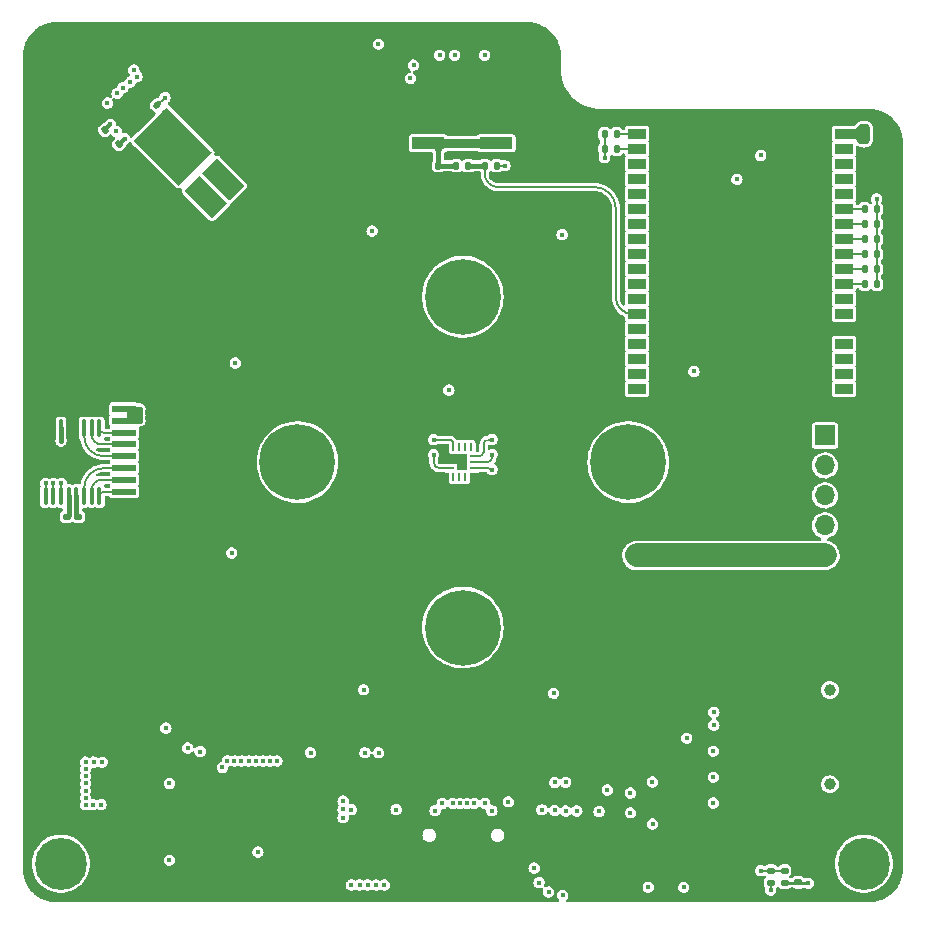
<source format=gbr>
%TF.GenerationSoftware,KiCad,Pcbnew,(6.0.4)*%
%TF.CreationDate,2022-07-20T18:14:01+08:00*%
%TF.ProjectId,SmartKnob_Main,536d6172-744b-46e6-9f62-5f4d61696e2e,rev?*%
%TF.SameCoordinates,Original*%
%TF.FileFunction,Copper,L4,Bot*%
%TF.FilePolarity,Positive*%
%FSLAX46Y46*%
G04 Gerber Fmt 4.6, Leading zero omitted, Abs format (unit mm)*
G04 Created by KiCad (PCBNEW (6.0.4)) date 2022-07-20 18:14:01*
%MOMM*%
%LPD*%
G01*
G04 APERTURE LIST*
G04 Aperture macros list*
%AMRoundRect*
0 Rectangle with rounded corners*
0 $1 Rounding radius*
0 $2 $3 $4 $5 $6 $7 $8 $9 X,Y pos of 4 corners*
0 Add a 4 corners polygon primitive as box body*
4,1,4,$2,$3,$4,$5,$6,$7,$8,$9,$2,$3,0*
0 Add four circle primitives for the rounded corners*
1,1,$1+$1,$2,$3*
1,1,$1+$1,$4,$5*
1,1,$1+$1,$6,$7*
1,1,$1+$1,$8,$9*
0 Add four rect primitives between the rounded corners*
20,1,$1+$1,$2,$3,$4,$5,0*
20,1,$1+$1,$4,$5,$6,$7,0*
20,1,$1+$1,$6,$7,$8,$9,0*
20,1,$1+$1,$8,$9,$2,$3,0*%
G04 Aperture macros list end*
%TA.AperFunction,ComponentPad*%
%ADD10C,0.800000*%
%TD*%
%TA.AperFunction,ComponentPad*%
%ADD11C,6.400000*%
%TD*%
%TA.AperFunction,ComponentPad*%
%ADD12C,4.400000*%
%TD*%
%TA.AperFunction,ComponentPad*%
%ADD13C,0.700000*%
%TD*%
%TA.AperFunction,WasherPad*%
%ADD14C,1.000000*%
%TD*%
%TA.AperFunction,ComponentPad*%
%ADD15O,1.000000X1.600000*%
%TD*%
%TA.AperFunction,ComponentPad*%
%ADD16O,1.000000X2.100000*%
%TD*%
%TA.AperFunction,ComponentPad*%
%ADD17R,1.700000X1.700000*%
%TD*%
%TA.AperFunction,ComponentPad*%
%ADD18O,1.700000X1.700000*%
%TD*%
%TA.AperFunction,SMDPad,CuDef*%
%ADD19RoundRect,0.135000X-0.135000X-0.185000X0.135000X-0.185000X0.135000X0.185000X-0.135000X0.185000X0*%
%TD*%
%TA.AperFunction,SMDPad,CuDef*%
%ADD20R,1.500000X0.900000*%
%TD*%
%TA.AperFunction,SMDPad,CuDef*%
%ADD21R,1.050000X1.050000*%
%TD*%
%TA.AperFunction,SMDPad,CuDef*%
%ADD22RoundRect,0.225000X0.335876X0.017678X0.017678X0.335876X-0.335876X-0.017678X-0.017678X-0.335876X0*%
%TD*%
%TA.AperFunction,SMDPad,CuDef*%
%ADD23RoundRect,0.140000X-0.170000X0.140000X-0.170000X-0.140000X0.170000X-0.140000X0.170000X0.140000X0*%
%TD*%
%TA.AperFunction,SMDPad,CuDef*%
%ADD24RoundRect,0.100000X-0.100000X0.637500X-0.100000X-0.637500X0.100000X-0.637500X0.100000X0.637500X0*%
%TD*%
%TA.AperFunction,SMDPad,CuDef*%
%ADD25RoundRect,0.140000X0.021213X-0.219203X0.219203X-0.021213X-0.021213X0.219203X-0.219203X0.021213X0*%
%TD*%
%TA.AperFunction,SMDPad,CuDef*%
%ADD26RoundRect,0.250000X0.503814X0.132583X0.132583X0.503814X-0.503814X-0.132583X-0.132583X-0.503814X0*%
%TD*%
%TA.AperFunction,SMDPad,CuDef*%
%ADD27RoundRect,0.135000X0.135000X0.185000X-0.135000X0.185000X-0.135000X-0.185000X0.135000X-0.185000X0*%
%TD*%
%TA.AperFunction,SMDPad,CuDef*%
%ADD28RoundRect,0.135000X-0.185000X0.135000X-0.185000X-0.135000X0.185000X-0.135000X0.185000X0.135000X0*%
%TD*%
%TA.AperFunction,SMDPad,CuDef*%
%ADD29R,2.000000X0.610000*%
%TD*%
%TA.AperFunction,SMDPad,CuDef*%
%ADD30R,3.600000X2.680000*%
%TD*%
%TA.AperFunction,SMDPad,CuDef*%
%ADD31R,0.250000X0.675000*%
%TD*%
%TA.AperFunction,SMDPad,CuDef*%
%ADD32R,0.675000X0.250000*%
%TD*%
%TA.AperFunction,SMDPad,CuDef*%
%ADD33RoundRect,0.140000X-0.021213X0.219203X-0.219203X0.021213X0.021213X-0.219203X0.219203X-0.021213X0*%
%TD*%
%TA.AperFunction,SMDPad,CuDef*%
%ADD34RoundRect,0.140000X0.170000X-0.140000X0.170000X0.140000X-0.170000X0.140000X-0.170000X-0.140000X0*%
%TD*%
%TA.AperFunction,SMDPad,CuDef*%
%ADD35RoundRect,0.140000X0.219203X0.021213X0.021213X0.219203X-0.219203X-0.021213X-0.021213X-0.219203X0*%
%TD*%
%TA.AperFunction,SMDPad,CuDef*%
%ADD36R,2.750000X1.000000*%
%TD*%
%TA.AperFunction,SMDPad,CuDef*%
%ADD37RoundRect,0.140000X0.140000X0.170000X-0.140000X0.170000X-0.140000X-0.170000X0.140000X-0.170000X0*%
%TD*%
%TA.AperFunction,SMDPad,CuDef*%
%ADD38RoundRect,0.140000X-0.140000X-0.170000X0.140000X-0.170000X0.140000X0.170000X-0.140000X0.170000X0*%
%TD*%
%TA.AperFunction,ViaPad*%
%ADD39C,0.450000*%
%TD*%
%TA.AperFunction,Conductor*%
%ADD40C,0.200000*%
%TD*%
%TA.AperFunction,Conductor*%
%ADD41C,0.150000*%
%TD*%
%TA.AperFunction,Conductor*%
%ADD42C,0.400000*%
%TD*%
%TA.AperFunction,Conductor*%
%ADD43C,0.300000*%
%TD*%
%TA.AperFunction,Conductor*%
%ADD44C,0.800000*%
%TD*%
%TA.AperFunction,Conductor*%
%ADD45C,0.250000*%
%TD*%
%TA.AperFunction,Conductor*%
%ADD46C,2.000000*%
%TD*%
%TA.AperFunction,Conductor*%
%ADD47C,0.500000*%
%TD*%
G04 APERTURE END LIST*
D10*
%TO.P,H4,1,1*%
%TO.N,unconnected-(H4-Pad1)*%
X171697056Y-79302944D03*
X170000000Y-83400000D03*
X172400000Y-81000000D03*
D11*
X170000000Y-81000000D03*
D10*
X167600000Y-81000000D03*
X171697056Y-82697056D03*
X170000000Y-78600000D03*
X168302944Y-79302944D03*
X168302944Y-82697056D03*
%TD*%
%TO.P,H5,1,1*%
%TO.N,unconnected-(H5-Pad1)*%
X182302944Y-93302944D03*
X185697056Y-93302944D03*
X184000000Y-92600000D03*
X184000000Y-97400000D03*
X185697056Y-96697056D03*
X186400000Y-95000000D03*
D11*
X184000000Y-95000000D03*
D10*
X182302944Y-96697056D03*
X181600000Y-95000000D03*
%TD*%
D12*
%TO.P,H1,1,1*%
%TO.N,unconnected-(H1-Pad1)*%
X203955094Y-129000000D03*
D13*
X202788368Y-127833274D03*
X205605094Y-129000000D03*
X205121820Y-127833274D03*
X203955094Y-127350000D03*
X205121820Y-130166726D03*
X202788368Y-130166726D03*
X202305094Y-129000000D03*
X203955094Y-130650000D03*
%TD*%
%TO.P,H2,1,1*%
%TO.N,unconnected-(H2-Pad1)*%
X134305094Y-129000000D03*
D12*
X135955094Y-129000000D03*
D13*
X137605094Y-129000000D03*
X137121820Y-130166726D03*
X135955094Y-127350000D03*
X137121820Y-127833274D03*
X134788368Y-127833274D03*
X135955094Y-130650000D03*
X134788368Y-130166726D03*
%TD*%
D14*
%TO.P,J2,*%
%TO.N,*%
X201075094Y-122275000D03*
X201075094Y-114275000D03*
%TD*%
D10*
%TO.P,H6,1,1*%
%TO.N,unconnected-(H6-Pad1)*%
X157697056Y-93302944D03*
X158400000Y-95000000D03*
X156000000Y-92600000D03*
X156000000Y-97400000D03*
D11*
X156000000Y-95000000D03*
D10*
X154302944Y-93302944D03*
X157697056Y-96697056D03*
X154302944Y-96697056D03*
X153600000Y-95000000D03*
%TD*%
D15*
%TO.P,J1,S1,SHIELD*%
%TO.N,GND*%
X174370000Y-130275000D03*
D16*
X165730000Y-126095000D03*
D15*
X165730000Y-130275000D03*
D16*
X174370000Y-126095000D03*
%TD*%
D17*
%TO.P,J5,1,Pin_1*%
%TO.N,+3V3*%
X200655094Y-92740000D03*
D18*
%TO.P,J5,2,Pin_2*%
%TO.N,ESP_IO12*%
X200655094Y-95280000D03*
%TO.P,J5,3,Pin_3*%
%TO.N,ESP_IO13*%
X200655094Y-97820000D03*
%TO.P,J5,4,Pin_4*%
%TO.N,ESP_IO14*%
X200655094Y-100360000D03*
%TO.P,J5,5,Pin_5*%
%TO.N,+5V*%
X200655094Y-102900000D03*
%TO.P,J5,6,Pin_6*%
%TO.N,GND*%
X200655094Y-105440000D03*
%TD*%
D10*
%TO.P,H3,1,1*%
%TO.N,unconnected-(H3-Pad1)*%
X172400000Y-109000000D03*
X171697056Y-107302944D03*
X168302944Y-110697056D03*
X168302944Y-107302944D03*
X171697056Y-110697056D03*
D11*
X170000000Y-109000000D03*
D10*
X170000000Y-106600000D03*
X170000000Y-111400000D03*
X167600000Y-109000000D03*
%TD*%
D19*
%TO.P,R26,1*%
%TO.N,SD_CD*%
X204020000Y-73563000D03*
%TO.P,R26,2*%
%TO.N,+3V3*%
X205040000Y-73563000D03*
%TD*%
D20*
%TO.P,U1,1,GND*%
%TO.N,GND*%
X202263000Y-65943000D03*
%TO.P,U1,2,VDD33*%
%TO.N,+3V3*%
X202263000Y-67213000D03*
%TO.P,U1,3,EN*%
%TO.N,ESP_EN*%
X202263000Y-68483000D03*
%TO.P,U1,4,S_P_IX36*%
%TO.N,TMP_RDY*%
X202263000Y-69753000D03*
%TO.P,U1,5,S_N_IX39*%
%TO.N,ADC_RDY*%
X202263000Y-71023000D03*
%TO.P,U1,6,VDET1_IX34*%
%TO.N,TMC_DIAG*%
X202263000Y-72293000D03*
%TO.P,U1,7,VDET2_IX35*%
%TO.N,SD_CD*%
X202263000Y-73563000D03*
%TO.P,U1,8,32K_XP_IO32*%
%TO.N,DP_CS*%
X202263000Y-74833000D03*
%TO.P,U1,9,32K_XN_IO33*%
%TO.N,SD_CS*%
X202263000Y-76103000D03*
%TO.P,U1,10,IO25*%
%TO.N,ESP_SPI_MOSI*%
X202263000Y-77373000D03*
%TO.P,U1,11,IO26*%
%TO.N,ESP_SPI_CLK*%
X202263000Y-78643000D03*
%TO.P,U1,12,IO27*%
%TO.N,ESP_SPI_MISO*%
X202263000Y-79913000D03*
%TO.P,U1,13,MTMS_IO14*%
%TO.N,ESP_IO14*%
X202263000Y-81183000D03*
%TO.P,U1,14,MTDI_IO12*%
%TO.N,ESP_IO12*%
X202263000Y-82453000D03*
%TO.P,U1,15,GND*%
%TO.N,GND*%
X202263000Y-83723000D03*
%TO.P,U1,16,MTCK_IO13*%
%TO.N,ESP_IO13*%
X202263000Y-84993000D03*
%TO.P,U1,17,SD2*%
%TO.N,unconnected-(U1-Pad17)*%
X202263000Y-86263000D03*
%TO.P,U1,18,SD3*%
%TO.N,unconnected-(U1-Pad18)*%
X202263000Y-87533000D03*
%TO.P,U1,19,SCS*%
%TO.N,unconnected-(U1-Pad19)*%
X202263000Y-88803000D03*
%TO.P,U1,20,SCK*%
%TO.N,unconnected-(U1-Pad20)*%
X184737000Y-88803000D03*
%TO.P,U1,21,SD0*%
%TO.N,unconnected-(U1-Pad21)*%
X184737000Y-87533000D03*
%TO.P,U1,22,SD1*%
%TO.N,unconnected-(U1-Pad22)*%
X184737000Y-86263000D03*
%TO.P,U1,23,MTDO_IO15*%
%TO.N,TMC_VL*%
X184737000Y-84993000D03*
%TO.P,U1,24,IO2*%
%TO.N,TMC_WL*%
X184737000Y-83723000D03*
%TO.P,U1,25,IO0*%
%TO.N,ESP_BOOT*%
X184737000Y-82453000D03*
%TO.P,U1,26,IO4*%
%TO.N,TMC_UL*%
X184737000Y-81183000D03*
%TO.P,U1,27,NC*%
%TO.N,unconnected-(U1-Pad27)*%
X184737000Y-79913000D03*
%TO.P,U1,28,NC*%
%TO.N,unconnected-(U1-Pad28)*%
X184737000Y-78643000D03*
%TO.P,U1,29,IO5*%
%TO.N,String_LED*%
X184737000Y-77373000D03*
%TO.P,U1,30,IO18*%
%TO.N,TMC_WH*%
X184737000Y-76103000D03*
%TO.P,U1,31,IO19*%
%TO.N,TMC_VH*%
X184737000Y-74833000D03*
%TO.P,U1,32,NC*%
%TO.N,unconnected-(U1-Pad32)*%
X184737000Y-73563000D03*
%TO.P,U1,33,IO21*%
%TO.N,TMC_UH*%
X184737000Y-72293000D03*
%TO.P,U1,34,RX*%
%TO.N,ESP_RX*%
X184737000Y-71023000D03*
%TO.P,U1,35,TX*%
%TO.N,ESP_TX*%
X184737000Y-69753000D03*
%TO.P,U1,36,IO22*%
%TO.N,ESP_I2C_SCL*%
X184737000Y-68483000D03*
%TO.P,U1,37,IO23*%
%TO.N,ESP_I2C_SDA*%
X184737000Y-67213000D03*
%TO.P,U1,38,GND*%
%TO.N,GND*%
X184737000Y-65943000D03*
D21*
%TO.P,U1,39,GND*%
X194861000Y-75201000D03*
X196341000Y-72241000D03*
X193381000Y-75201000D03*
X194861000Y-73721000D03*
X193381000Y-73721000D03*
X194861000Y-72241000D03*
X193381000Y-72241000D03*
X196341000Y-73721000D03*
X196341000Y-75201000D03*
%TD*%
D22*
%TO.P,C17,1*%
%TO.N,Net-(C15-Pad1)*%
X143031782Y-67657449D03*
%TO.P,C17,2*%
%TO.N,GND*%
X141935766Y-66561433D03*
%TD*%
D23*
%TO.P,C23,1*%
%TO.N,+3V3*%
X136455091Y-99632498D03*
%TO.P,C23,2*%
%TO.N,GND*%
X136455091Y-100592498D03*
%TD*%
D24*
%TO.P,U11,1,A0*%
%TO.N,GND*%
X134680094Y-92137500D03*
%TO.P,U11,2,A1*%
X135330094Y-92137500D03*
%TO.P,U11,3,~{RST}*%
%TO.N,+3V3*%
X135980094Y-92137500D03*
%TO.P,U11,4,GNDD*%
%TO.N,GND*%
X136630094Y-92137500D03*
%TO.P,U11,5,GNDA*%
X137280094Y-92137500D03*
%TO.P,U11,6,AIN3*%
%TO.N,Net-(J4-Pad5)*%
X137930094Y-92137500D03*
%TO.P,U11,7,AIN2*%
%TO.N,Net-(J4-Pad4)*%
X138580094Y-92137500D03*
%TO.P,U11,8,REFN*%
%TO.N,Net-(J4-Pad3)*%
X139230094Y-92137500D03*
%TO.P,U11,9,REFP*%
%TO.N,Net-(J4-Pad8)*%
X139230094Y-97862500D03*
%TO.P,U11,10,AIN1*%
%TO.N,Net-(J4-Pad7)*%
X138580094Y-97862500D03*
%TO.P,U11,11,AIN0*%
%TO.N,Net-(J4-Pad6)*%
X137930094Y-97862500D03*
%TO.P,U11,12,VDDA*%
%TO.N,+3V3*%
X137280094Y-97862500D03*
%TO.P,U11,13,VDDD*%
X136630094Y-97862500D03*
%TO.P,U11,14,~{DRDY}*%
%TO.N,ADC_RDY*%
X135980094Y-97862500D03*
%TO.P,U11,15,SDA*%
%TO.N,ESP_I2C_SDA*%
X135330094Y-97862500D03*
%TO.P,U11,16,SCL*%
%TO.N,ESP_I2C_SCL*%
X134680094Y-97862500D03*
%TD*%
D25*
%TO.P,C21,1*%
%TO.N,GND*%
X140215683Y-68739411D03*
%TO.P,C21,2*%
%TO.N,Net-(C21-Pad2)*%
X140894505Y-68060589D03*
%TD*%
D22*
%TO.P,C15,1*%
%TO.N,Net-(C15-Pad1)*%
X144131785Y-66557452D03*
%TO.P,C15,2*%
%TO.N,GND*%
X143035769Y-65461436D03*
%TD*%
D26*
%TO.P,NC4,1*%
%TO.N,+9V*%
X147407006Y-71749832D03*
%TO.P,NC4,2*%
%TO.N,Net-(C15-Pad1)*%
X146116536Y-70459362D03*
%TD*%
D27*
%TO.P,R23,1*%
%TO.N,ESP_I2C_SCL*%
X183020002Y-68482998D03*
%TO.P,R23,2*%
%TO.N,+3V3*%
X182000002Y-68482998D03*
%TD*%
D19*
%TO.P,R20,1*%
%TO.N,ESP_SPI_MOSI*%
X204020002Y-77373000D03*
%TO.P,R20,2*%
%TO.N,+3V3*%
X205040002Y-77373000D03*
%TD*%
D28*
%TO.P,R12,1*%
%TO.N,ESP_EN*%
X197235094Y-129580000D03*
%TO.P,R12,2*%
%TO.N,Net-(C12-Pad1)*%
X197235094Y-130600000D03*
%TD*%
D29*
%TO.P,J4,1,Pin_1*%
%TO.N,+3V3*%
X141305094Y-90500000D03*
%TO.P,J4,2,Pin_2*%
X141305094Y-91500000D03*
%TO.P,J4,3,Pin_3*%
%TO.N,Net-(J4-Pad3)*%
X141305094Y-92500000D03*
%TO.P,J4,4,Pin_4*%
%TO.N,Net-(J4-Pad4)*%
X141305094Y-93500000D03*
%TO.P,J4,5,Pin_5*%
%TO.N,Net-(J4-Pad5)*%
X141305094Y-94500000D03*
%TO.P,J4,6,Pin_6*%
%TO.N,Net-(J4-Pad6)*%
X141305094Y-95500000D03*
%TO.P,J4,7,Pin_7*%
%TO.N,Net-(J4-Pad7)*%
X141305094Y-96500000D03*
%TO.P,J4,8,Pin_8*%
%TO.N,Net-(J4-Pad8)*%
X141305094Y-97500000D03*
%TO.P,J4,9,Pin_9*%
%TO.N,GND*%
X141305094Y-98500000D03*
%TO.P,J4,10,Pin_10*%
X141305094Y-99500000D03*
D30*
%TO.P,J4,MP,MountPin*%
X144105094Y-87510000D03*
X144105094Y-102490000D03*
%TD*%
D27*
%TO.P,R27,1*%
%TO.N,+3V3*%
X205040000Y-74832999D03*
%TO.P,R27,2*%
%TO.N,DP_CS*%
X204020000Y-74832999D03*
%TD*%
%TO.P,R24,1*%
%TO.N,ESP_I2C_SDA*%
X183020000Y-67213000D03*
%TO.P,R24,2*%
%TO.N,+3V3*%
X182000000Y-67213000D03*
%TD*%
D31*
%TO.P,U10,1,ADD/SDO*%
%TO.N,GND*%
X170705094Y-96262500D03*
%TO.P,U10,2,ASDx*%
%TO.N,unconnected-(U10-Pad2)*%
X170205094Y-96262500D03*
%TO.P,U10,3,ASCx*%
%TO.N,unconnected-(U10-Pad3)*%
X169705094Y-96262500D03*
%TO.P,U10,4,INT1*%
%TO.N,unconnected-(U10-Pad4)*%
X169205094Y-96262500D03*
D32*
%TO.P,U10,5,VDDIO*%
%TO.N,+3V3*%
X168942594Y-95500000D03*
%TO.P,U10,6,GNDIO*%
%TO.N,GND*%
X168942594Y-95000000D03*
%TO.P,U10,7,GND*%
X168942594Y-94500000D03*
D31*
%TO.P,U10,8,VDD*%
%TO.N,+3V3*%
X169205094Y-93737500D03*
%TO.P,U10,9,INT2*%
%TO.N,unconnected-(U10-Pad9)*%
X169705094Y-93737500D03*
%TO.P,U10,10,OCSB*%
%TO.N,unconnected-(U10-Pad10)*%
X170205094Y-93737500D03*
%TO.P,U10,11,OSDO*%
%TO.N,unconnected-(U10-Pad11)*%
X170705094Y-93737500D03*
D32*
%TO.P,U10,12,CSB*%
%TO.N,+3V3*%
X170967594Y-94500000D03*
%TO.P,U10,13,SCL/SCK*%
%TO.N,ESP_I2C_SCL*%
X170967594Y-95000000D03*
%TO.P,U10,14,SDA/MOSI/SISO*%
%TO.N,ESP_I2C_SDA*%
X170967594Y-95500000D03*
%TD*%
D27*
%TO.P,R4,1*%
%TO.N,ESP_BOOT*%
X170465094Y-69900000D03*
%TO.P,R4,2*%
%TO.N,Net-(C6-Pad1)*%
X169445094Y-69900000D03*
%TD*%
D23*
%TO.P,C26,1*%
%TO.N,+3V3*%
X137455094Y-99632498D03*
%TO.P,C26,2*%
%TO.N,GND*%
X137455094Y-100592498D03*
%TD*%
D33*
%TO.P,C18,1*%
%TO.N,+3V3*%
X139694505Y-66860589D03*
%TO.P,C18,2*%
%TO.N,GND*%
X139015683Y-67539411D03*
%TD*%
D34*
%TO.P,C12,1*%
%TO.N,Net-(C12-Pad1)*%
X198390094Y-130570000D03*
%TO.P,C12,2*%
%TO.N,GND*%
X198390094Y-129610000D03*
%TD*%
D19*
%TO.P,R21,1*%
%TO.N,ESP_SPI_MISO*%
X204019998Y-79913000D03*
%TO.P,R21,2*%
%TO.N,+3V3*%
X205039998Y-79913000D03*
%TD*%
D28*
%TO.P,R9,1*%
%TO.N,ESP_EN*%
X196070094Y-129580000D03*
%TO.P,R9,2*%
%TO.N,+3V3*%
X196070094Y-130600000D03*
%TD*%
D19*
%TO.P,R1,1*%
%TO.N,ESP_BOOT*%
X171845094Y-69900000D03*
%TO.P,R1,2*%
%TO.N,+3V3*%
X172865094Y-69900000D03*
%TD*%
D35*
%TO.P,C19,1*%
%TO.N,Net-(C15-Pad1)*%
X144803085Y-65468954D03*
%TO.P,C19,2*%
%TO.N,Net-(C19-Pad2)*%
X144124263Y-64790132D03*
%TD*%
D36*
%TO.P,SW1,1,1*%
%TO.N,Net-(C6-Pad1)*%
X172835094Y-68000000D03*
X167075094Y-68000000D03*
%TO.P,SW1,2,2*%
%TO.N,GND*%
X167075094Y-64000000D03*
X172835094Y-64000000D03*
%TD*%
D37*
%TO.P,C6,1*%
%TO.N,Net-(C6-Pad1)*%
X167935094Y-69900000D03*
%TO.P,C6,2*%
%TO.N,GND*%
X166975094Y-69900000D03*
%TD*%
D19*
%TO.P,R25,1*%
%TO.N,SD_CS*%
X204020000Y-76100000D03*
%TO.P,R25,2*%
%TO.N,+3V3*%
X205040000Y-76100000D03*
%TD*%
D38*
%TO.P,C3,1*%
%TO.N,+3V3*%
X204020000Y-67672998D03*
%TO.P,C3,2*%
%TO.N,GND*%
X204980000Y-67672998D03*
%TD*%
D26*
%TO.P,NC3,1*%
%TO.N,+5V*%
X148891930Y-70264906D03*
%TO.P,NC3,2*%
%TO.N,Net-(C15-Pad1)*%
X147601460Y-68974436D03*
%TD*%
D38*
%TO.P,C5,1*%
%TO.N,+3V3*%
X204020000Y-66753004D03*
%TO.P,C5,2*%
%TO.N,GND*%
X204980000Y-66753004D03*
%TD*%
D19*
%TO.P,R19,1*%
%TO.N,ESP_SPI_CLK*%
X204020002Y-78643000D03*
%TO.P,R19,2*%
%TO.N,+3V3*%
X205040002Y-78643000D03*
%TD*%
D39*
%TO.N,+3V3*%
X137280094Y-99000000D03*
X163355094Y-130800000D03*
X165555094Y-62500000D03*
X135980094Y-93200000D03*
X169310094Y-60547500D03*
X172475000Y-93095000D03*
X193205094Y-71050000D03*
X196070094Y-131230000D03*
X167525000Y-94365000D03*
X173555094Y-69900000D03*
X178710000Y-122100000D03*
X182000002Y-69230000D03*
X142655094Y-91500000D03*
X161955094Y-130800000D03*
X164355094Y-124420000D03*
X205040000Y-72700000D03*
X160555094Y-130800000D03*
X167525000Y-93095000D03*
X140155094Y-66400000D03*
X202625000Y-67213000D03*
X201875000Y-67213000D03*
X188955094Y-118375000D03*
X136625091Y-99000000D03*
X142655094Y-90500000D03*
X162873331Y-119600000D03*
X182225094Y-122760000D03*
X142655094Y-91000000D03*
X162655094Y-130800000D03*
X195225094Y-69030000D03*
X161255094Y-130800000D03*
%TO.N,ESP_TX*%
X184736999Y-70000000D03*
X185695094Y-130990000D03*
X179650000Y-124540000D03*
%TO.N,ESP_RX*%
X184736998Y-71023000D03*
X178710000Y-124530000D03*
X188695094Y-130990000D03*
%TO.N,ESP_EN*%
X202263001Y-68483001D03*
X195215094Y-129580000D03*
X186062594Y-125640000D03*
%TO.N,ESP_BOOT*%
X184737000Y-82453000D03*
X186052594Y-122070000D03*
%TO.N,Net-(C10-Pad1)*%
X176690000Y-124430000D03*
X176030000Y-129370000D03*
%TO.N,GND*%
X187455094Y-65500001D03*
X140955094Y-132000000D03*
X133455094Y-92500000D03*
X192955094Y-132000000D03*
X132955094Y-73000001D03*
X137455094Y-95500000D03*
X192955094Y-131000000D03*
X206955095Y-125000001D03*
X153955094Y-132000000D03*
X132955094Y-116000000D03*
X188708157Y-85237579D03*
X132955093Y-90000000D03*
X132955094Y-126000000D03*
X201055094Y-115800000D03*
X151955096Y-57999999D03*
X184955094Y-132000000D03*
X163255094Y-62494999D03*
X132955094Y-112000000D03*
X143455094Y-96000000D03*
X163955096Y-57999999D03*
X132955094Y-68000000D03*
X144955093Y-58000001D03*
X138455094Y-101500000D03*
X194955094Y-94000000D03*
X132955094Y-80000000D03*
X167955093Y-58000000D03*
X206955094Y-84000000D03*
X133955094Y-88000000D03*
X155955094Y-129900000D03*
X171575094Y-131910000D03*
X179079999Y-127590000D03*
X206955094Y-128000000D03*
X153955094Y-76000000D03*
X151955094Y-132000000D03*
X151955094Y-95000000D03*
X170955094Y-58000000D03*
X184737000Y-65943000D03*
X150075094Y-127490000D03*
X196955094Y-132000000D03*
X132955094Y-121000000D03*
X132955094Y-128000000D03*
X206955094Y-77000000D03*
X136455094Y-88500000D03*
X132955095Y-114000000D03*
X132955094Y-98000000D03*
X139455094Y-88500000D03*
X206955094Y-123000000D03*
X201055094Y-117700000D03*
X132955093Y-102000000D03*
X141955093Y-58000001D03*
X179080000Y-129140000D03*
X197955094Y-126000000D03*
X142729789Y-66191852D03*
X175955096Y-57999999D03*
X132955093Y-82000000D03*
X137455094Y-93500000D03*
X142955094Y-58000000D03*
X138955094Y-132000000D03*
X153455094Y-125100000D03*
X132955094Y-88000000D03*
X174955094Y-58000000D03*
X202255094Y-115800000D03*
X192955094Y-126000000D03*
X183955094Y-65500000D03*
X132955094Y-64000000D03*
X155955094Y-129300000D03*
X198955094Y-132000000D03*
X162955094Y-58000000D03*
X186955094Y-132000000D03*
X142729789Y-64750000D03*
X139955094Y-89000000D03*
X206955094Y-108000000D03*
X137955094Y-102000000D03*
X186455094Y-65500001D03*
X188955094Y-132000000D03*
X171955094Y-77000000D03*
X133955094Y-89000000D03*
X160955094Y-58000000D03*
X206955094Y-79000000D03*
X177955094Y-63000000D03*
X139955094Y-102000000D03*
X133955094Y-100000000D03*
X139955094Y-100000000D03*
X134955094Y-101000000D03*
X132955093Y-66999999D03*
X133955094Y-102000000D03*
X156955093Y-58000001D03*
X168955094Y-99000000D03*
X138955094Y-90000000D03*
X141055094Y-126200000D03*
X171955094Y-99000000D03*
X206955093Y-110000000D03*
X147955094Y-132000000D03*
X132955094Y-118000000D03*
X136955094Y-132000000D03*
X206955094Y-115000001D03*
X138955094Y-88000000D03*
X150355094Y-123900000D03*
X141455094Y-101500000D03*
X164955094Y-58000000D03*
X150955094Y-58000000D03*
X169955093Y-58000000D03*
X150655094Y-128700000D03*
X170575094Y-131910000D03*
X201955094Y-132000000D03*
X164955094Y-97000000D03*
X177685094Y-59750000D03*
X160237579Y-76291843D03*
X142955094Y-92500000D03*
X154955094Y-75000000D03*
X206955094Y-98000000D03*
X206955094Y-117000000D03*
X169955094Y-64000000D03*
X132955094Y-97000000D03*
X137455094Y-96500000D03*
X206955094Y-109000000D03*
X167955094Y-99000000D03*
X147955094Y-58000000D03*
X194835091Y-65500001D03*
X135955094Y-58000000D03*
X135955094Y-89000000D03*
X168575094Y-131910000D03*
X139955094Y-93000000D03*
X132955094Y-100000000D03*
X176155094Y-122300000D03*
X148955094Y-132000000D03*
X132955094Y-69000000D03*
X168955093Y-58000001D03*
X155955094Y-125100000D03*
X206725094Y-67010000D03*
X193835092Y-65500001D03*
X135955094Y-88000000D03*
X190955094Y-132000000D03*
X135955094Y-132000000D03*
X206955094Y-113000001D03*
X197835092Y-65500001D03*
X193955094Y-131000000D03*
X160555094Y-118400000D03*
X201055094Y-119700000D03*
X162610000Y-126690000D03*
X141955094Y-88000000D03*
X206955094Y-97000000D03*
X138955094Y-101000000D03*
X195835091Y-65500002D03*
X206955094Y-99000000D03*
X138355094Y-60500000D03*
X166955094Y-58000000D03*
X170580094Y-60547500D03*
X174575094Y-131910000D03*
X206955093Y-102000000D03*
X137955094Y-95000000D03*
X139955094Y-96000000D03*
X142955094Y-95500000D03*
X133455094Y-96500000D03*
X135955094Y-90000000D03*
X149955094Y-132000000D03*
X132955094Y-113000001D03*
X132955095Y-65000001D03*
X132955094Y-115000001D03*
X134805094Y-131710000D03*
X206955094Y-95000001D03*
X202255094Y-116700000D03*
X171955094Y-58000000D03*
X132955093Y-106999999D03*
X206955094Y-100000000D03*
X140955094Y-58000000D03*
X155955094Y-125700000D03*
X162130000Y-126690000D03*
X169955094Y-120000000D03*
X132955094Y-86000000D03*
X132955094Y-72000000D03*
X164055094Y-119600000D03*
X132955094Y-117000000D03*
X143455094Y-97000000D03*
X169955094Y-77000000D03*
X139955094Y-97000000D03*
X142955094Y-99500000D03*
X141955094Y-89000000D03*
X206955093Y-126999999D03*
X202255094Y-117700000D03*
X138855094Y-60000000D03*
X206955094Y-68000000D03*
X132955094Y-95000001D03*
X141455094Y-88500000D03*
X138955094Y-95000000D03*
X206955094Y-110999999D03*
X142955094Y-97500000D03*
X206955094Y-96000000D03*
X194955094Y-95000000D03*
X206955094Y-76000000D03*
X206955094Y-106000000D03*
X138455094Y-88500000D03*
X133455094Y-91500000D03*
X155955094Y-122700000D03*
X206955094Y-89000000D03*
X134455094Y-101500000D03*
X148955094Y-58000000D03*
X206955094Y-126000000D03*
X190131739Y-101325591D03*
X201055094Y-120700000D03*
X139955094Y-94000000D03*
X173855094Y-122800000D03*
X139955094Y-95000000D03*
X137955094Y-88000000D03*
X142005094Y-65474695D03*
X132955093Y-62000000D03*
X142955094Y-96500000D03*
X173575094Y-131910000D03*
X206955094Y-80000000D03*
X137455094Y-94500000D03*
X188955094Y-65500001D03*
X153955093Y-58000001D03*
X143455094Y-93000000D03*
X206955094Y-120000000D03*
X138955094Y-100000000D03*
X189955094Y-132000000D03*
X151955094Y-78000000D03*
X206955094Y-103000000D03*
X139355094Y-59500000D03*
X170955094Y-99000000D03*
X171955094Y-113000000D03*
X195955094Y-126000000D03*
X189955094Y-65500001D03*
X132955094Y-108000000D03*
X194955094Y-93000000D03*
X142955094Y-132000000D03*
X155955094Y-131100000D03*
X206955095Y-85000001D03*
X158955094Y-58000000D03*
X150955094Y-79000000D03*
X205105094Y-131800000D03*
X132955094Y-76000000D03*
X152955094Y-58000000D03*
X202255094Y-118700000D03*
X137955094Y-89000000D03*
X139955094Y-92000000D03*
X159455094Y-118400000D03*
X152955094Y-77000000D03*
X132955094Y-92000000D03*
X139955094Y-132000000D03*
X152955094Y-132000000D03*
X133455094Y-90500000D03*
X187955094Y-132000000D03*
X178405094Y-63875000D03*
X132955095Y-85000001D03*
X132955094Y-70999999D03*
X141955094Y-102000000D03*
X193955094Y-128000000D03*
X133215094Y-59890000D03*
X158255094Y-118400000D03*
X185455094Y-65500000D03*
X193955094Y-132000000D03*
X137355094Y-61500000D03*
X201835092Y-65500001D03*
X196835091Y-65500001D03*
X137955094Y-58000000D03*
X170955094Y-77000000D03*
X166955094Y-69100000D03*
X132955093Y-70000000D03*
X140955094Y-101000000D03*
X155955094Y-123900000D03*
X132955094Y-96000000D03*
X171955094Y-120000000D03*
X163674409Y-115131739D03*
X206955094Y-78000000D03*
X138955094Y-58000000D03*
X157955093Y-58000000D03*
X181955094Y-65500000D03*
X132955094Y-63000000D03*
X133455094Y-94500000D03*
X198955094Y-126000000D03*
X206955094Y-75000001D03*
X202263000Y-65943000D03*
X137955094Y-90000000D03*
X138955094Y-102000000D03*
X139955096Y-57999999D03*
X206955094Y-93000001D03*
X206955094Y-116000000D03*
X137955094Y-132000000D03*
X133455094Y-88500000D03*
X182955094Y-65500000D03*
X135955094Y-102000000D03*
X136855094Y-62000000D03*
X194955094Y-126000000D03*
X149868261Y-88674409D03*
X206955095Y-74000000D03*
X132955094Y-129000000D03*
X161955094Y-58000000D03*
X179762421Y-113708157D03*
X132955094Y-119000000D03*
X191955094Y-126000000D03*
X165575094Y-131910000D03*
X136455094Y-101500000D03*
X135455094Y-101500000D03*
X133775094Y-58870000D03*
X187955094Y-95000000D03*
X132955095Y-105000001D03*
X144955094Y-132000000D03*
X206955094Y-86000000D03*
X200835092Y-65500001D03*
X151855094Y-125100000D03*
X206955093Y-106999999D03*
X132955094Y-106000000D03*
X192835091Y-65500002D03*
X132955094Y-124000000D03*
X179080094Y-64625000D03*
X194955094Y-97000000D03*
X137455094Y-88500000D03*
X203835094Y-65490000D03*
X206955093Y-86999999D03*
X145955093Y-58000000D03*
X132955094Y-120000000D03*
X140955094Y-88000000D03*
X204885094Y-65510000D03*
X142955094Y-93500000D03*
X159955094Y-58000000D03*
X150955094Y-132000000D03*
X133955094Y-101000000D03*
X132955095Y-94000000D03*
X170955094Y-113000000D03*
X206955094Y-73000001D03*
X206955094Y-104000000D03*
X185955094Y-132000000D03*
X195955094Y-132000000D03*
X206955094Y-72000000D03*
X132955094Y-110999999D03*
X140955094Y-102000000D03*
X143455094Y-98000000D03*
X191955094Y-132000000D03*
X149955094Y-58000000D03*
X132955095Y-74000000D03*
X146755094Y-128500000D03*
X140955094Y-89000000D03*
X206955093Y-122000000D03*
X132955094Y-104000000D03*
X143455094Y-95000000D03*
X153455094Y-123900000D03*
X132955093Y-126999999D03*
X206955094Y-70999999D03*
X176935094Y-58760000D03*
X134455094Y-100500000D03*
X179440000Y-128370000D03*
X170955094Y-120000000D03*
X206035094Y-66070000D03*
X133455094Y-98500000D03*
X169955094Y-99000000D03*
X206115094Y-131220000D03*
X206955094Y-124000000D03*
X163080000Y-126690000D03*
X206955095Y-105000001D03*
X134845094Y-58310000D03*
X163955094Y-97000000D03*
X143955093Y-58000000D03*
X206955094Y-119000000D03*
X132955093Y-110000000D03*
X132955094Y-61000000D03*
X169575094Y-131910000D03*
X132955094Y-79000000D03*
X206955094Y-69000000D03*
X154955094Y-58000000D03*
X133455094Y-89500000D03*
X151855094Y-124500000D03*
X150355094Y-124500000D03*
X206955095Y-114000000D03*
X167955094Y-120000000D03*
X155955094Y-123300000D03*
X138955094Y-89000000D03*
X198835092Y-65500001D03*
X140455094Y-88500000D03*
X206955095Y-94000000D03*
X154955094Y-124500000D03*
X143455094Y-94000000D03*
X136955094Y-102000000D03*
X202955094Y-132000000D03*
X132955094Y-66000000D03*
X206955094Y-81000000D03*
X133125094Y-129980000D03*
X151955094Y-97000000D03*
X187955094Y-93000000D03*
X132955094Y-83000000D03*
X141955094Y-132000000D03*
X206955094Y-112000000D03*
X154955094Y-125100000D03*
X133455094Y-95500000D03*
X153455094Y-124500000D03*
X132955094Y-77000000D03*
X192955094Y-128000000D03*
X132955094Y-78000000D03*
X169955094Y-113000000D03*
X133455094Y-100500000D03*
X132955094Y-109000000D03*
X201055094Y-118700000D03*
X191835092Y-65500001D03*
X187955094Y-94000000D03*
X151955094Y-93000000D03*
X132955094Y-75000001D03*
X146955094Y-132000000D03*
X132955094Y-90999999D03*
X155955094Y-124500000D03*
X199835092Y-65500001D03*
X154955094Y-123900000D03*
X166575094Y-131910000D03*
X151291843Y-104762421D03*
X133455094Y-99500000D03*
X206955094Y-129000000D03*
X203955094Y-132000000D03*
X177955094Y-62000000D03*
X132955094Y-93000001D03*
X134355094Y-123100000D03*
X197955094Y-132000000D03*
X132955095Y-125000001D03*
X206955093Y-70000000D03*
X132955094Y-101000000D03*
X206955094Y-88000000D03*
X139955094Y-101000000D03*
X202255094Y-120700000D03*
X168955094Y-120000000D03*
X179830000Y-127590001D03*
X173955094Y-58000000D03*
X194955094Y-132000000D03*
X146955094Y-58000000D03*
X172575094Y-131910000D03*
X183955094Y-132000000D03*
X206955094Y-121000000D03*
X132955094Y-123000000D03*
X134955094Y-102000000D03*
X206955094Y-83000000D03*
X199955094Y-132000000D03*
X133805094Y-131050000D03*
X155955093Y-58000000D03*
X140455094Y-101500000D03*
X206955093Y-82000000D03*
X172955094Y-58000000D03*
X155955094Y-130500000D03*
X132955094Y-99000000D03*
X150355094Y-125100000D03*
X133455094Y-93500000D03*
X201055094Y-116700000D03*
X134355094Y-121200000D03*
X194955094Y-96000000D03*
X165955093Y-58000001D03*
X167575094Y-131910000D03*
X133955094Y-90000000D03*
X206735094Y-130250000D03*
X206955094Y-92000000D03*
X132955094Y-103000000D03*
X154955094Y-132000000D03*
X196955094Y-126000000D03*
X167955094Y-113000000D03*
X200955094Y-132000000D03*
X206955093Y-90000000D03*
X206955094Y-101000000D03*
X187955094Y-96000000D03*
X133455094Y-101500000D03*
X187955094Y-97000000D03*
X179830000Y-129140000D03*
X142955094Y-94500000D03*
X145955094Y-132000000D03*
X151955094Y-96000000D03*
X202263000Y-83723000D03*
X176325591Y-74868261D03*
X133455094Y-97500000D03*
X141955094Y-101000000D03*
X137855094Y-61000000D03*
X180955094Y-65500000D03*
X132955093Y-86999999D03*
X179955094Y-65175000D03*
X132955093Y-122000000D03*
X143455094Y-99000000D03*
X206955094Y-118000000D03*
X132955094Y-81000000D03*
X177955094Y-61000000D03*
X142955094Y-98500000D03*
X168955094Y-77000000D03*
X143955094Y-132000000D03*
X190835092Y-65500001D03*
X193955094Y-126000000D03*
X168955094Y-113000000D03*
X137455094Y-101500000D03*
X151955094Y-94000000D03*
X136955094Y-58000000D03*
X202255094Y-119700000D03*
X167955094Y-77000000D03*
X206955094Y-90999999D03*
X139455094Y-101500000D03*
X165955094Y-97000000D03*
X202835094Y-65500000D03*
X151855094Y-123900000D03*
X132955094Y-89000000D03*
X132955094Y-84000000D03*
X139955094Y-90000000D03*
X139955094Y-88000000D03*
%TO.N,Net-(Q1-Pad2)*%
X184177594Y-123020000D03*
X177770000Y-124485000D03*
%TO.N,Net-(R8-Pad1)*%
X181530000Y-124570001D03*
X178440000Y-131680000D03*
%TO.N,SD_CS*%
X202263000Y-76103000D03*
X191255094Y-116170000D03*
%TO.N,SD_CD*%
X202263000Y-73563001D03*
X191215094Y-123870000D03*
%TO.N,ESP_IO12*%
X202263000Y-82453000D03*
%TO.N,String_LED*%
X184737000Y-77373000D03*
%TO.N,Net-(Q2-Pad1)*%
X184187594Y-124690000D03*
X177770000Y-122110000D03*
%TO.N,TMC_VL*%
X139905094Y-64600000D03*
X184737000Y-84993000D03*
%TO.N,Net-(C12-Pad1)*%
X199254594Y-130644999D03*
%TO.N,DP_CS*%
X202263003Y-74833002D03*
%TO.N,TMC_UH*%
X142155094Y-61800000D03*
X184737000Y-72293000D03*
%TO.N,TMC_UL*%
X184737000Y-81183000D03*
X141224648Y-63280446D03*
%TO.N,TMC_VH*%
X142405094Y-62350000D03*
X184737000Y-74833000D03*
%TO.N,TMC_WH*%
X141845094Y-62820000D03*
X184737000Y-76103000D03*
%TO.N,TMC_WL*%
X140728317Y-63776777D03*
X184737000Y-83723000D03*
%TO.N,ESP_IO13*%
X202263000Y-84993000D03*
%TO.N,TMC_DIAG*%
X202263003Y-72292999D03*
X140644894Y-66995920D03*
%TO.N,TMP_RDY*%
X162855094Y-59612500D03*
X202263000Y-69753000D03*
%TO.N,ADC_RDY*%
X202263000Y-71023001D03*
X135980094Y-96800000D03*
%TO.N,+5V*%
X184475094Y-102900000D03*
X161716665Y-119600000D03*
X150814943Y-71630051D03*
X138055094Y-121600000D03*
X150729299Y-86595680D03*
X172455094Y-124512547D03*
X168817593Y-88900005D03*
X185055094Y-102900000D03*
X138055094Y-122800000D03*
X189270701Y-103404320D03*
X149824993Y-70640101D03*
X157110001Y-119600000D03*
X189569194Y-87316309D03*
X185055094Y-102400000D03*
X138655094Y-124000000D03*
X150430806Y-102683691D03*
X171855094Y-123900000D03*
X177255094Y-131400000D03*
X139355094Y-124000000D03*
X146707094Y-119200000D03*
X150319969Y-71135076D03*
X161595680Y-114270701D03*
X159860000Y-125100000D03*
X162316309Y-75430806D03*
X150319967Y-72125027D03*
X184475094Y-102400000D03*
X185055094Y-103400000D03*
X177683691Y-114569194D03*
X138055094Y-123400000D03*
X138055094Y-124000000D03*
X149330018Y-71135077D03*
X169755094Y-123900000D03*
X169155094Y-123900000D03*
X138055094Y-121000000D03*
X167655094Y-124500000D03*
X149824992Y-71630050D03*
X178404320Y-75729299D03*
X139455094Y-120400000D03*
X176455094Y-130600000D03*
X159860000Y-124400000D03*
X184475094Y-103400000D03*
X168255094Y-123900000D03*
X160570000Y-124420000D03*
X138055094Y-120400000D03*
X170355094Y-123900000D03*
X138055094Y-122200000D03*
X185645753Y-103404926D03*
X185645753Y-102904926D03*
X173855094Y-123760000D03*
X159860000Y-123680000D03*
X138755094Y-120400000D03*
X185645753Y-102404926D03*
X170955094Y-123900000D03*
%TO.N,Net-(C21-Pad2)*%
X141355094Y-67600000D03*
%TO.N,Net-(C19-Pad2)*%
X144775094Y-64140000D03*
%TO.N,ESP_SPI_MISO*%
X202263001Y-79913000D03*
X191215094Y-121670000D03*
%TO.N,ESP_SPI_CLK*%
X202262999Y-78643001D03*
X191215094Y-119470000D03*
%TO.N,ESP_SPI_MOSI*%
X202263000Y-77373002D03*
X191255094Y-117270000D03*
%TO.N,ESP_I2C_SCL*%
X134680094Y-96800000D03*
X184737000Y-68483000D03*
X168040094Y-60547500D03*
X172475000Y-94365000D03*
%TO.N,ESP_I2C_SDA*%
X172475000Y-95635000D03*
X184737000Y-67213000D03*
X135330094Y-96800000D03*
X165827594Y-61387500D03*
X171850094Y-60547500D03*
%TO.N,+9V*%
X148764334Y-73539239D03*
X149645094Y-120850000D03*
X154255094Y-120300000D03*
X153655094Y-120300000D03*
X152655094Y-128010000D03*
X151255094Y-120300000D03*
X153055094Y-120300000D03*
X149249257Y-73054314D03*
X148330019Y-72135075D03*
X151855094Y-120300000D03*
X150655094Y-120300000D03*
X150055094Y-120300000D03*
X148295094Y-73069995D03*
X148778547Y-72583605D03*
X152455094Y-120300000D03*
X147845094Y-72620000D03*
%TO.N,Net-(C34-Pad1)*%
X144855094Y-117520000D03*
X145155094Y-122200000D03*
%TO.N,Net-(NC1-Pad1)*%
X147755094Y-119500000D03*
X145155094Y-128700000D03*
%TO.N,Net-(C15-Pad1)*%
X144966185Y-67488909D03*
X144966185Y-66711091D03*
X145355094Y-67100000D03*
X144577276Y-67100000D03*
%TO.N,ESP_IO14*%
X202263000Y-81183000D03*
%TD*%
D40*
%TO.N,+3V3*%
X168942594Y-95500000D02*
X168005094Y-95500000D01*
D41*
X169205094Y-93404264D02*
X169205094Y-93737500D01*
D40*
X196070094Y-131230000D02*
X196070094Y-130600000D01*
D42*
X141755094Y-90500000D02*
X141755094Y-91500000D01*
D41*
X169107962Y-93182868D02*
X169117226Y-93192132D01*
D42*
X135980094Y-93200000D02*
X135980094Y-92137500D01*
D43*
X140155094Y-66400000D02*
X139694505Y-66860589D01*
D41*
X205039998Y-74833001D02*
X205040000Y-74832999D01*
D40*
X182000002Y-68482998D02*
X182000002Y-69230000D01*
X182000002Y-68482998D02*
X182000002Y-67213004D01*
D42*
X137280094Y-97862500D02*
X137280094Y-99457498D01*
D40*
X172155094Y-93100000D02*
X172470000Y-93100000D01*
D41*
X173555094Y-69900000D02*
X172865094Y-69900000D01*
D40*
X167530094Y-95025000D02*
X167530094Y-94370094D01*
D41*
X205039998Y-79913000D02*
X205039998Y-74833001D01*
D40*
X170967594Y-94500000D02*
X171380094Y-94500000D01*
D42*
X141745094Y-90500000D02*
X142655094Y-90500000D01*
X142655094Y-91500000D02*
X141745094Y-91500000D01*
X142355094Y-90500000D02*
X142355094Y-91500000D01*
D41*
X167525000Y-93095000D02*
X168895830Y-93095000D01*
D40*
X171755094Y-94125000D02*
X171755094Y-93500000D01*
D42*
X136630094Y-97862500D02*
X136630094Y-99457495D01*
X142055094Y-90500000D02*
X142055094Y-91500000D01*
X142655094Y-90500000D02*
X142655094Y-91500000D01*
D40*
X205040000Y-74832999D02*
X205040000Y-72700000D01*
D41*
X169205121Y-93404264D02*
G75*
G03*
X169117226Y-93192132I-300021J-36D01*
G01*
D40*
X171755100Y-94125000D02*
G75*
G02*
X171380094Y-94500000I-375000J0D01*
G01*
D42*
X136455091Y-99632494D02*
G75*
G03*
X136630094Y-99457495I9J174994D01*
G01*
X182000004Y-67213000D02*
G75*
G02*
X182000002Y-67213004I-4J0D01*
G01*
D40*
X167525000Y-94365006D02*
G75*
G02*
X167530094Y-94370094I0J-5094D01*
G01*
X172155094Y-93099994D02*
G75*
G03*
X171755094Y-93500000I6J-400006D01*
G01*
X172475000Y-93095000D02*
G75*
G02*
X172470000Y-93100000I-5000J0D01*
G01*
D42*
X137455094Y-99632506D02*
G75*
G02*
X137280094Y-99457498I6J175006D01*
G01*
D41*
X168895830Y-93094979D02*
G75*
G02*
X169107962Y-93182868I-30J-300021D01*
G01*
D40*
X167530100Y-95025000D02*
G75*
G03*
X168005094Y-95500000I475000J0D01*
G01*
D41*
%TO.N,ESP_EN*%
X195215094Y-129580000D02*
X196070094Y-129580000D01*
X196070094Y-129580000D02*
X197235094Y-129580000D01*
D42*
%TO.N,Net-(C6-Pad1)*%
X169445094Y-69900000D02*
X167935094Y-69900000D01*
X167935094Y-69900000D02*
X167935094Y-68860000D01*
D44*
X167075094Y-68000000D02*
X172835094Y-68000000D01*
D42*
X167075094Y-68000006D02*
G75*
G02*
X167935094Y-68860000I6J-859994D01*
G01*
X167935100Y-68860000D02*
G75*
G02*
X168795094Y-68000000I860000J0D01*
G01*
D41*
%TO.N,ESP_BOOT*%
X184357978Y-82453000D02*
X184737000Y-82453000D01*
X182955094Y-73500000D02*
X182955094Y-81050116D01*
X172955094Y-71700000D02*
X181155094Y-71700000D01*
X171845094Y-69900000D02*
X171845094Y-70590000D01*
D42*
X170465094Y-69900000D02*
X171845094Y-69900000D01*
D41*
X172955094Y-71700006D02*
G75*
G02*
X171845094Y-70590000I6J1110006D01*
G01*
X184357978Y-82453006D02*
G75*
G02*
X182955094Y-81050116I22J1402906D01*
G01*
X182955100Y-73500000D02*
G75*
G03*
X181155094Y-71700000I-1800000J0D01*
G01*
D40*
%TO.N,SD_CS*%
X204020000Y-76100000D02*
X202266000Y-76100000D01*
X202266000Y-76100000D02*
X202263000Y-76103000D01*
%TO.N,SD_CD*%
X203995094Y-73563000D02*
X202263000Y-73563001D01*
D45*
%TO.N,Net-(C12-Pad1)*%
X197235094Y-130600000D02*
X199145957Y-130600000D01*
X199254608Y-130644985D02*
G75*
G03*
X199145957Y-130600000I-108608J-108615D01*
G01*
D40*
%TO.N,DP_CS*%
X202263003Y-74833002D02*
X204019997Y-74833002D01*
X204019997Y-74833002D02*
X204020000Y-74832999D01*
D41*
%TO.N,ADC_RDY*%
X135980094Y-96800000D02*
X135980094Y-97862500D01*
D46*
%TO.N,+5V*%
X200655094Y-102900000D02*
X184755094Y-102900000D01*
D43*
%TO.N,Net-(C21-Pad2)*%
X141355094Y-67600000D02*
X140894505Y-68060589D01*
D41*
%TO.N,Net-(C19-Pad2)*%
X144775094Y-64140000D02*
X144125457Y-64789637D01*
X144124264Y-64790093D02*
G75*
G03*
X144125456Y-64789636I36J1693D01*
G01*
D40*
%TO.N,ESP_SPI_MISO*%
X202263001Y-79913000D02*
X204019998Y-79913000D01*
%TO.N,ESP_SPI_CLK*%
X202263000Y-78643000D02*
X204020002Y-78643000D01*
%TO.N,ESP_SPI_MOSI*%
X202263000Y-77373000D02*
X204020002Y-77373000D01*
%TO.N,ESP_I2C_SCL*%
X183020002Y-68482998D02*
X184736998Y-68482998D01*
X170967594Y-95000000D02*
X172095094Y-95000000D01*
X172475094Y-94620000D02*
X172475094Y-94365094D01*
D41*
X134680094Y-96800000D02*
X134680094Y-97862500D01*
D47*
X184736998Y-68482998D02*
X184737000Y-68483000D01*
D40*
X172475100Y-94620000D02*
G75*
G02*
X172095094Y-95000000I-380000J0D01*
G01*
X172475000Y-94365006D02*
G75*
G02*
X172475094Y-94365094I0J-94D01*
G01*
%TO.N,ESP_I2C_SDA*%
X183020000Y-67213000D02*
X184737000Y-67213000D01*
X170967594Y-95500000D02*
X172149082Y-95500000D01*
D41*
X135330094Y-96800000D02*
X135330094Y-97862500D01*
D40*
X172475006Y-95634994D02*
G75*
G03*
X172149082Y-95500000I-325906J-325906D01*
G01*
D41*
%TO.N,Net-(J4-Pad3)*%
X139592594Y-92500000D02*
X141355094Y-92500000D01*
X139592594Y-92500006D02*
G75*
G02*
X139230094Y-92137500I6J362506D01*
G01*
%TO.N,Net-(J4-Pad4)*%
X138580094Y-92137500D02*
X138580094Y-92683940D01*
X139396154Y-93500000D02*
X141355094Y-93500000D01*
X139396154Y-93500006D02*
G75*
G02*
X138580094Y-92683940I46J816106D01*
G01*
%TO.N,Net-(J4-Pad5)*%
X139620783Y-94500000D02*
X141355094Y-94500000D01*
X137930094Y-92137500D02*
X137930094Y-92809311D01*
X139620783Y-94500006D02*
G75*
G02*
X137930094Y-92809311I17J1690706D01*
G01*
%TO.N,Net-(J4-Pad6)*%
X137930094Y-97862500D02*
X137930094Y-97190689D01*
X139620783Y-95500000D02*
X141355094Y-95500000D01*
X139620783Y-95499994D02*
G75*
G03*
X137930094Y-97190689I17J-1690706D01*
G01*
%TO.N,Net-(J4-Pad7)*%
X139396154Y-96500000D02*
X141355094Y-96500000D01*
X138580094Y-97862500D02*
X138580094Y-97316060D01*
X139396154Y-96499994D02*
G75*
G03*
X138580094Y-97316060I46J-816106D01*
G01*
%TO.N,Net-(J4-Pad8)*%
X141355094Y-97500000D02*
X139592594Y-97500000D01*
X139230100Y-97862500D02*
G75*
G02*
X139592594Y-97500000I362500J0D01*
G01*
%TD*%
%TA.AperFunction,Conductor*%
%TO.N,GND*%
G36*
X175487103Y-57756921D02*
G01*
X175500000Y-57759486D01*
X175512172Y-57757065D01*
X175524579Y-57757065D01*
X175524579Y-57757278D01*
X175535500Y-57756515D01*
X175746023Y-57768460D01*
X175809134Y-57772041D01*
X175823314Y-57773656D01*
X176111820Y-57823192D01*
X176121430Y-57824842D01*
X176135340Y-57828051D01*
X176425753Y-57912631D01*
X176439209Y-57917392D01*
X176718202Y-58034285D01*
X176731020Y-58040532D01*
X176994992Y-58188231D01*
X177007028Y-58195891D01*
X177252616Y-58372515D01*
X177263693Y-58381476D01*
X177487719Y-58584740D01*
X177497719Y-58594904D01*
X177686218Y-58809568D01*
X177697309Y-58822199D01*
X177706105Y-58833442D01*
X177878697Y-59081848D01*
X177886162Y-59094009D01*
X178029551Y-59360350D01*
X178035592Y-59373277D01*
X178078174Y-59479732D01*
X178147929Y-59654122D01*
X178152472Y-59667656D01*
X178213338Y-59890050D01*
X178232321Y-59959413D01*
X178235302Y-59973370D01*
X178273900Y-60222375D01*
X178281635Y-60272278D01*
X178283019Y-60286485D01*
X178293857Y-60554473D01*
X178294094Y-60560345D01*
X178293153Y-60571240D01*
X178293368Y-60571243D01*
X178293166Y-60583651D01*
X178290548Y-60595781D01*
X178292771Y-60607990D01*
X178293462Y-60611787D01*
X178295500Y-60634355D01*
X178295500Y-61715595D01*
X178293458Y-61738187D01*
X178290547Y-61754151D01*
X178291231Y-61757324D01*
X178314955Y-62106571D01*
X178375232Y-62454629D01*
X178419884Y-62612806D01*
X178466390Y-62777550D01*
X178471198Y-62794583D01*
X178601823Y-63122782D01*
X178765704Y-63435705D01*
X178961084Y-63729992D01*
X179185864Y-64002484D01*
X179231776Y-64047667D01*
X179413288Y-64226297D01*
X179437632Y-64250255D01*
X179713685Y-64470648D01*
X180011060Y-64661294D01*
X180326564Y-64820149D01*
X180329610Y-64821305D01*
X180329614Y-64821307D01*
X180363272Y-64834083D01*
X180656812Y-64945507D01*
X180998257Y-65036021D01*
X181001486Y-65036527D01*
X181001490Y-65036528D01*
X181343999Y-65090215D01*
X181344003Y-65090215D01*
X181347235Y-65090722D01*
X181350496Y-65090891D01*
X181350504Y-65090892D01*
X181684383Y-65108211D01*
X181696838Y-65108857D01*
X181700000Y-65109486D01*
X181712897Y-65106921D01*
X181737476Y-65104500D01*
X204459888Y-65104500D01*
X204482125Y-65106844D01*
X204484304Y-65106874D01*
X204496443Y-65109462D01*
X204508646Y-65107208D01*
X204521055Y-65107379D01*
X204521052Y-65107562D01*
X204531996Y-65106941D01*
X204748611Y-65121980D01*
X204798597Y-65125451D01*
X204812495Y-65127196D01*
X205103495Y-65180312D01*
X205117112Y-65183589D01*
X205400411Y-65268672D01*
X205413579Y-65273439D01*
X205558580Y-65335255D01*
X205685685Y-65389441D01*
X205698245Y-65395641D01*
X205955809Y-65541135D01*
X205967602Y-65548692D01*
X206207404Y-65721859D01*
X206218286Y-65730677D01*
X206430854Y-65923463D01*
X206437401Y-65929401D01*
X206447234Y-65939369D01*
X206618982Y-66134036D01*
X206642929Y-66161178D01*
X206651598Y-66172180D01*
X206821481Y-66414359D01*
X206828873Y-66426252D01*
X206970819Y-66685777D01*
X206976838Y-66698401D01*
X206990565Y-66731865D01*
X207089102Y-66972078D01*
X207093689Y-66985312D01*
X207174886Y-67269765D01*
X207177976Y-67283426D01*
X207187945Y-67342621D01*
X207211269Y-67481120D01*
X207227097Y-67575111D01*
X207228652Y-67589027D01*
X207243070Y-67848000D01*
X207243511Y-67855922D01*
X207242744Y-67866802D01*
X207242935Y-67866802D01*
X207242935Y-67879210D01*
X207240514Y-67891382D01*
X207242935Y-67903552D01*
X207243079Y-67904276D01*
X207245500Y-67928859D01*
X207245500Y-129421140D01*
X207243079Y-129445722D01*
X207240514Y-129458617D01*
X207242935Y-129470789D01*
X207242935Y-129483196D01*
X207242738Y-129483196D01*
X207243506Y-129494123D01*
X207229915Y-129736109D01*
X207228372Y-129763584D01*
X207226791Y-129777620D01*
X207214399Y-129850551D01*
X207176808Y-130071786D01*
X207173663Y-130085561D01*
X207091065Y-130372261D01*
X207086399Y-130385596D01*
X206973414Y-130658366D01*
X206972215Y-130661260D01*
X206966086Y-130673986D01*
X206921111Y-130755362D01*
X206821755Y-130935132D01*
X206814238Y-130947095D01*
X206731086Y-131064287D01*
X206650817Y-131177417D01*
X206641582Y-131190432D01*
X206632773Y-131201478D01*
X206441251Y-131415791D01*
X206433951Y-131423960D01*
X206423961Y-131433950D01*
X206288102Y-131555362D01*
X206201480Y-131632772D01*
X206190432Y-131641582D01*
X205947095Y-131814238D01*
X205935132Y-131821755D01*
X205889544Y-131846951D01*
X205673986Y-131966086D01*
X205661264Y-131972213D01*
X205466902Y-132052721D01*
X205385597Y-132086399D01*
X205372262Y-132091065D01*
X205349439Y-132097640D01*
X205085561Y-132173663D01*
X205071786Y-132176808D01*
X204929565Y-132200973D01*
X204777620Y-132226791D01*
X204763588Y-132228372D01*
X204494123Y-132243506D01*
X204483196Y-132242738D01*
X204483196Y-132242935D01*
X204470789Y-132242935D01*
X204458617Y-132240514D01*
X204445723Y-132243079D01*
X204421140Y-132245500D01*
X178858944Y-132245500D01*
X178790823Y-132225498D01*
X178744330Y-132171842D01*
X178734226Y-132101568D01*
X178765529Y-132034945D01*
X178835584Y-131957550D01*
X178835585Y-131957549D01*
X178841612Y-131950890D01*
X178876756Y-131878354D01*
X178897585Y-131835362D01*
X178897585Y-131835361D01*
X178901499Y-131827283D01*
X178924286Y-131691836D01*
X178924431Y-131680000D01*
X178923657Y-131674589D01*
X178906232Y-131552923D01*
X178906232Y-131552921D01*
X178904959Y-131544036D01*
X178894653Y-131521368D01*
X178878568Y-131485992D01*
X178848110Y-131419003D01*
X178758453Y-131314951D01*
X178643196Y-131240244D01*
X178511603Y-131200890D01*
X178502627Y-131200835D01*
X178502626Y-131200835D01*
X178445080Y-131200484D01*
X178374255Y-131200051D01*
X178242192Y-131237795D01*
X178234605Y-131242582D01*
X178234603Y-131242583D01*
X178200602Y-131264036D01*
X178126031Y-131311087D01*
X178035109Y-131414036D01*
X178031295Y-131422159D01*
X178031294Y-131422161D01*
X178027665Y-131429891D01*
X177976736Y-131538366D01*
X177974090Y-131555362D01*
X177956986Y-131665209D01*
X177956986Y-131665213D01*
X177955605Y-131674082D01*
X177956769Y-131682984D01*
X177956769Y-131682987D01*
X177960374Y-131710551D01*
X177973414Y-131810273D01*
X178028732Y-131935992D01*
X178111911Y-132034945D01*
X178114836Y-132038425D01*
X178143357Y-132103440D01*
X178132201Y-132173555D01*
X178084909Y-132226507D01*
X178018385Y-132245500D01*
X135578860Y-132245500D01*
X135554277Y-132243079D01*
X135541383Y-132240514D01*
X135529211Y-132242935D01*
X135516804Y-132242935D01*
X135516804Y-132242738D01*
X135505877Y-132243506D01*
X135236412Y-132228372D01*
X135222380Y-132226791D01*
X135070435Y-132200973D01*
X134928214Y-132176808D01*
X134914439Y-132173663D01*
X134650561Y-132097640D01*
X134627738Y-132091065D01*
X134614403Y-132086399D01*
X134533098Y-132052721D01*
X134338736Y-131972213D01*
X134326014Y-131966086D01*
X134110456Y-131846951D01*
X134064868Y-131821755D01*
X134052905Y-131814238D01*
X133809568Y-131641582D01*
X133798520Y-131632772D01*
X133711899Y-131555362D01*
X133576039Y-131433950D01*
X133566049Y-131423960D01*
X133558749Y-131415791D01*
X133367227Y-131201478D01*
X133358418Y-131190432D01*
X133349184Y-131177417D01*
X133268914Y-131064287D01*
X133185762Y-130947095D01*
X133178245Y-130935132D01*
X133078889Y-130755362D01*
X133033914Y-130673986D01*
X133027785Y-130661260D01*
X133026587Y-130658366D01*
X132913601Y-130385596D01*
X132908935Y-130372261D01*
X132826337Y-130085561D01*
X132823192Y-130071786D01*
X132785601Y-129850551D01*
X132773209Y-129777620D01*
X132771628Y-129763584D01*
X132770085Y-129736109D01*
X132756494Y-129494123D01*
X132757262Y-129483196D01*
X132757065Y-129483196D01*
X132757065Y-129470789D01*
X132759486Y-129458617D01*
X132756921Y-129445722D01*
X132754500Y-129421140D01*
X132754500Y-129000000D01*
X133495741Y-129000000D01*
X133515134Y-129308239D01*
X133573006Y-129611616D01*
X133668445Y-129905348D01*
X133799947Y-130184802D01*
X133802065Y-130188140D01*
X133802067Y-130188143D01*
X133886276Y-130320835D01*
X133965436Y-130445571D01*
X134162303Y-130683543D01*
X134387443Y-130894964D01*
X134390645Y-130897291D01*
X134390647Y-130897292D01*
X134634098Y-131074169D01*
X134634103Y-131074172D01*
X134637307Y-131076500D01*
X134750999Y-131139003D01*
X134889617Y-131215209D01*
X134907952Y-131225289D01*
X135195112Y-131338984D01*
X135494257Y-131415791D01*
X135800670Y-131454500D01*
X136109518Y-131454500D01*
X136415931Y-131415791D01*
X136715076Y-131338984D01*
X137002236Y-131225289D01*
X137020572Y-131215209D01*
X137159189Y-131139003D01*
X137272881Y-131076500D01*
X137276085Y-131074172D01*
X137276090Y-131074169D01*
X137519541Y-130897292D01*
X137519543Y-130897291D01*
X137522745Y-130894964D01*
X137630173Y-130794082D01*
X160070699Y-130794082D01*
X160071863Y-130802984D01*
X160071863Y-130802987D01*
X160073648Y-130816633D01*
X160088508Y-130930273D01*
X160100271Y-130957006D01*
X160138809Y-131044589D01*
X160143826Y-131055992D01*
X160149604Y-131062865D01*
X160149604Y-131062866D01*
X160212158Y-131137283D01*
X160232205Y-131161132D01*
X160239682Y-131166109D01*
X160330772Y-131226743D01*
X160346541Y-131237240D01*
X160432310Y-131264036D01*
X160460756Y-131272923D01*
X160477643Y-131278199D01*
X160614970Y-131280716D01*
X160624203Y-131278199D01*
X160689981Y-131260266D01*
X160747485Y-131244589D01*
X160759889Y-131236973D01*
X160840123Y-131187710D01*
X160908640Y-131169112D01*
X160975869Y-131190197D01*
X161046541Y-131237240D01*
X161132310Y-131264036D01*
X161160756Y-131272923D01*
X161177643Y-131278199D01*
X161314970Y-131280716D01*
X161324203Y-131278199D01*
X161389981Y-131260266D01*
X161447485Y-131244589D01*
X161459889Y-131236973D01*
X161540123Y-131187710D01*
X161608640Y-131169112D01*
X161675869Y-131190197D01*
X161746541Y-131237240D01*
X161832310Y-131264036D01*
X161860756Y-131272923D01*
X161877643Y-131278199D01*
X162014970Y-131280716D01*
X162024203Y-131278199D01*
X162089981Y-131260266D01*
X162147485Y-131244589D01*
X162159889Y-131236973D01*
X162240123Y-131187710D01*
X162308640Y-131169112D01*
X162375869Y-131190197D01*
X162446541Y-131237240D01*
X162532310Y-131264036D01*
X162560756Y-131272923D01*
X162577643Y-131278199D01*
X162714970Y-131280716D01*
X162724203Y-131278199D01*
X162789981Y-131260266D01*
X162847485Y-131244589D01*
X162859889Y-131236973D01*
X162940123Y-131187710D01*
X163008640Y-131169112D01*
X163075869Y-131190197D01*
X163146541Y-131237240D01*
X163232310Y-131264036D01*
X163260756Y-131272923D01*
X163277643Y-131278199D01*
X163414970Y-131280716D01*
X163424203Y-131278199D01*
X163489981Y-131260266D01*
X163547485Y-131244589D01*
X163664533Y-131172721D01*
X163681247Y-131154256D01*
X163750678Y-131077550D01*
X163750679Y-131077549D01*
X163756706Y-131070890D01*
X163768305Y-131046951D01*
X163812679Y-130955362D01*
X163812679Y-130955361D01*
X163816593Y-130947283D01*
X163839380Y-130811836D01*
X163839525Y-130800000D01*
X163838678Y-130794082D01*
X163821326Y-130672923D01*
X163821326Y-130672921D01*
X163820053Y-130664036D01*
X163788247Y-130594082D01*
X175970699Y-130594082D01*
X175971863Y-130602984D01*
X175971863Y-130602987D01*
X175975110Y-130627816D01*
X175988508Y-130730273D01*
X176001895Y-130760697D01*
X176039898Y-130847064D01*
X176043826Y-130855992D01*
X176132205Y-130961132D01*
X176168320Y-130985172D01*
X176229842Y-131026124D01*
X176246541Y-131037240D01*
X176328373Y-131062806D01*
X176364744Y-131074169D01*
X176377643Y-131078199D01*
X176514970Y-131080716D01*
X176524203Y-131078199D01*
X176638821Y-131046951D01*
X176647485Y-131044589D01*
X176651766Y-131041960D01*
X176720253Y-131033508D01*
X176784231Y-131064287D01*
X176821412Y-131124769D01*
X176819992Y-131195752D01*
X176813885Y-131211391D01*
X176797339Y-131246633D01*
X176791830Y-131258366D01*
X176788376Y-131280551D01*
X176772080Y-131385209D01*
X176772080Y-131385213D01*
X176770699Y-131394082D01*
X176771863Y-131402984D01*
X176771863Y-131402987D01*
X176779603Y-131462177D01*
X176788508Y-131530273D01*
X176843826Y-131655992D01*
X176849604Y-131662865D01*
X176849604Y-131662866D01*
X176887848Y-131708363D01*
X176932205Y-131761132D01*
X177046541Y-131837240D01*
X177177643Y-131878199D01*
X177314970Y-131880716D01*
X177324203Y-131878199D01*
X177438821Y-131846951D01*
X177447485Y-131844589D01*
X177564533Y-131772721D01*
X177581247Y-131754256D01*
X177650678Y-131677550D01*
X177650679Y-131677549D01*
X177656706Y-131670890D01*
X177687459Y-131607417D01*
X177712679Y-131555362D01*
X177712679Y-131555361D01*
X177716593Y-131547283D01*
X177736453Y-131429236D01*
X177738573Y-131416633D01*
X177739380Y-131411836D01*
X177739525Y-131400000D01*
X177738678Y-131394082D01*
X177721326Y-131272923D01*
X177721326Y-131272921D01*
X177720053Y-131264036D01*
X177708112Y-131237772D01*
X177692082Y-131202518D01*
X177663204Y-131139003D01*
X177573547Y-131034951D01*
X177495067Y-130984082D01*
X185210699Y-130984082D01*
X185211863Y-130992984D01*
X185211863Y-130992987D01*
X185217113Y-131033135D01*
X185228508Y-131120273D01*
X185248658Y-131166066D01*
X185280166Y-131237673D01*
X185283826Y-131245992D01*
X185289604Y-131252865D01*
X185289604Y-131252866D01*
X185362818Y-131339965D01*
X185372205Y-131351132D01*
X185389615Y-131362721D01*
X185467862Y-131414806D01*
X185486541Y-131427240D01*
X185617643Y-131468199D01*
X185754970Y-131470716D01*
X185764203Y-131468199D01*
X185878821Y-131436951D01*
X185887485Y-131434589D01*
X185980817Y-131377283D01*
X185996885Y-131367417D01*
X186004533Y-131362721D01*
X186027334Y-131337531D01*
X186090678Y-131267550D01*
X186090679Y-131267549D01*
X186096706Y-131260890D01*
X186103460Y-131246951D01*
X186152679Y-131145362D01*
X186152679Y-131145361D01*
X186156593Y-131137283D01*
X186179380Y-131001836D01*
X186179525Y-130990000D01*
X186178678Y-130984082D01*
X188210699Y-130984082D01*
X188211863Y-130992984D01*
X188211863Y-130992987D01*
X188217113Y-131033135D01*
X188228508Y-131120273D01*
X188248658Y-131166066D01*
X188280166Y-131237673D01*
X188283826Y-131245992D01*
X188289604Y-131252865D01*
X188289604Y-131252866D01*
X188362818Y-131339965D01*
X188372205Y-131351132D01*
X188389615Y-131362721D01*
X188467862Y-131414806D01*
X188486541Y-131427240D01*
X188617643Y-131468199D01*
X188754970Y-131470716D01*
X188764203Y-131468199D01*
X188878821Y-131436951D01*
X188887485Y-131434589D01*
X188980817Y-131377283D01*
X188996885Y-131367417D01*
X189004533Y-131362721D01*
X189027334Y-131337531D01*
X189090678Y-131267550D01*
X189090679Y-131267549D01*
X189096706Y-131260890D01*
X189103460Y-131246951D01*
X189152679Y-131145362D01*
X189152679Y-131145361D01*
X189156593Y-131137283D01*
X189179380Y-131001836D01*
X189179525Y-130990000D01*
X189178678Y-130984082D01*
X189161326Y-130862923D01*
X189161326Y-130862921D01*
X189160053Y-130854036D01*
X189103204Y-130729003D01*
X189013547Y-130624951D01*
X188898290Y-130550244D01*
X188766697Y-130510890D01*
X188757721Y-130510835D01*
X188757720Y-130510835D01*
X188700174Y-130510484D01*
X188629349Y-130510051D01*
X188497286Y-130547795D01*
X188489699Y-130552582D01*
X188489697Y-130552583D01*
X188437988Y-130585209D01*
X188381125Y-130621087D01*
X188375182Y-130627816D01*
X188328660Y-130680492D01*
X188290203Y-130724036D01*
X188286389Y-130732159D01*
X188286388Y-130732161D01*
X188262317Y-130783431D01*
X188231830Y-130848366D01*
X188229131Y-130865700D01*
X188212080Y-130975209D01*
X188212080Y-130975213D01*
X188210699Y-130984082D01*
X186178678Y-130984082D01*
X186161326Y-130862923D01*
X186161326Y-130862921D01*
X186160053Y-130854036D01*
X186103204Y-130729003D01*
X186013547Y-130624951D01*
X185898290Y-130550244D01*
X185766697Y-130510890D01*
X185757721Y-130510835D01*
X185757720Y-130510835D01*
X185700174Y-130510484D01*
X185629349Y-130510051D01*
X185497286Y-130547795D01*
X185489699Y-130552582D01*
X185489697Y-130552583D01*
X185437988Y-130585209D01*
X185381125Y-130621087D01*
X185375182Y-130627816D01*
X185328660Y-130680492D01*
X185290203Y-130724036D01*
X185286389Y-130732159D01*
X185286388Y-130732161D01*
X185262317Y-130783431D01*
X185231830Y-130848366D01*
X185229131Y-130865700D01*
X185212080Y-130975209D01*
X185212080Y-130975213D01*
X185210699Y-130984082D01*
X177495067Y-130984082D01*
X177458290Y-130960244D01*
X177326697Y-130920890D01*
X177317721Y-130920835D01*
X177317720Y-130920835D01*
X177260174Y-130920484D01*
X177189349Y-130920051D01*
X177124822Y-130938493D01*
X177069669Y-130954256D01*
X177058130Y-130957554D01*
X177058128Y-130957554D01*
X177057286Y-130957795D01*
X177057251Y-130957673D01*
X176991814Y-130966562D01*
X176927465Y-130936566D01*
X176889549Y-130876542D01*
X176890102Y-130805548D01*
X176897326Y-130787050D01*
X176912679Y-130755362D01*
X176912679Y-130755361D01*
X176916593Y-130747283D01*
X176939380Y-130611836D01*
X176939525Y-130600000D01*
X176938678Y-130594082D01*
X176921326Y-130472923D01*
X176921326Y-130472921D01*
X176920053Y-130464036D01*
X176911658Y-130445571D01*
X176883664Y-130384002D01*
X176863204Y-130339003D01*
X176773547Y-130234951D01*
X176658290Y-130160244D01*
X176526697Y-130120890D01*
X176517721Y-130120835D01*
X176517720Y-130120835D01*
X176460174Y-130120484D01*
X176389349Y-130120051D01*
X176257286Y-130157795D01*
X176249699Y-130162582D01*
X176249697Y-130162583D01*
X176189878Y-130200326D01*
X176141125Y-130231087D01*
X176050203Y-130334036D01*
X176046389Y-130342159D01*
X176046388Y-130342161D01*
X176035607Y-130365125D01*
X175991830Y-130458366D01*
X175985213Y-130500864D01*
X175972080Y-130585209D01*
X175972080Y-130585213D01*
X175970699Y-130594082D01*
X163788247Y-130594082D01*
X163763204Y-130539003D01*
X163673547Y-130434951D01*
X163558290Y-130360244D01*
X163426697Y-130320890D01*
X163417721Y-130320835D01*
X163417720Y-130320835D01*
X163360174Y-130320484D01*
X163289349Y-130320051D01*
X163157286Y-130357795D01*
X163149696Y-130362584D01*
X163072009Y-130411600D01*
X163003724Y-130431034D01*
X162936241Y-130410770D01*
X162897404Y-130385597D01*
X162858290Y-130360244D01*
X162726697Y-130320890D01*
X162717721Y-130320835D01*
X162717720Y-130320835D01*
X162660174Y-130320484D01*
X162589349Y-130320051D01*
X162457286Y-130357795D01*
X162449696Y-130362584D01*
X162372009Y-130411600D01*
X162303724Y-130431034D01*
X162236241Y-130410770D01*
X162197404Y-130385597D01*
X162158290Y-130360244D01*
X162026697Y-130320890D01*
X162017721Y-130320835D01*
X162017720Y-130320835D01*
X161960174Y-130320484D01*
X161889349Y-130320051D01*
X161757286Y-130357795D01*
X161749696Y-130362584D01*
X161672009Y-130411600D01*
X161603724Y-130431034D01*
X161536241Y-130410770D01*
X161497404Y-130385597D01*
X161458290Y-130360244D01*
X161326697Y-130320890D01*
X161317721Y-130320835D01*
X161317720Y-130320835D01*
X161260174Y-130320484D01*
X161189349Y-130320051D01*
X161057286Y-130357795D01*
X161049696Y-130362584D01*
X160972009Y-130411600D01*
X160903724Y-130431034D01*
X160836241Y-130410770D01*
X160797404Y-130385597D01*
X160758290Y-130360244D01*
X160626697Y-130320890D01*
X160617721Y-130320835D01*
X160617720Y-130320835D01*
X160560174Y-130320484D01*
X160489349Y-130320051D01*
X160357286Y-130357795D01*
X160349699Y-130362582D01*
X160349697Y-130362583D01*
X160315750Y-130384002D01*
X160241125Y-130431087D01*
X160150203Y-130534036D01*
X160146389Y-130542159D01*
X160146388Y-130542161D01*
X160126177Y-130585209D01*
X160091830Y-130658366D01*
X160088385Y-130680492D01*
X160072080Y-130785209D01*
X160072080Y-130785213D01*
X160070699Y-130794082D01*
X137630173Y-130794082D01*
X137747885Y-130683543D01*
X137944752Y-130445571D01*
X138023912Y-130320835D01*
X138108121Y-130188143D01*
X138108123Y-130188140D01*
X138110241Y-130184802D01*
X138241743Y-129905348D01*
X138337182Y-129611616D01*
X138384401Y-129364082D01*
X175545605Y-129364082D01*
X175546769Y-129372984D01*
X175546769Y-129372987D01*
X175548554Y-129386633D01*
X175563414Y-129500273D01*
X175618732Y-129625992D01*
X175707111Y-129731132D01*
X175821447Y-129807240D01*
X175952549Y-129848199D01*
X176089876Y-129850716D01*
X176099109Y-129848199D01*
X176213727Y-129816951D01*
X176222391Y-129814589D01*
X176339439Y-129742721D01*
X176431612Y-129640890D01*
X176463980Y-129574082D01*
X194730699Y-129574082D01*
X194748508Y-129710273D01*
X194803826Y-129835992D01*
X194809604Y-129842865D01*
X194809604Y-129842866D01*
X194886425Y-129934256D01*
X194892205Y-129941132D01*
X195006541Y-130017240D01*
X195137643Y-130058199D01*
X195274970Y-130060716D01*
X195284203Y-130058199D01*
X195398821Y-130026951D01*
X195407485Y-130024589D01*
X195448133Y-129999631D01*
X195516651Y-129981033D01*
X195584346Y-130002430D01*
X195629727Y-130057029D01*
X195638385Y-130127496D01*
X195603157Y-130196101D01*
X195566054Y-130233204D01*
X195510040Y-130343138D01*
X195508490Y-130352927D01*
X195508489Y-130352929D01*
X195505427Y-130372261D01*
X195495594Y-130434347D01*
X195495595Y-130765652D01*
X195510040Y-130856862D01*
X195514543Y-130865699D01*
X195514543Y-130865700D01*
X195529454Y-130894964D01*
X195566054Y-130966796D01*
X195573232Y-130973974D01*
X195573370Y-130974226D01*
X195578893Y-130981828D01*
X195577911Y-130982542D01*
X195607258Y-131036286D01*
X195605121Y-131088100D01*
X195606830Y-131088366D01*
X195587080Y-131215209D01*
X195587080Y-131215213D01*
X195585699Y-131224082D01*
X195586863Y-131232984D01*
X195586863Y-131232987D01*
X195592796Y-131278354D01*
X195603508Y-131360273D01*
X195658826Y-131485992D01*
X195747205Y-131591132D01*
X195861541Y-131667240D01*
X195992643Y-131708199D01*
X196129970Y-131710716D01*
X196139203Y-131708199D01*
X196253821Y-131676951D01*
X196262485Y-131674589D01*
X196379533Y-131602721D01*
X196396247Y-131584256D01*
X196465678Y-131507550D01*
X196465679Y-131507549D01*
X196471706Y-131500890D01*
X196509800Y-131422265D01*
X196527679Y-131385362D01*
X196527679Y-131385361D01*
X196531593Y-131377283D01*
X196550054Y-131267550D01*
X196553573Y-131246633D01*
X196554380Y-131241836D01*
X196554525Y-131230000D01*
X196553678Y-131224082D01*
X196535053Y-131094036D01*
X196537843Y-131093636D01*
X196537907Y-131037061D01*
X196576357Y-130977378D01*
X196640971Y-130947957D01*
X196711234Y-130958140D01*
X196747858Y-130983600D01*
X196818298Y-131054040D01*
X196928232Y-131110054D01*
X196938021Y-131111604D01*
X196938023Y-131111605D01*
X196964515Y-131115801D01*
X197019441Y-131124500D01*
X197235050Y-131124500D01*
X197450746Y-131124499D01*
X197455640Y-131123724D01*
X197532158Y-131111606D01*
X197532160Y-131111605D01*
X197541956Y-131110054D01*
X197552857Y-131104500D01*
X197643058Y-131058540D01*
X197643057Y-131058540D01*
X197651890Y-131054040D01*
X197689525Y-131016405D01*
X197751837Y-130982379D01*
X197778620Y-130979500D01*
X197879498Y-130979500D01*
X197947619Y-130999502D01*
X197968593Y-131016405D01*
X197985323Y-131033135D01*
X198096667Y-131089868D01*
X198106457Y-131091419D01*
X198106458Y-131091419D01*
X198122982Y-131094036D01*
X198189049Y-131104500D01*
X198390053Y-131104500D01*
X198591138Y-131104499D01*
X198614302Y-131100830D01*
X198673723Y-131091420D01*
X198673725Y-131091419D01*
X198683521Y-131089868D01*
X198706011Y-131078409D01*
X198766138Y-131047772D01*
X198794865Y-131033135D01*
X198801880Y-131026120D01*
X198807395Y-131022113D01*
X198874262Y-130998253D01*
X198943414Y-131014331D01*
X198951274Y-131019157D01*
X199046041Y-131082239D01*
X199120665Y-131105553D01*
X199167781Y-131120273D01*
X199177143Y-131123198D01*
X199314470Y-131125715D01*
X199323703Y-131123198D01*
X199395134Y-131103724D01*
X199446985Y-131089588D01*
X199564033Y-131017720D01*
X199570057Y-131011065D01*
X199650178Y-130922549D01*
X199650179Y-130922548D01*
X199656206Y-130915889D01*
X199675270Y-130876542D01*
X199712179Y-130800361D01*
X199712179Y-130800360D01*
X199716093Y-130792282D01*
X199738880Y-130656835D01*
X199739025Y-130644999D01*
X199736565Y-130627816D01*
X199720826Y-130517922D01*
X199720826Y-130517920D01*
X199719553Y-130509035D01*
X199662704Y-130384002D01*
X199573047Y-130279950D01*
X199457790Y-130205243D01*
X199326197Y-130165889D01*
X199317221Y-130165834D01*
X199317220Y-130165834D01*
X199259674Y-130165483D01*
X199188849Y-130165050D01*
X199056786Y-130202794D01*
X199049190Y-130207587D01*
X199044875Y-130209517D01*
X198993424Y-130220500D01*
X198960690Y-130220500D01*
X198892569Y-130200498D01*
X198871595Y-130183595D01*
X198794865Y-130106865D01*
X198683521Y-130050132D01*
X198673731Y-130048581D01*
X198673730Y-130048581D01*
X198647993Y-130044505D01*
X198591139Y-130035500D01*
X198390135Y-130035500D01*
X198189050Y-130035501D01*
X198165886Y-130039170D01*
X198106465Y-130048580D01*
X198106463Y-130048581D01*
X198096667Y-130050132D01*
X198087830Y-130054635D01*
X198087829Y-130054635D01*
X198075895Y-130060716D01*
X197985323Y-130106865D01*
X197908593Y-130183595D01*
X197846281Y-130217621D01*
X197819498Y-130220500D01*
X197778620Y-130220500D01*
X197710499Y-130200498D01*
X197689525Y-130183595D01*
X197685025Y-130179095D01*
X197650999Y-130116783D01*
X197656064Y-130045968D01*
X197685025Y-130000905D01*
X197739134Y-129946796D01*
X197795148Y-129836862D01*
X197809594Y-129745653D01*
X197809593Y-129414348D01*
X197801805Y-129365172D01*
X197796700Y-129332936D01*
X197796699Y-129332934D01*
X197795148Y-129323138D01*
X197785538Y-129304276D01*
X197758137Y-129250500D01*
X197739134Y-129213204D01*
X197651890Y-129125960D01*
X197541956Y-129069946D01*
X197532167Y-129068396D01*
X197532165Y-129068395D01*
X197505673Y-129064199D01*
X197450747Y-129055500D01*
X197235138Y-129055500D01*
X197019442Y-129055501D01*
X197014549Y-129056276D01*
X197014548Y-129056276D01*
X196938030Y-129068394D01*
X196938028Y-129068395D01*
X196928232Y-129069946D01*
X196818298Y-129125960D01*
X196741689Y-129202569D01*
X196679377Y-129236595D01*
X196608562Y-129231530D01*
X196563499Y-129202569D01*
X196486890Y-129125960D01*
X196376956Y-129069946D01*
X196367167Y-129068396D01*
X196367165Y-129068395D01*
X196340673Y-129064199D01*
X196285747Y-129055500D01*
X196070138Y-129055500D01*
X195854442Y-129055501D01*
X195849549Y-129056276D01*
X195849548Y-129056276D01*
X195773030Y-129068394D01*
X195773028Y-129068395D01*
X195763232Y-129069946D01*
X195653298Y-129125960D01*
X195624294Y-129154964D01*
X195561982Y-129188990D01*
X195491167Y-129183925D01*
X195466668Y-129171601D01*
X195432005Y-129149134D01*
X195425822Y-129145126D01*
X195418290Y-129140244D01*
X195286697Y-129100890D01*
X195277721Y-129100835D01*
X195277720Y-129100835D01*
X195220174Y-129100484D01*
X195149349Y-129100051D01*
X195017286Y-129137795D01*
X195009699Y-129142582D01*
X195009697Y-129142583D01*
X194963708Y-129171600D01*
X194901125Y-129211087D01*
X194810203Y-129314036D01*
X194806389Y-129322159D01*
X194806388Y-129322161D01*
X194801329Y-129332936D01*
X194751830Y-129438366D01*
X194745633Y-129478165D01*
X194732080Y-129565209D01*
X194732080Y-129565213D01*
X194730699Y-129574082D01*
X176463980Y-129574082D01*
X176491499Y-129517283D01*
X176514286Y-129381836D01*
X176514431Y-129370000D01*
X176513584Y-129364082D01*
X176496232Y-129242923D01*
X176496232Y-129242921D01*
X176494959Y-129234036D01*
X176438110Y-129109003D01*
X176348453Y-129004951D01*
X176340815Y-129000000D01*
X201495741Y-129000000D01*
X201515134Y-129308239D01*
X201573006Y-129611616D01*
X201668445Y-129905348D01*
X201799947Y-130184802D01*
X201802065Y-130188140D01*
X201802067Y-130188143D01*
X201886276Y-130320835D01*
X201965436Y-130445571D01*
X202162303Y-130683543D01*
X202387443Y-130894964D01*
X202390645Y-130897291D01*
X202390647Y-130897292D01*
X202634098Y-131074169D01*
X202634103Y-131074172D01*
X202637307Y-131076500D01*
X202750999Y-131139003D01*
X202889617Y-131215209D01*
X202907952Y-131225289D01*
X203195112Y-131338984D01*
X203494257Y-131415791D01*
X203800670Y-131454500D01*
X204109518Y-131454500D01*
X204415931Y-131415791D01*
X204715076Y-131338984D01*
X205002236Y-131225289D01*
X205020572Y-131215209D01*
X205159189Y-131139003D01*
X205272881Y-131076500D01*
X205276085Y-131074172D01*
X205276090Y-131074169D01*
X205519541Y-130897292D01*
X205519543Y-130897291D01*
X205522745Y-130894964D01*
X205747885Y-130683543D01*
X205944752Y-130445571D01*
X206023912Y-130320835D01*
X206108121Y-130188143D01*
X206108123Y-130188140D01*
X206110241Y-130184802D01*
X206241743Y-129905348D01*
X206337182Y-129611616D01*
X206395054Y-129308239D01*
X206414447Y-129000000D01*
X206395054Y-128691761D01*
X206337182Y-128388384D01*
X206241743Y-128094652D01*
X206110241Y-127815198D01*
X206068233Y-127749003D01*
X205999747Y-127641087D01*
X205944752Y-127554429D01*
X205747885Y-127316457D01*
X205522745Y-127105036D01*
X205396518Y-127013327D01*
X205276090Y-126925831D01*
X205276085Y-126925828D01*
X205272881Y-126923500D01*
X205002236Y-126774711D01*
X204715076Y-126661016D01*
X204415931Y-126584209D01*
X204109518Y-126545500D01*
X203800670Y-126545500D01*
X203494257Y-126584209D01*
X203195112Y-126661016D01*
X202907952Y-126774711D01*
X202637307Y-126923500D01*
X202634103Y-126925828D01*
X202634098Y-126925831D01*
X202513670Y-127013327D01*
X202387443Y-127105036D01*
X202162303Y-127316457D01*
X201965436Y-127554429D01*
X201910441Y-127641087D01*
X201841956Y-127749003D01*
X201799947Y-127815198D01*
X201668445Y-128094652D01*
X201573006Y-128388384D01*
X201515134Y-128691761D01*
X201495741Y-129000000D01*
X176340815Y-129000000D01*
X176233196Y-128930244D01*
X176101603Y-128890890D01*
X176092627Y-128890835D01*
X176092626Y-128890835D01*
X176035080Y-128890484D01*
X175964255Y-128890051D01*
X175832192Y-128927795D01*
X175824605Y-128932582D01*
X175824603Y-128932583D01*
X175800530Y-128947772D01*
X175716031Y-129001087D01*
X175710088Y-129007816D01*
X175648618Y-129077417D01*
X175625109Y-129104036D01*
X175621295Y-129112159D01*
X175621294Y-129112161D01*
X175611855Y-129132265D01*
X175566736Y-129228366D01*
X175563290Y-129250500D01*
X175546986Y-129355209D01*
X175546986Y-129355213D01*
X175545605Y-129364082D01*
X138384401Y-129364082D01*
X138395054Y-129308239D01*
X138414447Y-129000000D01*
X138395200Y-128694082D01*
X144670699Y-128694082D01*
X144671863Y-128702984D01*
X144671863Y-128702987D01*
X144673648Y-128716633D01*
X144688508Y-128830273D01*
X144714811Y-128890051D01*
X144732497Y-128930244D01*
X144743826Y-128955992D01*
X144832205Y-129061132D01*
X144946541Y-129137240D01*
X145077643Y-129178199D01*
X145214970Y-129180716D01*
X145224203Y-129178199D01*
X145338821Y-129146951D01*
X145347485Y-129144589D01*
X145464533Y-129072721D01*
X145475023Y-129061132D01*
X145550678Y-128977550D01*
X145550679Y-128977549D01*
X145556706Y-128970890D01*
X145577586Y-128927795D01*
X145612679Y-128855362D01*
X145612679Y-128855361D01*
X145616593Y-128847283D01*
X145639380Y-128711836D01*
X145639525Y-128700000D01*
X145638678Y-128694082D01*
X145621326Y-128572923D01*
X145621326Y-128572921D01*
X145620053Y-128564036D01*
X145563204Y-128439003D01*
X145473547Y-128334951D01*
X145358290Y-128260244D01*
X145226697Y-128220890D01*
X145217721Y-128220835D01*
X145217720Y-128220835D01*
X145160174Y-128220484D01*
X145089349Y-128220051D01*
X144957286Y-128257795D01*
X144949699Y-128262582D01*
X144949697Y-128262583D01*
X144910127Y-128287550D01*
X144841125Y-128331087D01*
X144750203Y-128434036D01*
X144746389Y-128442159D01*
X144746388Y-128442161D01*
X144742759Y-128449891D01*
X144691830Y-128558366D01*
X144682121Y-128620724D01*
X144672080Y-128685209D01*
X144672080Y-128685213D01*
X144670699Y-128694082D01*
X138395200Y-128694082D01*
X138395054Y-128691761D01*
X138337182Y-128388384D01*
X138241743Y-128094652D01*
X138199124Y-128004082D01*
X152170699Y-128004082D01*
X152171863Y-128012984D01*
X152171863Y-128012987D01*
X152173648Y-128026633D01*
X152188508Y-128140273D01*
X152216167Y-128203132D01*
X152240166Y-128257673D01*
X152243826Y-128265992D01*
X152332205Y-128371132D01*
X152446541Y-128447240D01*
X152577643Y-128488199D01*
X152714970Y-128490716D01*
X152724203Y-128488199D01*
X152838821Y-128456951D01*
X152847485Y-128454589D01*
X152964533Y-128382721D01*
X152981247Y-128364256D01*
X153050678Y-128287550D01*
X153050679Y-128287549D01*
X153056706Y-128280890D01*
X153067896Y-128257795D01*
X153112679Y-128165362D01*
X153112679Y-128165361D01*
X153116593Y-128157283D01*
X153139380Y-128021836D01*
X153139525Y-128010000D01*
X153138678Y-128004082D01*
X153121326Y-127882923D01*
X153121326Y-127882921D01*
X153120053Y-127874036D01*
X153063204Y-127749003D01*
X152973547Y-127644951D01*
X152858290Y-127570244D01*
X152726697Y-127530890D01*
X152717721Y-127530835D01*
X152717720Y-127530835D01*
X152660174Y-127530484D01*
X152589349Y-127530051D01*
X152457286Y-127567795D01*
X152449699Y-127572582D01*
X152449697Y-127572583D01*
X152387944Y-127611546D01*
X152341125Y-127641087D01*
X152250203Y-127744036D01*
X152191830Y-127868366D01*
X152182121Y-127930724D01*
X152172080Y-127995209D01*
X152172080Y-127995213D01*
X152170699Y-128004082D01*
X138199124Y-128004082D01*
X138110241Y-127815198D01*
X138068233Y-127749003D01*
X137999747Y-127641087D01*
X137944752Y-127554429D01*
X137747885Y-127316457D01*
X137522745Y-127105036D01*
X137396518Y-127013327D01*
X137276090Y-126925831D01*
X137276085Y-126925828D01*
X137272881Y-126923500D01*
X137002236Y-126774711D01*
X136715076Y-126661016D01*
X136457959Y-126595000D01*
X166575500Y-126595000D01*
X166595416Y-126746280D01*
X166653808Y-126887250D01*
X166746696Y-127008304D01*
X166867750Y-127101192D01*
X167008720Y-127159584D01*
X167122020Y-127174500D01*
X167197980Y-127174500D01*
X167311280Y-127159584D01*
X167452250Y-127101192D01*
X167573304Y-127008304D01*
X167666192Y-126887250D01*
X167724584Y-126746280D01*
X167744500Y-126595000D01*
X172355500Y-126595000D01*
X172375416Y-126746280D01*
X172433808Y-126887250D01*
X172526696Y-127008304D01*
X172647750Y-127101192D01*
X172788720Y-127159584D01*
X172902020Y-127174500D01*
X172977980Y-127174500D01*
X173091280Y-127159584D01*
X173232250Y-127101192D01*
X173353304Y-127008304D01*
X173446192Y-126887250D01*
X173504584Y-126746280D01*
X173524500Y-126595000D01*
X173504584Y-126443720D01*
X173446192Y-126302750D01*
X173353304Y-126181696D01*
X173232250Y-126088808D01*
X173091280Y-126030416D01*
X173083092Y-126029338D01*
X172982067Y-126016038D01*
X172982066Y-126016038D01*
X172977980Y-126015500D01*
X172902020Y-126015500D01*
X172897934Y-126016038D01*
X172897933Y-126016038D01*
X172796908Y-126029338D01*
X172788720Y-126030416D01*
X172647750Y-126088808D01*
X172526696Y-126181696D01*
X172433808Y-126302750D01*
X172375416Y-126443720D01*
X172355500Y-126595000D01*
X167744500Y-126595000D01*
X167724584Y-126443720D01*
X167666192Y-126302750D01*
X167573304Y-126181696D01*
X167452250Y-126088808D01*
X167311280Y-126030416D01*
X167303092Y-126029338D01*
X167202067Y-126016038D01*
X167202066Y-126016038D01*
X167197980Y-126015500D01*
X167122020Y-126015500D01*
X167117934Y-126016038D01*
X167117933Y-126016038D01*
X167016908Y-126029338D01*
X167008720Y-126030416D01*
X166867750Y-126088808D01*
X166746696Y-126181696D01*
X166653808Y-126302750D01*
X166595416Y-126443720D01*
X166575500Y-126595000D01*
X136457959Y-126595000D01*
X136415931Y-126584209D01*
X136109518Y-126545500D01*
X135800670Y-126545500D01*
X135494257Y-126584209D01*
X135195112Y-126661016D01*
X134907952Y-126774711D01*
X134637307Y-126923500D01*
X134634103Y-126925828D01*
X134634098Y-126925831D01*
X134513670Y-127013327D01*
X134387443Y-127105036D01*
X134162303Y-127316457D01*
X133965436Y-127554429D01*
X133910441Y-127641087D01*
X133841956Y-127749003D01*
X133799947Y-127815198D01*
X133668445Y-128094652D01*
X133573006Y-128388384D01*
X133515134Y-128691761D01*
X133495741Y-129000000D01*
X132754500Y-129000000D01*
X132754500Y-125634082D01*
X185578199Y-125634082D01*
X185579363Y-125642984D01*
X185579363Y-125642987D01*
X185581148Y-125656633D01*
X185596008Y-125770273D01*
X185651326Y-125895992D01*
X185739705Y-126001132D01*
X185854041Y-126077240D01*
X185985143Y-126118199D01*
X186122470Y-126120716D01*
X186131703Y-126118199D01*
X186221070Y-126093835D01*
X186254985Y-126084589D01*
X186372033Y-126012721D01*
X186464206Y-125910890D01*
X186524093Y-125787283D01*
X186546880Y-125651836D01*
X186547025Y-125640000D01*
X186546178Y-125634082D01*
X186528826Y-125512923D01*
X186528826Y-125512921D01*
X186527553Y-125504036D01*
X186470704Y-125379003D01*
X186381047Y-125274951D01*
X186265790Y-125200244D01*
X186134197Y-125160890D01*
X186125221Y-125160835D01*
X186125220Y-125160835D01*
X186067674Y-125160484D01*
X185996849Y-125160051D01*
X185864786Y-125197795D01*
X185857199Y-125202582D01*
X185857197Y-125202583D01*
X185827425Y-125221368D01*
X185748625Y-125271087D01*
X185657703Y-125374036D01*
X185599330Y-125498366D01*
X185592865Y-125539891D01*
X185579580Y-125625209D01*
X185579580Y-125625213D01*
X185578199Y-125634082D01*
X132754500Y-125634082D01*
X132754500Y-125094082D01*
X159375605Y-125094082D01*
X159376769Y-125102984D01*
X159376769Y-125102987D01*
X159380291Y-125129917D01*
X159393414Y-125230273D01*
X159448732Y-125355992D01*
X159454510Y-125362865D01*
X159454510Y-125362866D01*
X159531331Y-125454256D01*
X159537111Y-125461132D01*
X159651447Y-125537240D01*
X159782549Y-125578199D01*
X159919876Y-125580716D01*
X159929109Y-125578199D01*
X160043727Y-125546951D01*
X160052391Y-125544589D01*
X160169439Y-125472721D01*
X160251410Y-125382161D01*
X160255584Y-125377550D01*
X160255585Y-125377549D01*
X160261612Y-125370890D01*
X160304799Y-125281753D01*
X160317585Y-125255362D01*
X160317585Y-125255361D01*
X160321499Y-125247283D01*
X160341249Y-125129891D01*
X160343479Y-125116633D01*
X160344286Y-125111836D01*
X160344431Y-125100000D01*
X160338139Y-125056066D01*
X160335433Y-125037168D01*
X160345576Y-124966900D01*
X160392098Y-124913270D01*
X160460230Y-124893306D01*
X160480305Y-124894927D01*
X160483982Y-124895522D01*
X160492549Y-124898199D01*
X160629876Y-124900716D01*
X160639109Y-124898199D01*
X160710793Y-124878656D01*
X160762391Y-124864589D01*
X160849848Y-124810890D01*
X160871791Y-124797417D01*
X160879439Y-124792721D01*
X160887101Y-124784256D01*
X160965584Y-124697550D01*
X160965585Y-124697549D01*
X160971612Y-124690890D01*
X160979210Y-124675209D01*
X161027585Y-124575362D01*
X161027585Y-124575361D01*
X161031499Y-124567283D01*
X161051743Y-124446951D01*
X161053479Y-124436633D01*
X161054286Y-124431836D01*
X161054431Y-124420000D01*
X161053584Y-124414082D01*
X163870699Y-124414082D01*
X163871863Y-124422984D01*
X163871863Y-124422987D01*
X163879105Y-124478363D01*
X163888508Y-124550273D01*
X163900257Y-124576974D01*
X163936715Y-124659830D01*
X163943826Y-124675992D01*
X163949604Y-124682865D01*
X163949604Y-124682866D01*
X164022097Y-124769107D01*
X164032205Y-124781132D01*
X164146541Y-124857240D01*
X164277643Y-124898199D01*
X164414970Y-124900716D01*
X164424203Y-124898199D01*
X164495887Y-124878656D01*
X164547485Y-124864589D01*
X164634942Y-124810890D01*
X164656885Y-124797417D01*
X164664533Y-124792721D01*
X164672195Y-124784256D01*
X164750678Y-124697550D01*
X164750679Y-124697549D01*
X164756706Y-124690890D01*
X164764304Y-124675209D01*
X164812679Y-124575362D01*
X164812679Y-124575361D01*
X164816593Y-124567283D01*
X164828908Y-124494082D01*
X167170699Y-124494082D01*
X167171863Y-124502984D01*
X167171863Y-124502987D01*
X167176072Y-124535172D01*
X167188508Y-124630273D01*
X167243826Y-124755992D01*
X167249604Y-124762865D01*
X167249604Y-124762866D01*
X167326425Y-124854256D01*
X167332205Y-124861132D01*
X167358531Y-124878656D01*
X167437367Y-124931133D01*
X167446541Y-124937240D01*
X167577643Y-124978199D01*
X167714970Y-124980716D01*
X167724203Y-124978199D01*
X167792798Y-124959498D01*
X167847485Y-124944589D01*
X167944098Y-124885268D01*
X167956885Y-124877417D01*
X167964533Y-124872721D01*
X167973860Y-124862417D01*
X168050678Y-124777550D01*
X168050679Y-124777549D01*
X168056706Y-124770890D01*
X168063974Y-124755890D01*
X168112679Y-124655362D01*
X168112679Y-124655361D01*
X168116593Y-124647283D01*
X168139380Y-124511836D01*
X168139472Y-124504294D01*
X168139766Y-124503338D01*
X168139875Y-124502120D01*
X168140132Y-124502143D01*
X168160303Y-124436423D01*
X168214521Y-124390587D01*
X168267772Y-124379851D01*
X168272727Y-124379942D01*
X168314970Y-124380716D01*
X168324203Y-124378199D01*
X168392523Y-124359573D01*
X168447485Y-124344589D01*
X168556668Y-124277550D01*
X168556885Y-124277417D01*
X168564533Y-124272721D01*
X168611444Y-124220894D01*
X168671987Y-124183814D01*
X168742967Y-124185352D01*
X168801308Y-124224376D01*
X168832205Y-124261132D01*
X168845892Y-124270243D01*
X168922275Y-124321087D01*
X168946541Y-124337240D01*
X169077643Y-124378199D01*
X169214970Y-124380716D01*
X169224203Y-124378199D01*
X169292523Y-124359573D01*
X169347485Y-124344589D01*
X169359454Y-124337240D01*
X169388105Y-124319649D01*
X169456622Y-124301051D01*
X169523851Y-124322136D01*
X169546541Y-124337240D01*
X169555113Y-124339918D01*
X169646317Y-124368412D01*
X169677643Y-124378199D01*
X169814970Y-124380716D01*
X169824203Y-124378199D01*
X169892523Y-124359573D01*
X169947485Y-124344589D01*
X169959454Y-124337240D01*
X169988105Y-124319649D01*
X170056622Y-124301051D01*
X170123851Y-124322136D01*
X170146541Y-124337240D01*
X170155113Y-124339918D01*
X170246317Y-124368412D01*
X170277643Y-124378199D01*
X170414970Y-124380716D01*
X170424203Y-124378199D01*
X170492523Y-124359573D01*
X170547485Y-124344589D01*
X170559454Y-124337240D01*
X170588105Y-124319649D01*
X170656622Y-124301051D01*
X170723851Y-124322136D01*
X170746541Y-124337240D01*
X170755113Y-124339918D01*
X170846317Y-124368412D01*
X170877643Y-124378199D01*
X171014970Y-124380716D01*
X171024203Y-124378199D01*
X171092523Y-124359573D01*
X171147485Y-124344589D01*
X171256668Y-124277550D01*
X171256885Y-124277417D01*
X171264533Y-124272721D01*
X171311444Y-124220894D01*
X171371987Y-124183814D01*
X171442967Y-124185352D01*
X171501308Y-124224376D01*
X171532205Y-124261132D01*
X171545892Y-124270243D01*
X171622275Y-124321087D01*
X171646541Y-124337240D01*
X171777643Y-124378199D01*
X171786615Y-124378363D01*
X171786618Y-124378364D01*
X171848286Y-124379494D01*
X171916029Y-124400741D01*
X171961531Y-124455240D01*
X171971218Y-124503294D01*
X171970699Y-124506629D01*
X171988508Y-124642820D01*
X172043826Y-124768539D01*
X172049604Y-124775412D01*
X172049604Y-124775413D01*
X172125842Y-124866109D01*
X172132205Y-124873679D01*
X172139682Y-124878656D01*
X172205158Y-124922240D01*
X172246541Y-124949787D01*
X172337979Y-124978354D01*
X172357936Y-124984589D01*
X172377643Y-124990746D01*
X172514970Y-124993263D01*
X172524203Y-124990746D01*
X172610423Y-124967240D01*
X172647485Y-124957136D01*
X172743206Y-124898363D01*
X172756885Y-124889964D01*
X172764533Y-124885268D01*
X172770557Y-124878613D01*
X172850678Y-124790097D01*
X172850679Y-124790096D01*
X172856706Y-124783437D01*
X172870053Y-124755890D01*
X172912679Y-124667909D01*
X172912679Y-124667908D01*
X172916593Y-124659830D01*
X172939380Y-124524383D01*
X172939525Y-124512547D01*
X172938728Y-124506976D01*
X172926856Y-124424082D01*
X176205605Y-124424082D01*
X176206769Y-124432984D01*
X176206769Y-124432987D01*
X176212702Y-124478354D01*
X176223414Y-124560273D01*
X176235013Y-124586634D01*
X176261700Y-124647283D01*
X176278732Y-124685992D01*
X176284510Y-124692865D01*
X176284510Y-124692866D01*
X176343351Y-124762866D01*
X176367111Y-124791132D01*
X176374588Y-124796109D01*
X176457154Y-124851069D01*
X176481447Y-124867240D01*
X176612549Y-124908199D01*
X176749876Y-124910716D01*
X176759109Y-124908199D01*
X176873727Y-124876951D01*
X176882391Y-124874589D01*
X176970853Y-124820273D01*
X176991791Y-124807417D01*
X176999439Y-124802721D01*
X177010866Y-124790097D01*
X177085584Y-124707550D01*
X177085585Y-124707549D01*
X177091612Y-124700890D01*
X177099227Y-124685172D01*
X177103456Y-124676445D01*
X177151159Y-124623863D01*
X177219718Y-124605418D01*
X177287365Y-124626966D01*
X177332176Y-124680639D01*
X177358732Y-124740992D01*
X177364510Y-124747865D01*
X177364510Y-124747866D01*
X177404733Y-124795717D01*
X177447111Y-124846132D01*
X177489862Y-124874589D01*
X177525331Y-124898199D01*
X177561447Y-124922240D01*
X177642037Y-124947418D01*
X177680703Y-124959498D01*
X177692549Y-124963199D01*
X177829876Y-124965716D01*
X177839109Y-124963199D01*
X177906553Y-124944812D01*
X177962391Y-124929589D01*
X178065848Y-124866066D01*
X178071791Y-124862417D01*
X178079439Y-124857721D01*
X178127477Y-124804649D01*
X178188020Y-124767569D01*
X178259000Y-124769107D01*
X178317341Y-124808131D01*
X178387111Y-124891132D01*
X178501447Y-124967240D01*
X178584214Y-124993098D01*
X178613559Y-125002266D01*
X178632549Y-125008199D01*
X178769876Y-125010716D01*
X178779109Y-125008199D01*
X178893727Y-124976951D01*
X178902391Y-124974589D01*
X179002258Y-124913270D01*
X179011791Y-124907417D01*
X179019439Y-124902721D01*
X179082731Y-124832798D01*
X179143273Y-124795717D01*
X179214253Y-124797254D01*
X179272595Y-124836278D01*
X179292466Y-124859917D01*
X179320533Y-124893306D01*
X179327111Y-124901132D01*
X179441447Y-124977240D01*
X179572549Y-125018199D01*
X179709876Y-125020716D01*
X179719109Y-125018199D01*
X179833727Y-124986951D01*
X179842391Y-124984589D01*
X179959439Y-124912721D01*
X179969929Y-124901132D01*
X180045584Y-124817550D01*
X180045585Y-124817549D01*
X180051612Y-124810890D01*
X180058774Y-124796109D01*
X180107585Y-124695362D01*
X180107585Y-124695361D01*
X180111499Y-124687283D01*
X180132226Y-124564083D01*
X181045605Y-124564083D01*
X181046769Y-124572985D01*
X181046769Y-124572988D01*
X181048554Y-124586634D01*
X181063414Y-124700274D01*
X181077497Y-124732279D01*
X181101183Y-124786109D01*
X181118732Y-124825993D01*
X181124510Y-124832866D01*
X181124510Y-124832867D01*
X181199636Y-124922240D01*
X181207111Y-124931133D01*
X181230874Y-124946951D01*
X181280399Y-124979917D01*
X181321447Y-125007241D01*
X181452549Y-125048200D01*
X181589876Y-125050717D01*
X181599109Y-125048200D01*
X181700526Y-125020551D01*
X181722391Y-125014590D01*
X181839439Y-124942722D01*
X181848904Y-124932265D01*
X181925584Y-124847551D01*
X181925585Y-124847550D01*
X181931612Y-124840891D01*
X181937649Y-124828432D01*
X181987585Y-124725363D01*
X181987585Y-124725362D01*
X181991499Y-124717284D01*
X181997085Y-124684082D01*
X183703199Y-124684082D01*
X183704363Y-124692984D01*
X183704363Y-124692987D01*
X183708597Y-124725363D01*
X183721008Y-124820273D01*
X183776326Y-124945992D01*
X183782104Y-124952865D01*
X183782104Y-124952866D01*
X183816061Y-124993263D01*
X183864705Y-125051132D01*
X183979041Y-125127240D01*
X184110143Y-125168199D01*
X184247470Y-125170716D01*
X184256703Y-125168199D01*
X184371321Y-125136951D01*
X184379985Y-125134589D01*
X184497033Y-125062721D01*
X184507523Y-125051132D01*
X184583178Y-124967550D01*
X184583179Y-124967549D01*
X184589206Y-124960890D01*
X184593289Y-124952464D01*
X184645179Y-124845362D01*
X184645179Y-124845361D01*
X184649093Y-124837283D01*
X184671880Y-124701836D01*
X184672025Y-124690000D01*
X184671178Y-124684082D01*
X184653826Y-124562923D01*
X184653826Y-124562921D01*
X184652553Y-124554036D01*
X184595704Y-124429003D01*
X184506047Y-124324951D01*
X184390790Y-124250244D01*
X184259197Y-124210890D01*
X184250221Y-124210835D01*
X184250220Y-124210835D01*
X184192674Y-124210484D01*
X184121849Y-124210051D01*
X183989786Y-124247795D01*
X183982199Y-124252582D01*
X183982197Y-124252583D01*
X183942627Y-124277550D01*
X183873625Y-124321087D01*
X183867682Y-124327816D01*
X183799331Y-124405209D01*
X183782703Y-124424036D01*
X183778889Y-124432159D01*
X183778888Y-124432161D01*
X183775260Y-124439889D01*
X183724330Y-124548366D01*
X183720203Y-124574872D01*
X183704580Y-124675209D01*
X183704580Y-124675213D01*
X183703199Y-124684082D01*
X181997085Y-124684082D01*
X182014286Y-124581837D01*
X182014431Y-124570001D01*
X182013584Y-124564083D01*
X181996232Y-124442924D01*
X181996232Y-124442922D01*
X181994959Y-124434037D01*
X181990792Y-124424871D01*
X181976772Y-124394036D01*
X181938110Y-124309004D01*
X181848453Y-124204952D01*
X181733196Y-124130245D01*
X181601603Y-124090891D01*
X181592627Y-124090836D01*
X181592626Y-124090836D01*
X181535080Y-124090485D01*
X181464255Y-124090052D01*
X181332192Y-124127796D01*
X181324605Y-124132583D01*
X181324603Y-124132584D01*
X181285418Y-124157308D01*
X181216031Y-124201088D01*
X181210088Y-124207817D01*
X181152321Y-124273225D01*
X181125109Y-124304037D01*
X181121295Y-124312160D01*
X181121294Y-124312162D01*
X181099035Y-124359573D01*
X181066736Y-124428367D01*
X181062552Y-124455240D01*
X181046986Y-124555210D01*
X181046986Y-124555214D01*
X181045605Y-124564083D01*
X180132226Y-124564083D01*
X180134286Y-124551836D01*
X180134431Y-124540000D01*
X180132882Y-124529180D01*
X180116232Y-124412923D01*
X180116232Y-124412921D01*
X180114959Y-124404036D01*
X180058110Y-124279003D01*
X179968453Y-124174951D01*
X179853196Y-124100244D01*
X179721603Y-124060890D01*
X179712627Y-124060835D01*
X179712626Y-124060835D01*
X179655080Y-124060484D01*
X179584255Y-124060051D01*
X179452192Y-124097795D01*
X179444605Y-124102582D01*
X179444603Y-124102583D01*
X179396703Y-124132806D01*
X179336031Y-124171087D01*
X179278633Y-124236078D01*
X179218549Y-124273895D01*
X179147555Y-124273225D01*
X179088740Y-124234917D01*
X179034314Y-124171753D01*
X179028453Y-124164951D01*
X178913196Y-124090244D01*
X178781603Y-124050890D01*
X178772627Y-124050835D01*
X178772626Y-124050835D01*
X178715080Y-124050484D01*
X178644255Y-124050051D01*
X178512192Y-124087795D01*
X178504605Y-124092582D01*
X178504603Y-124092583D01*
X178451653Y-124125992D01*
X178396031Y-124161087D01*
X178390088Y-124167816D01*
X178353898Y-124208793D01*
X178293812Y-124246611D01*
X178222818Y-124245940D01*
X178164005Y-124207633D01*
X178088453Y-124119951D01*
X177973196Y-124045244D01*
X177841603Y-124005890D01*
X177832627Y-124005835D01*
X177832626Y-124005835D01*
X177775080Y-124005484D01*
X177704255Y-124005051D01*
X177572192Y-124042795D01*
X177564605Y-124047582D01*
X177564603Y-124047583D01*
X177543600Y-124060835D01*
X177456031Y-124116087D01*
X177450088Y-124122816D01*
X177411687Y-124166297D01*
X177365109Y-124219036D01*
X177361294Y-124227161D01*
X177361293Y-124227163D01*
X177356915Y-124236488D01*
X177309859Y-124289650D01*
X177241532Y-124308933D01*
X177173625Y-124288214D01*
X177128160Y-124235092D01*
X177101829Y-124177180D01*
X177101825Y-124177174D01*
X177098110Y-124169003D01*
X177008453Y-124064951D01*
X176893196Y-123990244D01*
X176761603Y-123950890D01*
X176752627Y-123950835D01*
X176752626Y-123950835D01*
X176695080Y-123950484D01*
X176624255Y-123950051D01*
X176492192Y-123987795D01*
X176484605Y-123992582D01*
X176484603Y-123992583D01*
X176437159Y-124022518D01*
X176376031Y-124061087D01*
X176370088Y-124067816D01*
X176318643Y-124126066D01*
X176285109Y-124164036D01*
X176281295Y-124172159D01*
X176281294Y-124172161D01*
X176263505Y-124210051D01*
X176226736Y-124288366D01*
X176217982Y-124344589D01*
X176206986Y-124415209D01*
X176206986Y-124415213D01*
X176205605Y-124424082D01*
X172926856Y-124424082D01*
X172921326Y-124385470D01*
X172921326Y-124385468D01*
X172920053Y-124376583D01*
X172863204Y-124251550D01*
X172773547Y-124147498D01*
X172658290Y-124072791D01*
X172526697Y-124033437D01*
X172517721Y-124033382D01*
X172517720Y-124033382D01*
X172464678Y-124033058D01*
X172396681Y-124012640D01*
X172350517Y-123958701D01*
X172340329Y-123909697D01*
X172339782Y-123909733D01*
X172339529Y-123905848D01*
X172339458Y-123905507D01*
X172339466Y-123904878D01*
X172339465Y-123904868D01*
X172339525Y-123900000D01*
X172338678Y-123894082D01*
X172321326Y-123772923D01*
X172321326Y-123772921D01*
X172320053Y-123764036D01*
X172315527Y-123754082D01*
X173370699Y-123754082D01*
X173371863Y-123762984D01*
X173371863Y-123762987D01*
X173373648Y-123776633D01*
X173388508Y-123890273D01*
X173405008Y-123927772D01*
X173439858Y-124006973D01*
X173443826Y-124015992D01*
X173449604Y-124022865D01*
X173449604Y-124022866D01*
X173508948Y-124093464D01*
X173532205Y-124121132D01*
X173547160Y-124131087D01*
X173613057Y-124174951D01*
X173646541Y-124197240D01*
X173777643Y-124238199D01*
X173914970Y-124240716D01*
X173924203Y-124238199D01*
X174019171Y-124212308D01*
X174047485Y-124204589D01*
X174151229Y-124140890D01*
X174156885Y-124137417D01*
X174164533Y-124132721D01*
X174178064Y-124117772D01*
X174250678Y-124037550D01*
X174250679Y-124037549D01*
X174256706Y-124030890D01*
X174260763Y-124022518D01*
X174312679Y-123915362D01*
X174312679Y-123915361D01*
X174316593Y-123907283D01*
X174323861Y-123864082D01*
X190730699Y-123864082D01*
X190731863Y-123872984D01*
X190731863Y-123872987D01*
X190739027Y-123927772D01*
X190748508Y-124000273D01*
X190766495Y-124041152D01*
X190792497Y-124100244D01*
X190803826Y-124125992D01*
X190809604Y-124132865D01*
X190809604Y-124132866D01*
X190874531Y-124210106D01*
X190892205Y-124231132D01*
X190899682Y-124236109D01*
X190977959Y-124288214D01*
X191006541Y-124307240D01*
X191137643Y-124348199D01*
X191274970Y-124350716D01*
X191284203Y-124348199D01*
X191383650Y-124321087D01*
X191407485Y-124314589D01*
X191524533Y-124242721D01*
X191531049Y-124235522D01*
X191610678Y-124147550D01*
X191610679Y-124147549D01*
X191616706Y-124140890D01*
X191620731Y-124132584D01*
X191672679Y-124025362D01*
X191672679Y-124025361D01*
X191676593Y-124017283D01*
X191699380Y-123881836D01*
X191699525Y-123870000D01*
X191698678Y-123864082D01*
X191681326Y-123742923D01*
X191681326Y-123742921D01*
X191680053Y-123734036D01*
X191623204Y-123609003D01*
X191533547Y-123504951D01*
X191418290Y-123430244D01*
X191286697Y-123390890D01*
X191277721Y-123390835D01*
X191277720Y-123390835D01*
X191220174Y-123390484D01*
X191149349Y-123390051D01*
X191017286Y-123427795D01*
X191009699Y-123432582D01*
X191009697Y-123432583D01*
X190965857Y-123460244D01*
X190901125Y-123501087D01*
X190895182Y-123507816D01*
X190860371Y-123547232D01*
X190810203Y-123604036D01*
X190806389Y-123612159D01*
X190806388Y-123612161D01*
X190796118Y-123634036D01*
X190751830Y-123728366D01*
X190744315Y-123776633D01*
X190732080Y-123855209D01*
X190732080Y-123855213D01*
X190730699Y-123864082D01*
X174323861Y-123864082D01*
X174339380Y-123771836D01*
X174339525Y-123760000D01*
X174338831Y-123755148D01*
X174321326Y-123632923D01*
X174321326Y-123632921D01*
X174320053Y-123624036D01*
X174263204Y-123499003D01*
X174173547Y-123394951D01*
X174058290Y-123320244D01*
X173926697Y-123280890D01*
X173917721Y-123280835D01*
X173917720Y-123280835D01*
X173860174Y-123280484D01*
X173789349Y-123280051D01*
X173657286Y-123317795D01*
X173649699Y-123322582D01*
X173649697Y-123322583D01*
X173587944Y-123361546D01*
X173541125Y-123391087D01*
X173535182Y-123397816D01*
X173477981Y-123462584D01*
X173450203Y-123494036D01*
X173446389Y-123502159D01*
X173446388Y-123502161D01*
X173421426Y-123555329D01*
X173391830Y-123618366D01*
X173389248Y-123634951D01*
X173372080Y-123745209D01*
X173372080Y-123745213D01*
X173370699Y-123754082D01*
X172315527Y-123754082D01*
X172263204Y-123639003D01*
X172173547Y-123534951D01*
X172058290Y-123460244D01*
X171926697Y-123420890D01*
X171917721Y-123420835D01*
X171917720Y-123420835D01*
X171860174Y-123420484D01*
X171789349Y-123420051D01*
X171657286Y-123457795D01*
X171649699Y-123462582D01*
X171649697Y-123462583D01*
X171602757Y-123492200D01*
X171541125Y-123531087D01*
X171535182Y-123537816D01*
X171499613Y-123578090D01*
X171439527Y-123615908D01*
X171368533Y-123615237D01*
X171309719Y-123576930D01*
X171279409Y-123541754D01*
X171279408Y-123541753D01*
X171273547Y-123534951D01*
X171158290Y-123460244D01*
X171026697Y-123420890D01*
X171017721Y-123420835D01*
X171017720Y-123420835D01*
X170960174Y-123420484D01*
X170889349Y-123420051D01*
X170823318Y-123438923D01*
X170765917Y-123455328D01*
X170765916Y-123455329D01*
X170757286Y-123457795D01*
X170749698Y-123462583D01*
X170749696Y-123462584D01*
X170722683Y-123479628D01*
X170654398Y-123499062D01*
X170586913Y-123478797D01*
X170558290Y-123460244D01*
X170426697Y-123420890D01*
X170417721Y-123420835D01*
X170417720Y-123420835D01*
X170360174Y-123420484D01*
X170289349Y-123420051D01*
X170223318Y-123438923D01*
X170165917Y-123455328D01*
X170165916Y-123455329D01*
X170157286Y-123457795D01*
X170149698Y-123462583D01*
X170149696Y-123462584D01*
X170122683Y-123479628D01*
X170054398Y-123499062D01*
X169986913Y-123478797D01*
X169958290Y-123460244D01*
X169826697Y-123420890D01*
X169817721Y-123420835D01*
X169817720Y-123420835D01*
X169760174Y-123420484D01*
X169689349Y-123420051D01*
X169623318Y-123438923D01*
X169565917Y-123455328D01*
X169565916Y-123455329D01*
X169557286Y-123457795D01*
X169549698Y-123462583D01*
X169549696Y-123462584D01*
X169522683Y-123479628D01*
X169454398Y-123499062D01*
X169386913Y-123478797D01*
X169358290Y-123460244D01*
X169226697Y-123420890D01*
X169217721Y-123420835D01*
X169217720Y-123420835D01*
X169160174Y-123420484D01*
X169089349Y-123420051D01*
X168957286Y-123457795D01*
X168949699Y-123462582D01*
X168949697Y-123462583D01*
X168902757Y-123492200D01*
X168841125Y-123531087D01*
X168835182Y-123537816D01*
X168799613Y-123578090D01*
X168739527Y-123615908D01*
X168668533Y-123615237D01*
X168609719Y-123576930D01*
X168579409Y-123541754D01*
X168579408Y-123541753D01*
X168573547Y-123534951D01*
X168458290Y-123460244D01*
X168326697Y-123420890D01*
X168317721Y-123420835D01*
X168317720Y-123420835D01*
X168260174Y-123420484D01*
X168189349Y-123420051D01*
X168057286Y-123457795D01*
X168049699Y-123462582D01*
X168049697Y-123462583D01*
X168002757Y-123492200D01*
X167941125Y-123531087D01*
X167935182Y-123537816D01*
X167871216Y-123610243D01*
X167850203Y-123634036D01*
X167846389Y-123642159D01*
X167846388Y-123642161D01*
X167828623Y-123680000D01*
X167791830Y-123758366D01*
X167770699Y-123894082D01*
X167771242Y-123898235D01*
X167751119Y-123963801D01*
X167696901Y-124009637D01*
X167645190Y-124020392D01*
X167627269Y-124020283D01*
X167589349Y-124020051D01*
X167457286Y-124057795D01*
X167449699Y-124062582D01*
X167449697Y-124062583D01*
X167409932Y-124087673D01*
X167341125Y-124131087D01*
X167335182Y-124137816D01*
X167306699Y-124170067D01*
X167250203Y-124234036D01*
X167246389Y-124242159D01*
X167246388Y-124242161D01*
X167222033Y-124294036D01*
X167191830Y-124358366D01*
X167183155Y-124414082D01*
X167172080Y-124485209D01*
X167172080Y-124485213D01*
X167170699Y-124494082D01*
X164828908Y-124494082D01*
X164836837Y-124446951D01*
X164838573Y-124436633D01*
X164839380Y-124431836D01*
X164839525Y-124420000D01*
X164838678Y-124414082D01*
X164821326Y-124292923D01*
X164821326Y-124292921D01*
X164820053Y-124284036D01*
X164763204Y-124159003D01*
X164673547Y-124054951D01*
X164558290Y-123980244D01*
X164426697Y-123940890D01*
X164417721Y-123940835D01*
X164417720Y-123940835D01*
X164360174Y-123940484D01*
X164289349Y-123940051D01*
X164157286Y-123977795D01*
X164149699Y-123982582D01*
X164149697Y-123982583D01*
X164106819Y-124009637D01*
X164041125Y-124051087D01*
X164035182Y-124057816D01*
X163966904Y-124135126D01*
X163950203Y-124154036D01*
X163946389Y-124162159D01*
X163946388Y-124162161D01*
X163923904Y-124210051D01*
X163891830Y-124278366D01*
X163885787Y-124317178D01*
X163872080Y-124405209D01*
X163872080Y-124405213D01*
X163870699Y-124414082D01*
X161053584Y-124414082D01*
X161036232Y-124292923D01*
X161036232Y-124292921D01*
X161034959Y-124284036D01*
X160978110Y-124159003D01*
X160888453Y-124054951D01*
X160773196Y-123980244D01*
X160641603Y-123940890D01*
X160632627Y-123940835D01*
X160632626Y-123940835D01*
X160575080Y-123940484D01*
X160504255Y-123940051D01*
X160484350Y-123945740D01*
X160413356Y-123945230D01*
X160353907Y-123906417D01*
X160324880Y-123841626D01*
X160325469Y-123803689D01*
X160343479Y-123696636D01*
X160343480Y-123696629D01*
X160344286Y-123691836D01*
X160344431Y-123680000D01*
X160343584Y-123674082D01*
X160326232Y-123552923D01*
X160326232Y-123552921D01*
X160324959Y-123544036D01*
X160319072Y-123531087D01*
X160304978Y-123500091D01*
X160268110Y-123419003D01*
X160178453Y-123314951D01*
X160063196Y-123240244D01*
X159931603Y-123200890D01*
X159922627Y-123200835D01*
X159922626Y-123200835D01*
X159865080Y-123200484D01*
X159794255Y-123200051D01*
X159662192Y-123237795D01*
X159654605Y-123242582D01*
X159654603Y-123242583D01*
X159642463Y-123250243D01*
X159546031Y-123311087D01*
X159455109Y-123414036D01*
X159451295Y-123422159D01*
X159451294Y-123422161D01*
X159440030Y-123446153D01*
X159396736Y-123538366D01*
X159392570Y-123565125D01*
X159376986Y-123665209D01*
X159376986Y-123665213D01*
X159375605Y-123674082D01*
X159376769Y-123682984D01*
X159376769Y-123682987D01*
X159378554Y-123696636D01*
X159393414Y-123810273D01*
X159397031Y-123818493D01*
X159439655Y-123915362D01*
X159448732Y-123935992D01*
X159454511Y-123942867D01*
X159467276Y-123958053D01*
X159495797Y-124023069D01*
X159484641Y-124093183D01*
X159465265Y-124122537D01*
X159455109Y-124134036D01*
X159451295Y-124142159D01*
X159451294Y-124142161D01*
X159437401Y-124171753D01*
X159396736Y-124258366D01*
X159391182Y-124294036D01*
X159376986Y-124385209D01*
X159376986Y-124385213D01*
X159375605Y-124394082D01*
X159376769Y-124402984D01*
X159376769Y-124402987D01*
X159382518Y-124446951D01*
X159393414Y-124530273D01*
X159448732Y-124655992D01*
X159454510Y-124662865D01*
X159454510Y-124662866D01*
X159458665Y-124667809D01*
X159487184Y-124732826D01*
X159476025Y-124802940D01*
X159465221Y-124819308D01*
X159465979Y-124819806D01*
X159461051Y-124827308D01*
X159455109Y-124834036D01*
X159451295Y-124842159D01*
X159451294Y-124842161D01*
X159428851Y-124889964D01*
X159396736Y-124958366D01*
X159388713Y-125009892D01*
X159376986Y-125085209D01*
X159376986Y-125085213D01*
X159375605Y-125094082D01*
X132754500Y-125094082D01*
X132754500Y-123994082D01*
X137570699Y-123994082D01*
X137571863Y-124002984D01*
X137571863Y-124002987D01*
X137579030Y-124057795D01*
X137588508Y-124130273D01*
X137599825Y-124155992D01*
X137640166Y-124247673D01*
X137643826Y-124255992D01*
X137649604Y-124262865D01*
X137649604Y-124262866D01*
X137722037Y-124349036D01*
X137732205Y-124361132D01*
X137739682Y-124366109D01*
X137813389Y-124415172D01*
X137846541Y-124437240D01*
X137977643Y-124478199D01*
X138114970Y-124480716D01*
X138124203Y-124478199D01*
X138238821Y-124446951D01*
X138247485Y-124444589D01*
X138259454Y-124437240D01*
X138288105Y-124419649D01*
X138356622Y-124401051D01*
X138423851Y-124422136D01*
X138446541Y-124437240D01*
X138577643Y-124478199D01*
X138714970Y-124480716D01*
X138724203Y-124478199D01*
X138838821Y-124446951D01*
X138847485Y-124444589D01*
X138859454Y-124437240D01*
X138940123Y-124387710D01*
X139008640Y-124369112D01*
X139075869Y-124390197D01*
X139146541Y-124437240D01*
X139277643Y-124478199D01*
X139414970Y-124480716D01*
X139424203Y-124478199D01*
X139538821Y-124446951D01*
X139547485Y-124444589D01*
X139629818Y-124394036D01*
X139656885Y-124377417D01*
X139664533Y-124372721D01*
X139684451Y-124350716D01*
X139750678Y-124277550D01*
X139750679Y-124277549D01*
X139756706Y-124270890D01*
X139766710Y-124250243D01*
X139812679Y-124155362D01*
X139812679Y-124155361D01*
X139816593Y-124147283D01*
X139839380Y-124011836D01*
X139839525Y-124000000D01*
X139838678Y-123994082D01*
X139821326Y-123872923D01*
X139821326Y-123872921D01*
X139820053Y-123864036D01*
X139763204Y-123739003D01*
X139673547Y-123634951D01*
X139558290Y-123560244D01*
X139426697Y-123520890D01*
X139417721Y-123520835D01*
X139417720Y-123520835D01*
X139360174Y-123520484D01*
X139289349Y-123520051D01*
X139157286Y-123557795D01*
X139149696Y-123562584D01*
X139072009Y-123611600D01*
X139003724Y-123631034D01*
X138936241Y-123610770D01*
X138915472Y-123597308D01*
X138858290Y-123560244D01*
X138726697Y-123520890D01*
X138717721Y-123520835D01*
X138717720Y-123520835D01*
X138695169Y-123520697D01*
X138664288Y-123520509D01*
X138596291Y-123500091D01*
X138550127Y-123446153D01*
X138539484Y-123403345D01*
X138539525Y-123400000D01*
X138538678Y-123394082D01*
X138521326Y-123272923D01*
X138521326Y-123272921D01*
X138520053Y-123264036D01*
X138468566Y-123150795D01*
X138458580Y-123080507D01*
X138469873Y-123043713D01*
X138516593Y-122947283D01*
X138539380Y-122811836D01*
X138539525Y-122800000D01*
X138538678Y-122794082D01*
X138532949Y-122754082D01*
X181740699Y-122754082D01*
X181741863Y-122762984D01*
X181741863Y-122762987D01*
X181746072Y-122795172D01*
X181758508Y-122890273D01*
X181813826Y-123015992D01*
X181819604Y-123022865D01*
X181819604Y-123022866D01*
X181828517Y-123033469D01*
X181902205Y-123121132D01*
X182016541Y-123197240D01*
X182112724Y-123227290D01*
X182138457Y-123235329D01*
X182147643Y-123238199D01*
X182284970Y-123240716D01*
X182294203Y-123238199D01*
X182408821Y-123206951D01*
X182417485Y-123204589D01*
X182534533Y-123132721D01*
X182551247Y-123114256D01*
X182620678Y-123037550D01*
X182620679Y-123037549D01*
X182626706Y-123030890D01*
X182632271Y-123019405D01*
X182634850Y-123014082D01*
X183693199Y-123014082D01*
X183694363Y-123022984D01*
X183694363Y-123022987D01*
X183697073Y-123043707D01*
X183711008Y-123150273D01*
X183766326Y-123275992D01*
X183772104Y-123282865D01*
X183772104Y-123282866D01*
X183807626Y-123325125D01*
X183854705Y-123381132D01*
X183969041Y-123457240D01*
X184100143Y-123498199D01*
X184237470Y-123500716D01*
X184246703Y-123498199D01*
X184361321Y-123466951D01*
X184369985Y-123464589D01*
X184487033Y-123392721D01*
X184561848Y-123310067D01*
X184573178Y-123297550D01*
X184573179Y-123297549D01*
X184579206Y-123290890D01*
X184583263Y-123282518D01*
X184635179Y-123175362D01*
X184635179Y-123175361D01*
X184639093Y-123167283D01*
X184661880Y-123031836D01*
X184662025Y-123020000D01*
X184661178Y-123014082D01*
X184643826Y-122892923D01*
X184643826Y-122892921D01*
X184642553Y-122884036D01*
X184585704Y-122759003D01*
X184496047Y-122654951D01*
X184380790Y-122580244D01*
X184249197Y-122540890D01*
X184240221Y-122540835D01*
X184240220Y-122540835D01*
X184182674Y-122540484D01*
X184111849Y-122540051D01*
X183979786Y-122577795D01*
X183972199Y-122582582D01*
X183972197Y-122582583D01*
X183959569Y-122590551D01*
X183863625Y-122651087D01*
X183857682Y-122657816D01*
X183837603Y-122680551D01*
X183772703Y-122754036D01*
X183768889Y-122762159D01*
X183768888Y-122762161D01*
X183751123Y-122800000D01*
X183714330Y-122878366D01*
X183709828Y-122907283D01*
X183694580Y-123005209D01*
X183694580Y-123005213D01*
X183693199Y-123014082D01*
X182634850Y-123014082D01*
X182682679Y-122915362D01*
X182682679Y-122915361D01*
X182686593Y-122907283D01*
X182709380Y-122771836D01*
X182709525Y-122760000D01*
X182708678Y-122754082D01*
X182691326Y-122632923D01*
X182691326Y-122632921D01*
X182690053Y-122624036D01*
X182633204Y-122499003D01*
X182543547Y-122394951D01*
X182428290Y-122320244D01*
X182296697Y-122280890D01*
X182287721Y-122280835D01*
X182287720Y-122280835D01*
X182230174Y-122280484D01*
X182159349Y-122280051D01*
X182027286Y-122317795D01*
X182019699Y-122322582D01*
X182019697Y-122322583D01*
X181967746Y-122355362D01*
X181911125Y-122391087D01*
X181905182Y-122397816D01*
X181853046Y-122456849D01*
X181820203Y-122494036D01*
X181816389Y-122502159D01*
X181816388Y-122502161D01*
X181812759Y-122509891D01*
X181761830Y-122618366D01*
X181752931Y-122675522D01*
X181742080Y-122745209D01*
X181742080Y-122745213D01*
X181740699Y-122754082D01*
X138532949Y-122754082D01*
X138521326Y-122672923D01*
X138521326Y-122672921D01*
X138520053Y-122664036D01*
X138468566Y-122550795D01*
X138458580Y-122480507D01*
X138469873Y-122443713D01*
X138516593Y-122347283D01*
X138539380Y-122211836D01*
X138539525Y-122200000D01*
X138538678Y-122194082D01*
X144670699Y-122194082D01*
X144671863Y-122202984D01*
X144671863Y-122202987D01*
X144676498Y-122238432D01*
X144688508Y-122330273D01*
X144743826Y-122455992D01*
X144749604Y-122462865D01*
X144749604Y-122462866D01*
X144822756Y-122549891D01*
X144832205Y-122561132D01*
X144946541Y-122637240D01*
X145032310Y-122664036D01*
X145060756Y-122672923D01*
X145077643Y-122678199D01*
X145214970Y-122680716D01*
X145224203Y-122678199D01*
X145284527Y-122661753D01*
X145347485Y-122644589D01*
X145464533Y-122572721D01*
X145475023Y-122561132D01*
X145550678Y-122477550D01*
X145550679Y-122477549D01*
X145556706Y-122470890D01*
X145566415Y-122450852D01*
X145612679Y-122355362D01*
X145612680Y-122355359D01*
X145616593Y-122347283D01*
X145639380Y-122211836D01*
X145639525Y-122200000D01*
X145638678Y-122194082D01*
X145625788Y-122104082D01*
X177285605Y-122104082D01*
X177286769Y-122112984D01*
X177286769Y-122112987D01*
X177291703Y-122150716D01*
X177303414Y-122240273D01*
X177358732Y-122365992D01*
X177364510Y-122372865D01*
X177364510Y-122372866D01*
X177435105Y-122456849D01*
X177447111Y-122471132D01*
X177561447Y-122547240D01*
X177643007Y-122572721D01*
X177682710Y-122585125D01*
X177692549Y-122588199D01*
X177829876Y-122590716D01*
X177839109Y-122588199D01*
X177953727Y-122556951D01*
X177962391Y-122554589D01*
X178079439Y-122482721D01*
X178090583Y-122470410D01*
X178151447Y-122403168D01*
X178211990Y-122366086D01*
X178282970Y-122367624D01*
X178341312Y-122406647D01*
X178387111Y-122461132D01*
X178501447Y-122537240D01*
X178577921Y-122561132D01*
X178623363Y-122575329D01*
X178632549Y-122578199D01*
X178769876Y-122580716D01*
X178779109Y-122578199D01*
X178893727Y-122546951D01*
X178902391Y-122544589D01*
X178995682Y-122487308D01*
X179011791Y-122477417D01*
X179019439Y-122472721D01*
X179027492Y-122463824D01*
X179105584Y-122377550D01*
X179105585Y-122377549D01*
X179111612Y-122370890D01*
X179119136Y-122355362D01*
X179167585Y-122255362D01*
X179167585Y-122255361D01*
X179171499Y-122247283D01*
X179188619Y-122145522D01*
X179193479Y-122116633D01*
X179194286Y-122111836D01*
X179194431Y-122100000D01*
X179191134Y-122076973D01*
X179189288Y-122064082D01*
X185568199Y-122064082D01*
X185569363Y-122072984D01*
X185569363Y-122072987D01*
X185575071Y-122116633D01*
X185586008Y-122200273D01*
X185599208Y-122230273D01*
X185637666Y-122317673D01*
X185641326Y-122325992D01*
X185647104Y-122332865D01*
X185647104Y-122332866D01*
X185684665Y-122377550D01*
X185729705Y-122431132D01*
X185844041Y-122507240D01*
X185975143Y-122548199D01*
X186112470Y-122550716D01*
X186121703Y-122548199D01*
X186180149Y-122532265D01*
X186244985Y-122514589D01*
X186340419Y-122455992D01*
X186354385Y-122447417D01*
X186362033Y-122442721D01*
X186397835Y-122403168D01*
X186448178Y-122347550D01*
X186448179Y-122347549D01*
X186454206Y-122340890D01*
X186463665Y-122321368D01*
X186491266Y-122264399D01*
X200315894Y-122264399D01*
X200332412Y-122432862D01*
X200385842Y-122593479D01*
X200400914Y-122618366D01*
X200430509Y-122667232D01*
X200473529Y-122738267D01*
X200478420Y-122743332D01*
X200478421Y-122743333D01*
X200518860Y-122785209D01*
X200591115Y-122860031D01*
X200732754Y-122952717D01*
X200891409Y-123011720D01*
X200898390Y-123012651D01*
X200898392Y-123012652D01*
X201052212Y-123033176D01*
X201052216Y-123033176D01*
X201059193Y-123034107D01*
X201066204Y-123033469D01*
X201066208Y-123033469D01*
X201220746Y-123019405D01*
X201227767Y-123018766D01*
X201388753Y-122966458D01*
X201488020Y-122907283D01*
X201528098Y-122883392D01*
X201528100Y-122883391D01*
X201534150Y-122879784D01*
X201656732Y-122763052D01*
X201660633Y-122757181D01*
X201746504Y-122627935D01*
X201746505Y-122627933D01*
X201750405Y-122622063D01*
X201810514Y-122463824D01*
X201828919Y-122332866D01*
X201833521Y-122300123D01*
X201833521Y-122300118D01*
X201834072Y-122296200D01*
X201834297Y-122280106D01*
X201834313Y-122278962D01*
X201834313Y-122278957D01*
X201834368Y-122275000D01*
X201820163Y-122148354D01*
X201816285Y-122113780D01*
X201816284Y-122113777D01*
X201815500Y-122106784D01*
X201759832Y-121946929D01*
X201670132Y-121803379D01*
X201550858Y-121683269D01*
X201540938Y-121676973D01*
X201467304Y-121630244D01*
X201407938Y-121592569D01*
X201380536Y-121582812D01*
X201255110Y-121538149D01*
X201255105Y-121538148D01*
X201248475Y-121535787D01*
X201241489Y-121534954D01*
X201241485Y-121534953D01*
X201118117Y-121520243D01*
X201080395Y-121515745D01*
X201073392Y-121516481D01*
X201073391Y-121516481D01*
X200919059Y-121532701D01*
X200919055Y-121532702D01*
X200912051Y-121533438D01*
X200905380Y-121535709D01*
X200758481Y-121585717D01*
X200758478Y-121585718D01*
X200751811Y-121587988D01*
X200745813Y-121591678D01*
X200745811Y-121591679D01*
X200613637Y-121672993D01*
X200613635Y-121672995D01*
X200607638Y-121676684D01*
X200486699Y-121795117D01*
X200482888Y-121801031D01*
X200482886Y-121801033D01*
X200450780Y-121850852D01*
X200395003Y-121937400D01*
X200387372Y-121958366D01*
X200339519Y-122089840D01*
X200339518Y-122089845D01*
X200337109Y-122096463D01*
X200315894Y-122264399D01*
X186491266Y-122264399D01*
X186510179Y-122225362D01*
X186510179Y-122225361D01*
X186514093Y-122217283D01*
X186536880Y-122081836D01*
X186537025Y-122070000D01*
X186536178Y-122064082D01*
X186518826Y-121942923D01*
X186518826Y-121942921D01*
X186517553Y-121934036D01*
X186460704Y-121809003D01*
X186371047Y-121704951D01*
X186307995Y-121664082D01*
X190730699Y-121664082D01*
X190731863Y-121672984D01*
X190731863Y-121672987D01*
X190739328Y-121730067D01*
X190748508Y-121800273D01*
X190803826Y-121925992D01*
X190809604Y-121932865D01*
X190809604Y-121932866D01*
X190870468Y-122005273D01*
X190892205Y-122031132D01*
X191006541Y-122107240D01*
X191137643Y-122148199D01*
X191274970Y-122150716D01*
X191284203Y-122148199D01*
X191398821Y-122116951D01*
X191407485Y-122114589D01*
X191524533Y-122042721D01*
X191541247Y-122024256D01*
X191610678Y-121947550D01*
X191610679Y-121947549D01*
X191616706Y-121940890D01*
X191620917Y-121932200D01*
X191672679Y-121825362D01*
X191672679Y-121825361D01*
X191676593Y-121817283D01*
X191699380Y-121681836D01*
X191699525Y-121670000D01*
X191698678Y-121664082D01*
X191681326Y-121542923D01*
X191681326Y-121542921D01*
X191680053Y-121534036D01*
X191623204Y-121409003D01*
X191533547Y-121304951D01*
X191418290Y-121230244D01*
X191286697Y-121190890D01*
X191277721Y-121190835D01*
X191277720Y-121190835D01*
X191220174Y-121190484D01*
X191149349Y-121190051D01*
X191017286Y-121227795D01*
X191009699Y-121232582D01*
X191009697Y-121232583D01*
X190992067Y-121243707D01*
X190901125Y-121301087D01*
X190895182Y-121307816D01*
X190857221Y-121350798D01*
X190810203Y-121404036D01*
X190751830Y-121528366D01*
X190742980Y-121585209D01*
X190732080Y-121655209D01*
X190732080Y-121655213D01*
X190730699Y-121664082D01*
X186307995Y-121664082D01*
X186255790Y-121630244D01*
X186124197Y-121590890D01*
X186115221Y-121590835D01*
X186115220Y-121590835D01*
X186057674Y-121590484D01*
X185986849Y-121590051D01*
X185854786Y-121627795D01*
X185847199Y-121632582D01*
X185847197Y-121632583D01*
X185811337Y-121655209D01*
X185738625Y-121701087D01*
X185732682Y-121707816D01*
X185712849Y-121730273D01*
X185647703Y-121804036D01*
X185643889Y-121812159D01*
X185643888Y-121812161D01*
X185634480Y-121832200D01*
X185589330Y-121928366D01*
X185582219Y-121974036D01*
X185569580Y-122055209D01*
X185569580Y-122055213D01*
X185568199Y-122064082D01*
X179189288Y-122064082D01*
X179176232Y-121972923D01*
X179176232Y-121972921D01*
X179174959Y-121964036D01*
X179118110Y-121839003D01*
X179028453Y-121734951D01*
X178913196Y-121660244D01*
X178781603Y-121620890D01*
X178772627Y-121620835D01*
X178772626Y-121620835D01*
X178715080Y-121620484D01*
X178644255Y-121620051D01*
X178512192Y-121657795D01*
X178504605Y-121662582D01*
X178504603Y-121662583D01*
X178474089Y-121681836D01*
X178396031Y-121731087D01*
X178390090Y-121737813D01*
X178390085Y-121737818D01*
X178329911Y-121805953D01*
X178269826Y-121843772D01*
X178198832Y-121843102D01*
X178140017Y-121804794D01*
X178136122Y-121800273D01*
X178088453Y-121744951D01*
X177973196Y-121670244D01*
X177841603Y-121630890D01*
X177832627Y-121630835D01*
X177832626Y-121630835D01*
X177775080Y-121630484D01*
X177704255Y-121630051D01*
X177572192Y-121667795D01*
X177564605Y-121672582D01*
X177564603Y-121672583D01*
X177539747Y-121688266D01*
X177456031Y-121741087D01*
X177450088Y-121747816D01*
X177401016Y-121803379D01*
X177365109Y-121844036D01*
X177361295Y-121852159D01*
X177361294Y-121852161D01*
X177352501Y-121870890D01*
X177306736Y-121968366D01*
X177305356Y-121977232D01*
X177286986Y-122095209D01*
X177286986Y-122095213D01*
X177285605Y-122104082D01*
X145625788Y-122104082D01*
X145621326Y-122072923D01*
X145621326Y-122072921D01*
X145620053Y-122064036D01*
X145563204Y-121939003D01*
X145473547Y-121834951D01*
X145358290Y-121760244D01*
X145226697Y-121720890D01*
X145217721Y-121720835D01*
X145217720Y-121720835D01*
X145160174Y-121720484D01*
X145089349Y-121720051D01*
X144957286Y-121757795D01*
X144949699Y-121762582D01*
X144949697Y-121762583D01*
X144905940Y-121790192D01*
X144841125Y-121831087D01*
X144835182Y-121837816D01*
X144805972Y-121870890D01*
X144750203Y-121934036D01*
X144746389Y-121942159D01*
X144746388Y-121942161D01*
X144731423Y-121974036D01*
X144691830Y-122058366D01*
X144686094Y-122095209D01*
X144672080Y-122185209D01*
X144672080Y-122185213D01*
X144670699Y-122194082D01*
X138538678Y-122194082D01*
X138521326Y-122072923D01*
X138521326Y-122072921D01*
X138520053Y-122064036D01*
X138468566Y-121950795D01*
X138458580Y-121880507D01*
X138469873Y-121843713D01*
X138516593Y-121747283D01*
X138539380Y-121611836D01*
X138539525Y-121600000D01*
X138538678Y-121594082D01*
X138521326Y-121472923D01*
X138521326Y-121472921D01*
X138520053Y-121464036D01*
X138468566Y-121350795D01*
X138458580Y-121280507D01*
X138469873Y-121243713D01*
X138516593Y-121147283D01*
X138539380Y-121011836D01*
X138539512Y-121001044D01*
X138560346Y-120933174D01*
X138614566Y-120887341D01*
X138677624Y-120879237D01*
X138677643Y-120878199D01*
X138814970Y-120880716D01*
X138824203Y-120878199D01*
X138884222Y-120861836D01*
X138947485Y-120844589D01*
X138967555Y-120832266D01*
X139040123Y-120787710D01*
X139108640Y-120769112D01*
X139175869Y-120790197D01*
X139246541Y-120837240D01*
X139377643Y-120878199D01*
X139514970Y-120880716D01*
X139524203Y-120878199D01*
X139584222Y-120861836D01*
X139647485Y-120844589D01*
X139648311Y-120844082D01*
X149160699Y-120844082D01*
X149161863Y-120852984D01*
X149161863Y-120852987D01*
X149165296Y-120879237D01*
X149178508Y-120980273D01*
X149233826Y-121105992D01*
X149239604Y-121112865D01*
X149239604Y-121112866D01*
X149304531Y-121190106D01*
X149322205Y-121211132D01*
X149436541Y-121287240D01*
X149532724Y-121317290D01*
X149545433Y-121321260D01*
X149567643Y-121328199D01*
X149704970Y-121330716D01*
X149714203Y-121328199D01*
X149816060Y-121300430D01*
X149837485Y-121294589D01*
X149954533Y-121222721D01*
X149981016Y-121193463D01*
X150040678Y-121127550D01*
X150040679Y-121127549D01*
X150046706Y-121120890D01*
X150106593Y-120997283D01*
X150129380Y-120861836D01*
X150129390Y-120860993D01*
X150154998Y-120795957D01*
X150212595Y-120754446D01*
X150221340Y-120751717D01*
X150225372Y-120750618D01*
X150247485Y-120744589D01*
X150255132Y-120739894D01*
X150255136Y-120739892D01*
X150288105Y-120719649D01*
X150356622Y-120701051D01*
X150423851Y-120722136D01*
X150446541Y-120737240D01*
X150455113Y-120739918D01*
X150538808Y-120766066D01*
X150577643Y-120778199D01*
X150714970Y-120780716D01*
X150724203Y-120778199D01*
X150838821Y-120746951D01*
X150847485Y-120744589D01*
X150859454Y-120737240D01*
X150888105Y-120719649D01*
X150956622Y-120701051D01*
X151023851Y-120722136D01*
X151046541Y-120737240D01*
X151055113Y-120739918D01*
X151138808Y-120766066D01*
X151177643Y-120778199D01*
X151314970Y-120780716D01*
X151324203Y-120778199D01*
X151438821Y-120746951D01*
X151447485Y-120744589D01*
X151459454Y-120737240D01*
X151488105Y-120719649D01*
X151556622Y-120701051D01*
X151623851Y-120722136D01*
X151646541Y-120737240D01*
X151655113Y-120739918D01*
X151738808Y-120766066D01*
X151777643Y-120778199D01*
X151914970Y-120780716D01*
X151924203Y-120778199D01*
X152038821Y-120746951D01*
X152047485Y-120744589D01*
X152059454Y-120737240D01*
X152088105Y-120719649D01*
X152156622Y-120701051D01*
X152223851Y-120722136D01*
X152246541Y-120737240D01*
X152255113Y-120739918D01*
X152338808Y-120766066D01*
X152377643Y-120778199D01*
X152514970Y-120780716D01*
X152524203Y-120778199D01*
X152638821Y-120746951D01*
X152647485Y-120744589D01*
X152659454Y-120737240D01*
X152688105Y-120719649D01*
X152756622Y-120701051D01*
X152823851Y-120722136D01*
X152846541Y-120737240D01*
X152855113Y-120739918D01*
X152938808Y-120766066D01*
X152977643Y-120778199D01*
X153114970Y-120780716D01*
X153124203Y-120778199D01*
X153238821Y-120746951D01*
X153247485Y-120744589D01*
X153259454Y-120737240D01*
X153288105Y-120719649D01*
X153356622Y-120701051D01*
X153423851Y-120722136D01*
X153446541Y-120737240D01*
X153455113Y-120739918D01*
X153538808Y-120766066D01*
X153577643Y-120778199D01*
X153714970Y-120780716D01*
X153724203Y-120778199D01*
X153838821Y-120746951D01*
X153847485Y-120744589D01*
X153859454Y-120737240D01*
X153888105Y-120719649D01*
X153956622Y-120701051D01*
X154023851Y-120722136D01*
X154046541Y-120737240D01*
X154055113Y-120739918D01*
X154138808Y-120766066D01*
X154177643Y-120778199D01*
X154314970Y-120780716D01*
X154324203Y-120778199D01*
X154438821Y-120746951D01*
X154447485Y-120744589D01*
X154556668Y-120677550D01*
X154556885Y-120677417D01*
X154564533Y-120672721D01*
X154573508Y-120662806D01*
X154650678Y-120577550D01*
X154650679Y-120577549D01*
X154656706Y-120570890D01*
X154664230Y-120555362D01*
X154712679Y-120455362D01*
X154712679Y-120455361D01*
X154716593Y-120447283D01*
X154739380Y-120311836D01*
X154739525Y-120300000D01*
X154738678Y-120294082D01*
X154721326Y-120172923D01*
X154721326Y-120172921D01*
X154720053Y-120164036D01*
X154663204Y-120039003D01*
X154573547Y-119934951D01*
X154458290Y-119860244D01*
X154326697Y-119820890D01*
X154317721Y-119820835D01*
X154317720Y-119820835D01*
X154260174Y-119820484D01*
X154189349Y-119820051D01*
X154123318Y-119838923D01*
X154065917Y-119855328D01*
X154065916Y-119855329D01*
X154057286Y-119857795D01*
X154049698Y-119862583D01*
X154049696Y-119862584D01*
X154022683Y-119879628D01*
X153954398Y-119899062D01*
X153886913Y-119878797D01*
X153858290Y-119860244D01*
X153726697Y-119820890D01*
X153717721Y-119820835D01*
X153717720Y-119820835D01*
X153660174Y-119820484D01*
X153589349Y-119820051D01*
X153523318Y-119838923D01*
X153465917Y-119855328D01*
X153465916Y-119855329D01*
X153457286Y-119857795D01*
X153449698Y-119862583D01*
X153449696Y-119862584D01*
X153422683Y-119879628D01*
X153354398Y-119899062D01*
X153286913Y-119878797D01*
X153258290Y-119860244D01*
X153126697Y-119820890D01*
X153117721Y-119820835D01*
X153117720Y-119820835D01*
X153060174Y-119820484D01*
X152989349Y-119820051D01*
X152923318Y-119838923D01*
X152865917Y-119855328D01*
X152865916Y-119855329D01*
X152857286Y-119857795D01*
X152849698Y-119862583D01*
X152849696Y-119862584D01*
X152822683Y-119879628D01*
X152754398Y-119899062D01*
X152686913Y-119878797D01*
X152658290Y-119860244D01*
X152526697Y-119820890D01*
X152517721Y-119820835D01*
X152517720Y-119820835D01*
X152460174Y-119820484D01*
X152389349Y-119820051D01*
X152323318Y-119838923D01*
X152265917Y-119855328D01*
X152265916Y-119855329D01*
X152257286Y-119857795D01*
X152249698Y-119862583D01*
X152249696Y-119862584D01*
X152222683Y-119879628D01*
X152154398Y-119899062D01*
X152086913Y-119878797D01*
X152058290Y-119860244D01*
X151926697Y-119820890D01*
X151917721Y-119820835D01*
X151917720Y-119820835D01*
X151860174Y-119820484D01*
X151789349Y-119820051D01*
X151723318Y-119838923D01*
X151665917Y-119855328D01*
X151665916Y-119855329D01*
X151657286Y-119857795D01*
X151649698Y-119862583D01*
X151649696Y-119862584D01*
X151622683Y-119879628D01*
X151554398Y-119899062D01*
X151486913Y-119878797D01*
X151458290Y-119860244D01*
X151326697Y-119820890D01*
X151317721Y-119820835D01*
X151317720Y-119820835D01*
X151260174Y-119820484D01*
X151189349Y-119820051D01*
X151123318Y-119838923D01*
X151065917Y-119855328D01*
X151065916Y-119855329D01*
X151057286Y-119857795D01*
X151049698Y-119862583D01*
X151049696Y-119862584D01*
X151022683Y-119879628D01*
X150954398Y-119899062D01*
X150886913Y-119878797D01*
X150858290Y-119860244D01*
X150726697Y-119820890D01*
X150717721Y-119820835D01*
X150717720Y-119820835D01*
X150660174Y-119820484D01*
X150589349Y-119820051D01*
X150523318Y-119838923D01*
X150465917Y-119855328D01*
X150465916Y-119855329D01*
X150457286Y-119857795D01*
X150449698Y-119862583D01*
X150449696Y-119862584D01*
X150422683Y-119879628D01*
X150354398Y-119899062D01*
X150286913Y-119878797D01*
X150258290Y-119860244D01*
X150126697Y-119820890D01*
X150117721Y-119820835D01*
X150117720Y-119820835D01*
X150060174Y-119820484D01*
X149989349Y-119820051D01*
X149857286Y-119857795D01*
X149849699Y-119862582D01*
X149849697Y-119862583D01*
X149791882Y-119899062D01*
X149741125Y-119931087D01*
X149735182Y-119937816D01*
X149713308Y-119962584D01*
X149650203Y-120034036D01*
X149646389Y-120042159D01*
X149646388Y-120042161D01*
X149630725Y-120075522D01*
X149591830Y-120158366D01*
X149570699Y-120294082D01*
X149567561Y-120293593D01*
X149551327Y-120346480D01*
X149497107Y-120392314D01*
X149480795Y-120398218D01*
X149447286Y-120407795D01*
X149439699Y-120412582D01*
X149439697Y-120412583D01*
X149398729Y-120438432D01*
X149331125Y-120481087D01*
X149240203Y-120584036D01*
X149181830Y-120708366D01*
X149175080Y-120751717D01*
X149162080Y-120835209D01*
X149162080Y-120835213D01*
X149160699Y-120844082D01*
X139648311Y-120844082D01*
X139764533Y-120772721D01*
X139775023Y-120761132D01*
X139850678Y-120677550D01*
X139850679Y-120677549D01*
X139856706Y-120670890D01*
X139866415Y-120650852D01*
X139912679Y-120555362D01*
X139912679Y-120555361D01*
X139916593Y-120547283D01*
X139939380Y-120411836D01*
X139939525Y-120400000D01*
X139938678Y-120394082D01*
X139921326Y-120272923D01*
X139921326Y-120272921D01*
X139920053Y-120264036D01*
X139863204Y-120139003D01*
X139773547Y-120034951D01*
X139658290Y-119960244D01*
X139526697Y-119920890D01*
X139517721Y-119920835D01*
X139517720Y-119920835D01*
X139460174Y-119920484D01*
X139389349Y-119920051D01*
X139257286Y-119957795D01*
X139249696Y-119962584D01*
X139172009Y-120011600D01*
X139103724Y-120031034D01*
X139036241Y-120010770D01*
X138984784Y-119977417D01*
X138958290Y-119960244D01*
X138826697Y-119920890D01*
X138817721Y-119920835D01*
X138817720Y-119920835D01*
X138760174Y-119920484D01*
X138689349Y-119920051D01*
X138557286Y-119957795D01*
X138549696Y-119962584D01*
X138472009Y-120011600D01*
X138403724Y-120031034D01*
X138336241Y-120010770D01*
X138284784Y-119977417D01*
X138258290Y-119960244D01*
X138126697Y-119920890D01*
X138117721Y-119920835D01*
X138117720Y-119920835D01*
X138060174Y-119920484D01*
X137989349Y-119920051D01*
X137857286Y-119957795D01*
X137849699Y-119962582D01*
X137849697Y-119962583D01*
X137821220Y-119980551D01*
X137741125Y-120031087D01*
X137735182Y-120037816D01*
X137731705Y-120041753D01*
X137650203Y-120134036D01*
X137646389Y-120142159D01*
X137646388Y-120142161D01*
X137618230Y-120202136D01*
X137591830Y-120258366D01*
X137585348Y-120300000D01*
X137572080Y-120385209D01*
X137572080Y-120385213D01*
X137570699Y-120394082D01*
X137571863Y-120402984D01*
X137571863Y-120402987D01*
X137573118Y-120412583D01*
X137588508Y-120530273D01*
X137641565Y-120650854D01*
X137650693Y-120721260D01*
X137640291Y-120755147D01*
X137591830Y-120858366D01*
X137588376Y-120880551D01*
X137572080Y-120985209D01*
X137572080Y-120985213D01*
X137570699Y-120994082D01*
X137571863Y-121002984D01*
X137571863Y-121002987D01*
X137573648Y-121016633D01*
X137588508Y-121130273D01*
X137641565Y-121250854D01*
X137650693Y-121321260D01*
X137640291Y-121355147D01*
X137591830Y-121458366D01*
X137582766Y-121516579D01*
X137572080Y-121585209D01*
X137572080Y-121585213D01*
X137570699Y-121594082D01*
X137571863Y-121602984D01*
X137571863Y-121602987D01*
X137576066Y-121635125D01*
X137588508Y-121730273D01*
X137641565Y-121850854D01*
X137650693Y-121921260D01*
X137640291Y-121955147D01*
X137591830Y-122058366D01*
X137586094Y-122095209D01*
X137572080Y-122185209D01*
X137572080Y-122185213D01*
X137570699Y-122194082D01*
X137571863Y-122202984D01*
X137571863Y-122202987D01*
X137576498Y-122238432D01*
X137588508Y-122330273D01*
X137641565Y-122450854D01*
X137650693Y-122521260D01*
X137640291Y-122555147D01*
X137591830Y-122658366D01*
X137588376Y-122680551D01*
X137572080Y-122785209D01*
X137572080Y-122785213D01*
X137570699Y-122794082D01*
X137571863Y-122802984D01*
X137571863Y-122802987D01*
X137573648Y-122816633D01*
X137588508Y-122930273D01*
X137641565Y-123050854D01*
X137650693Y-123121260D01*
X137640291Y-123155147D01*
X137591830Y-123258366D01*
X137586766Y-123290890D01*
X137572080Y-123385209D01*
X137572080Y-123385213D01*
X137570699Y-123394082D01*
X137571863Y-123402984D01*
X137571863Y-123402987D01*
X137579308Y-123459917D01*
X137588508Y-123530273D01*
X137641565Y-123650854D01*
X137650693Y-123721260D01*
X137640291Y-123755147D01*
X137591830Y-123858366D01*
X137584214Y-123907283D01*
X137572080Y-123985209D01*
X137572080Y-123985213D01*
X137570699Y-123994082D01*
X132754500Y-123994082D01*
X132754500Y-119194082D01*
X146222699Y-119194082D01*
X146223863Y-119202984D01*
X146223863Y-119202987D01*
X146228043Y-119234951D01*
X146240508Y-119330273D01*
X146295826Y-119455992D01*
X146301604Y-119462865D01*
X146301604Y-119462866D01*
X146378425Y-119554256D01*
X146384205Y-119561132D01*
X146391682Y-119566109D01*
X146488075Y-119630273D01*
X146498541Y-119637240D01*
X146629643Y-119678199D01*
X146766970Y-119680716D01*
X146776203Y-119678199D01*
X146890821Y-119646951D01*
X146899485Y-119644589D01*
X147016533Y-119572721D01*
X147064609Y-119519608D01*
X147125151Y-119482528D01*
X147196130Y-119484066D01*
X147255011Y-119523734D01*
X147282958Y-119587828D01*
X147288508Y-119630273D01*
X147343826Y-119755992D01*
X147349604Y-119762865D01*
X147349604Y-119762866D01*
X147406987Y-119831132D01*
X147432205Y-119861132D01*
X147546541Y-119937240D01*
X147677643Y-119978199D01*
X147814970Y-119980716D01*
X147824203Y-119978199D01*
X147938821Y-119946951D01*
X147947485Y-119944589D01*
X148064533Y-119872721D01*
X148071409Y-119865125D01*
X148150678Y-119777550D01*
X148150679Y-119777549D01*
X148156706Y-119770890D01*
X148164230Y-119755362D01*
X148212679Y-119655362D01*
X148212679Y-119655361D01*
X148216593Y-119647283D01*
X148225543Y-119594082D01*
X156625606Y-119594082D01*
X156626770Y-119602984D01*
X156626770Y-119602987D01*
X156632519Y-119646951D01*
X156643415Y-119730273D01*
X156698733Y-119855992D01*
X156704511Y-119862865D01*
X156704511Y-119862866D01*
X156778218Y-119950551D01*
X156787112Y-119961132D01*
X156901448Y-120037240D01*
X157032550Y-120078199D01*
X157169877Y-120080716D01*
X157179110Y-120078199D01*
X157293728Y-120046951D01*
X157302392Y-120044589D01*
X157419440Y-119972721D01*
X157428616Y-119962584D01*
X157505585Y-119877550D01*
X157505586Y-119877549D01*
X157511613Y-119870890D01*
X157515638Y-119862584D01*
X157567586Y-119755362D01*
X157567586Y-119755361D01*
X157571500Y-119747283D01*
X157594287Y-119611836D01*
X157594432Y-119600000D01*
X157593585Y-119594082D01*
X161232270Y-119594082D01*
X161233434Y-119602984D01*
X161233434Y-119602987D01*
X161239183Y-119646951D01*
X161250079Y-119730273D01*
X161305397Y-119855992D01*
X161311175Y-119862865D01*
X161311175Y-119862866D01*
X161384882Y-119950551D01*
X161393776Y-119961132D01*
X161508112Y-120037240D01*
X161639214Y-120078199D01*
X161776541Y-120080716D01*
X161785774Y-120078199D01*
X161900392Y-120046951D01*
X161909056Y-120044589D01*
X162026104Y-119972721D01*
X162035280Y-119962584D01*
X162112249Y-119877550D01*
X162112250Y-119877549D01*
X162118277Y-119870890D01*
X162122302Y-119862584D01*
X162174250Y-119755362D01*
X162174250Y-119755361D01*
X162178164Y-119747283D01*
X162178375Y-119747385D01*
X162215151Y-119692993D01*
X162280402Y-119665015D01*
X162350421Y-119676756D01*
X162402977Y-119724488D01*
X162410747Y-119739368D01*
X162462063Y-119855992D01*
X162467841Y-119862865D01*
X162467841Y-119862866D01*
X162541548Y-119950551D01*
X162550442Y-119961132D01*
X162664778Y-120037240D01*
X162795880Y-120078199D01*
X162933207Y-120080716D01*
X162942440Y-120078199D01*
X163057058Y-120046951D01*
X163065722Y-120044589D01*
X163182770Y-119972721D01*
X163191946Y-119962584D01*
X163268915Y-119877550D01*
X163268916Y-119877549D01*
X163274943Y-119870890D01*
X163278968Y-119862584D01*
X163330916Y-119755362D01*
X163330916Y-119755361D01*
X163334830Y-119747283D01*
X163357617Y-119611836D01*
X163357762Y-119600000D01*
X163356915Y-119594082D01*
X163339563Y-119472923D01*
X163339563Y-119472921D01*
X163338297Y-119464082D01*
X190730699Y-119464082D01*
X190731863Y-119472984D01*
X190731863Y-119472987D01*
X190737571Y-119516633D01*
X190748508Y-119600273D01*
X190761708Y-119630273D01*
X190782162Y-119676756D01*
X190803826Y-119725992D01*
X190809604Y-119732865D01*
X190809604Y-119732866D01*
X190886425Y-119824256D01*
X190892205Y-119831132D01*
X191006541Y-119907240D01*
X191095239Y-119934951D01*
X191117011Y-119941753D01*
X191137643Y-119948199D01*
X191274970Y-119950716D01*
X191284203Y-119948199D01*
X191398821Y-119916951D01*
X191407485Y-119914589D01*
X191504001Y-119855328D01*
X191516885Y-119847417D01*
X191524533Y-119842721D01*
X191542820Y-119822518D01*
X191610678Y-119747550D01*
X191610679Y-119747549D01*
X191616706Y-119740890D01*
X191626165Y-119721368D01*
X191672679Y-119625362D01*
X191672679Y-119625361D01*
X191676593Y-119617283D01*
X191699380Y-119481836D01*
X191699525Y-119470000D01*
X191698678Y-119464082D01*
X191681326Y-119342923D01*
X191681326Y-119342921D01*
X191680053Y-119334036D01*
X191623204Y-119209003D01*
X191533547Y-119104951D01*
X191418290Y-119030244D01*
X191286697Y-118990890D01*
X191277721Y-118990835D01*
X191277720Y-118990835D01*
X191220174Y-118990484D01*
X191149349Y-118990051D01*
X191017286Y-119027795D01*
X191009699Y-119032582D01*
X191009697Y-119032583D01*
X190969932Y-119057673D01*
X190901125Y-119101087D01*
X190895182Y-119107816D01*
X190874630Y-119131087D01*
X190810203Y-119204036D01*
X190806389Y-119212159D01*
X190806388Y-119212161D01*
X190796980Y-119232200D01*
X190751830Y-119328366D01*
X190742121Y-119390724D01*
X190732080Y-119455209D01*
X190732080Y-119455213D01*
X190730699Y-119464082D01*
X163338297Y-119464082D01*
X163338290Y-119464036D01*
X163281441Y-119339003D01*
X163191784Y-119234951D01*
X163076527Y-119160244D01*
X162944934Y-119120890D01*
X162935958Y-119120835D01*
X162935957Y-119120835D01*
X162878411Y-119120484D01*
X162807586Y-119120051D01*
X162675523Y-119157795D01*
X162667936Y-119162582D01*
X162667934Y-119162583D01*
X162643975Y-119177700D01*
X162559362Y-119231087D01*
X162468440Y-119334036D01*
X162464626Y-119342159D01*
X162464625Y-119342161D01*
X162415041Y-119447772D01*
X162410067Y-119458366D01*
X162407608Y-119457211D01*
X162376304Y-119504760D01*
X162311402Y-119533540D01*
X162241244Y-119522662D01*
X162188104Y-119475581D01*
X162180145Y-119460783D01*
X162140197Y-119372923D01*
X162124775Y-119339003D01*
X162035118Y-119234951D01*
X161919861Y-119160244D01*
X161788268Y-119120890D01*
X161779292Y-119120835D01*
X161779291Y-119120835D01*
X161721745Y-119120484D01*
X161650920Y-119120051D01*
X161518857Y-119157795D01*
X161511270Y-119162582D01*
X161511268Y-119162583D01*
X161487309Y-119177700D01*
X161402696Y-119231087D01*
X161311774Y-119334036D01*
X161307960Y-119342159D01*
X161307959Y-119342161D01*
X161279801Y-119402136D01*
X161253401Y-119458366D01*
X161246160Y-119504871D01*
X161233651Y-119585209D01*
X161233651Y-119585213D01*
X161232270Y-119594082D01*
X157593585Y-119594082D01*
X157576233Y-119472923D01*
X157576233Y-119472921D01*
X157574960Y-119464036D01*
X157518111Y-119339003D01*
X157428454Y-119234951D01*
X157313197Y-119160244D01*
X157181604Y-119120890D01*
X157172628Y-119120835D01*
X157172627Y-119120835D01*
X157115081Y-119120484D01*
X157044256Y-119120051D01*
X156912193Y-119157795D01*
X156904606Y-119162582D01*
X156904604Y-119162583D01*
X156880645Y-119177700D01*
X156796032Y-119231087D01*
X156705110Y-119334036D01*
X156701296Y-119342159D01*
X156701295Y-119342161D01*
X156673137Y-119402136D01*
X156646737Y-119458366D01*
X156639496Y-119504871D01*
X156626987Y-119585209D01*
X156626987Y-119585213D01*
X156625606Y-119594082D01*
X148225543Y-119594082D01*
X148239380Y-119511836D01*
X148239525Y-119500000D01*
X148238678Y-119494082D01*
X148221326Y-119372923D01*
X148221326Y-119372921D01*
X148220053Y-119364036D01*
X148163204Y-119239003D01*
X148073547Y-119134951D01*
X147958290Y-119060244D01*
X147826697Y-119020890D01*
X147817721Y-119020835D01*
X147817720Y-119020835D01*
X147760174Y-119020484D01*
X147689349Y-119020051D01*
X147557286Y-119057795D01*
X147549699Y-119062582D01*
X147549697Y-119062583D01*
X147496264Y-119096297D01*
X147441125Y-119131087D01*
X147411064Y-119165125D01*
X147398370Y-119179498D01*
X147338285Y-119217316D01*
X147267291Y-119216646D01*
X147207930Y-119177700D01*
X147179202Y-119113953D01*
X147173326Y-119072923D01*
X147173326Y-119072921D01*
X147172053Y-119064036D01*
X147115204Y-118939003D01*
X147025547Y-118834951D01*
X146910290Y-118760244D01*
X146778697Y-118720890D01*
X146769721Y-118720835D01*
X146769720Y-118720835D01*
X146712174Y-118720484D01*
X146641349Y-118720051D01*
X146509286Y-118757795D01*
X146501699Y-118762582D01*
X146501697Y-118762583D01*
X146439944Y-118801546D01*
X146393125Y-118831087D01*
X146302203Y-118934036D01*
X146243830Y-119058366D01*
X146237924Y-119096297D01*
X146224080Y-119185209D01*
X146224080Y-119185213D01*
X146222699Y-119194082D01*
X132754500Y-119194082D01*
X132754500Y-118369082D01*
X188470699Y-118369082D01*
X188471863Y-118377984D01*
X188471863Y-118377987D01*
X188473648Y-118391633D01*
X188488508Y-118505273D01*
X188543826Y-118630992D01*
X188549604Y-118637865D01*
X188549604Y-118637866D01*
X188626425Y-118729256D01*
X188632205Y-118736132D01*
X188746541Y-118812240D01*
X188877643Y-118853199D01*
X189014970Y-118855716D01*
X189024203Y-118853199D01*
X189138821Y-118821951D01*
X189147485Y-118819589D01*
X189264533Y-118747721D01*
X189281247Y-118729256D01*
X189350678Y-118652550D01*
X189350679Y-118652549D01*
X189356706Y-118645890D01*
X189416593Y-118522283D01*
X189439380Y-118386836D01*
X189439525Y-118375000D01*
X189438678Y-118369082D01*
X189421326Y-118247923D01*
X189421326Y-118247921D01*
X189420053Y-118239036D01*
X189363204Y-118114003D01*
X189273547Y-118009951D01*
X189158290Y-117935244D01*
X189026697Y-117895890D01*
X189017721Y-117895835D01*
X189017720Y-117895835D01*
X188960174Y-117895484D01*
X188889349Y-117895051D01*
X188757286Y-117932795D01*
X188749699Y-117937582D01*
X188749697Y-117937583D01*
X188726428Y-117952265D01*
X188641125Y-118006087D01*
X188550203Y-118109036D01*
X188491830Y-118233366D01*
X188482121Y-118295724D01*
X188472080Y-118360209D01*
X188472080Y-118360213D01*
X188470699Y-118369082D01*
X132754500Y-118369082D01*
X132754500Y-117514082D01*
X144370699Y-117514082D01*
X144371863Y-117522984D01*
X144371863Y-117522987D01*
X144375075Y-117547550D01*
X144388508Y-117650273D01*
X144443826Y-117775992D01*
X144532205Y-117881132D01*
X144558241Y-117898463D01*
X144617011Y-117937583D01*
X144646541Y-117957240D01*
X144777643Y-117998199D01*
X144914970Y-118000716D01*
X144924203Y-117998199D01*
X145038821Y-117966951D01*
X145047485Y-117964589D01*
X145155181Y-117898463D01*
X145156885Y-117897417D01*
X145164533Y-117892721D01*
X145256706Y-117790890D01*
X145277315Y-117748354D01*
X145312679Y-117675362D01*
X145312679Y-117675361D01*
X145316593Y-117667283D01*
X145339380Y-117531836D01*
X145339525Y-117520000D01*
X145338678Y-117514082D01*
X145321326Y-117392923D01*
X145321326Y-117392921D01*
X145320053Y-117384036D01*
X145265513Y-117264082D01*
X190770699Y-117264082D01*
X190771863Y-117272984D01*
X190771863Y-117272987D01*
X190773648Y-117286633D01*
X190788508Y-117400273D01*
X190843826Y-117525992D01*
X190849604Y-117532865D01*
X190849604Y-117532866D01*
X190856349Y-117540890D01*
X190932205Y-117631132D01*
X191046541Y-117707240D01*
X191177643Y-117748199D01*
X191314970Y-117750716D01*
X191324203Y-117748199D01*
X191438821Y-117716951D01*
X191447485Y-117714589D01*
X191538945Y-117658432D01*
X191556885Y-117647417D01*
X191564533Y-117642721D01*
X191656706Y-117540890D01*
X191669167Y-117515172D01*
X191712679Y-117425362D01*
X191712679Y-117425361D01*
X191716593Y-117417283D01*
X191739380Y-117281836D01*
X191739525Y-117270000D01*
X191738678Y-117264082D01*
X191721326Y-117142923D01*
X191721326Y-117142921D01*
X191720053Y-117134036D01*
X191663204Y-117009003D01*
X191573547Y-116904951D01*
X191462420Y-116832921D01*
X191462419Y-116832920D01*
X191458290Y-116830244D01*
X191458676Y-116829648D01*
X191410507Y-116787536D01*
X191390805Y-116719328D01*
X191411107Y-116651296D01*
X191450875Y-116612508D01*
X191556885Y-116547417D01*
X191564533Y-116542721D01*
X191656706Y-116440890D01*
X191716593Y-116317283D01*
X191739380Y-116181836D01*
X191739525Y-116170000D01*
X191738678Y-116164082D01*
X191721326Y-116042923D01*
X191721326Y-116042921D01*
X191720053Y-116034036D01*
X191663204Y-115909003D01*
X191573547Y-115804951D01*
X191458290Y-115730244D01*
X191326697Y-115690890D01*
X191317721Y-115690835D01*
X191317720Y-115690835D01*
X191260174Y-115690484D01*
X191189349Y-115690051D01*
X191057286Y-115727795D01*
X191049699Y-115732582D01*
X191049697Y-115732583D01*
X190987944Y-115771546D01*
X190941125Y-115801087D01*
X190850203Y-115904036D01*
X190791830Y-116028366D01*
X190782121Y-116090724D01*
X190772080Y-116155209D01*
X190772080Y-116155213D01*
X190770699Y-116164082D01*
X190771863Y-116172984D01*
X190771863Y-116172987D01*
X190773648Y-116186633D01*
X190788508Y-116300273D01*
X190843826Y-116425992D01*
X190932205Y-116531132D01*
X191046541Y-116607240D01*
X191049480Y-116608158D01*
X191100143Y-116653557D01*
X191119008Y-116722001D01*
X191097874Y-116789779D01*
X191055760Y-116825377D01*
X191057286Y-116827795D01*
X190941125Y-116901087D01*
X190850203Y-117004036D01*
X190791830Y-117128366D01*
X190787691Y-117154951D01*
X190772080Y-117255209D01*
X190772080Y-117255213D01*
X190770699Y-117264082D01*
X145265513Y-117264082D01*
X145263204Y-117259003D01*
X145173547Y-117154951D01*
X145058290Y-117080244D01*
X144926697Y-117040890D01*
X144917721Y-117040835D01*
X144917720Y-117040835D01*
X144860174Y-117040484D01*
X144789349Y-117040051D01*
X144657286Y-117077795D01*
X144649699Y-117082582D01*
X144649697Y-117082583D01*
X144590010Y-117120243D01*
X144541125Y-117151087D01*
X144450203Y-117254036D01*
X144446389Y-117262159D01*
X144446388Y-117262161D01*
X144444033Y-117267177D01*
X144391830Y-117378366D01*
X144388419Y-117400273D01*
X144372080Y-117505209D01*
X144372080Y-117505213D01*
X144370699Y-117514082D01*
X132754500Y-117514082D01*
X132754500Y-114264783D01*
X161111285Y-114264783D01*
X161112449Y-114273685D01*
X161112449Y-114273688D01*
X161116962Y-114308197D01*
X161129094Y-114400974D01*
X161184412Y-114526693D01*
X161190190Y-114533566D01*
X161190190Y-114533567D01*
X161222648Y-114572181D01*
X161272791Y-114631833D01*
X161387127Y-114707941D01*
X161518229Y-114748900D01*
X161655556Y-114751417D01*
X161664789Y-114748900D01*
X161779407Y-114717652D01*
X161788071Y-114715290D01*
X161905119Y-114643422D01*
X161956377Y-114586793D01*
X161977664Y-114563276D01*
X177199296Y-114563276D01*
X177200460Y-114572178D01*
X177200460Y-114572181D01*
X177206983Y-114622063D01*
X177217105Y-114699467D01*
X177272423Y-114825186D01*
X177278201Y-114832059D01*
X177278201Y-114832060D01*
X177318317Y-114879784D01*
X177360802Y-114930326D01*
X177475138Y-115006434D01*
X177606240Y-115047393D01*
X177743567Y-115049910D01*
X177752800Y-115047393D01*
X177867418Y-115016145D01*
X177876082Y-115013783D01*
X177993130Y-114941915D01*
X178009844Y-114923450D01*
X178079275Y-114846744D01*
X178079276Y-114846743D01*
X178085303Y-114840084D01*
X178120271Y-114767911D01*
X178141276Y-114724556D01*
X178141276Y-114724555D01*
X178145190Y-114716477D01*
X178167977Y-114581030D01*
X178168122Y-114569194D01*
X178167275Y-114563276D01*
X178149923Y-114442117D01*
X178149923Y-114442115D01*
X178148650Y-114433230D01*
X178091801Y-114308197D01*
X178054062Y-114264399D01*
X200315894Y-114264399D01*
X200332412Y-114432862D01*
X200385842Y-114593479D01*
X200389491Y-114599504D01*
X200459614Y-114715290D01*
X200473529Y-114738267D01*
X200478420Y-114743332D01*
X200478421Y-114743333D01*
X200502156Y-114767911D01*
X200591115Y-114860031D01*
X200732754Y-114952717D01*
X200891409Y-115011720D01*
X200898390Y-115012651D01*
X200898392Y-115012652D01*
X201052212Y-115033176D01*
X201052216Y-115033176D01*
X201059193Y-115034107D01*
X201066204Y-115033469D01*
X201066208Y-115033469D01*
X201220746Y-115019405D01*
X201227767Y-115018766D01*
X201388753Y-114966458D01*
X201534150Y-114879784D01*
X201656732Y-114763052D01*
X201660633Y-114757181D01*
X201746504Y-114627935D01*
X201746505Y-114627933D01*
X201750405Y-114622063D01*
X201810514Y-114463824D01*
X201834072Y-114296200D01*
X201834368Y-114275000D01*
X201818994Y-114137933D01*
X201816285Y-114113780D01*
X201816284Y-114113777D01*
X201815500Y-114106784D01*
X201759832Y-113946929D01*
X201670132Y-113803379D01*
X201658372Y-113791536D01*
X201555820Y-113688266D01*
X201550858Y-113683269D01*
X201407938Y-113592569D01*
X201380536Y-113582812D01*
X201255110Y-113538149D01*
X201255105Y-113538148D01*
X201248475Y-113535787D01*
X201241489Y-113534954D01*
X201241485Y-113534953D01*
X201122381Y-113520751D01*
X201080395Y-113515745D01*
X201073392Y-113516481D01*
X201073391Y-113516481D01*
X200919059Y-113532701D01*
X200919055Y-113532702D01*
X200912051Y-113533438D01*
X200905380Y-113535709D01*
X200758481Y-113585717D01*
X200758478Y-113585718D01*
X200751811Y-113587988D01*
X200745813Y-113591678D01*
X200745811Y-113591679D01*
X200613637Y-113672993D01*
X200613635Y-113672995D01*
X200607638Y-113676684D01*
X200486699Y-113795117D01*
X200482888Y-113801031D01*
X200482886Y-113801033D01*
X200429348Y-113884107D01*
X200395003Y-113937400D01*
X200392592Y-113944025D01*
X200339519Y-114089840D01*
X200339518Y-114089845D01*
X200337109Y-114096463D01*
X200315894Y-114264399D01*
X178054062Y-114264399D01*
X178002144Y-114204145D01*
X177886887Y-114129438D01*
X177755294Y-114090084D01*
X177746318Y-114090029D01*
X177746317Y-114090029D01*
X177688771Y-114089678D01*
X177617946Y-114089245D01*
X177485883Y-114126989D01*
X177478296Y-114131776D01*
X177478294Y-114131777D01*
X177459518Y-114143624D01*
X177369722Y-114200281D01*
X177363779Y-114207010D01*
X177313095Y-114264399D01*
X177278800Y-114303230D01*
X177220427Y-114427560D01*
X177215867Y-114456849D01*
X177200677Y-114554403D01*
X177200677Y-114554407D01*
X177199296Y-114563276D01*
X161977664Y-114563276D01*
X161991264Y-114548251D01*
X161991265Y-114548250D01*
X161997292Y-114541591D01*
X162049793Y-114433230D01*
X162053265Y-114426063D01*
X162053265Y-114426062D01*
X162057179Y-114417984D01*
X162079966Y-114282537D01*
X162080111Y-114270701D01*
X162079264Y-114264783D01*
X162061912Y-114143624D01*
X162061912Y-114143622D01*
X162060639Y-114134737D01*
X162003790Y-114009704D01*
X161914133Y-113905652D01*
X161798876Y-113830945D01*
X161667283Y-113791591D01*
X161658307Y-113791536D01*
X161658306Y-113791536D01*
X161600760Y-113791185D01*
X161529935Y-113790752D01*
X161397872Y-113828496D01*
X161390285Y-113833283D01*
X161390283Y-113833284D01*
X161328530Y-113872247D01*
X161281711Y-113901788D01*
X161275768Y-113908517D01*
X161244408Y-113944025D01*
X161190789Y-114004737D01*
X161132416Y-114129067D01*
X161122707Y-114191425D01*
X161112666Y-114255910D01*
X161112666Y-114255914D01*
X161111285Y-114264783D01*
X132754500Y-114264783D01*
X132754500Y-108987924D01*
X166540447Y-108987924D01*
X166559378Y-109361624D01*
X166618557Y-109731094D01*
X166717293Y-110092011D01*
X166854430Y-110440154D01*
X167028365Y-110771450D01*
X167030262Y-110774274D01*
X167030265Y-110774278D01*
X167226014Y-111065585D01*
X167237061Y-111082024D01*
X167239256Y-111084630D01*
X167239260Y-111084636D01*
X167258961Y-111108031D01*
X167478079Y-111368241D01*
X167748598Y-111626755D01*
X168045455Y-111854541D01*
X168365176Y-112048935D01*
X168704021Y-112207661D01*
X168707239Y-112208763D01*
X168707242Y-112208764D01*
X169054803Y-112327761D01*
X169054811Y-112327763D01*
X169058026Y-112328864D01*
X169423051Y-112411126D01*
X169510200Y-112421056D01*
X169791442Y-112453100D01*
X169791450Y-112453100D01*
X169794825Y-112453485D01*
X169798229Y-112453503D01*
X169798232Y-112453503D01*
X170001556Y-112454567D01*
X170168999Y-112455444D01*
X170172385Y-112455094D01*
X170172387Y-112455094D01*
X170537805Y-112417332D01*
X170537814Y-112417331D01*
X170541197Y-112416981D01*
X170544530Y-112416267D01*
X170544533Y-112416266D01*
X170724820Y-112377616D01*
X170907063Y-112338546D01*
X171262318Y-112221056D01*
X171602807Y-112065887D01*
X171700707Y-112007758D01*
X171921601Y-111876601D01*
X171921606Y-111876598D01*
X171924546Y-111874852D01*
X171954354Y-111852472D01*
X172026828Y-111798056D01*
X172223771Y-111650187D01*
X172496983Y-111394521D01*
X172740985Y-111110842D01*
X172762737Y-111079192D01*
X172950992Y-110805280D01*
X172950997Y-110805273D01*
X172952922Y-110802471D01*
X172954534Y-110799477D01*
X172954539Y-110799469D01*
X173128694Y-110476027D01*
X173130316Y-110473015D01*
X173271091Y-110126327D01*
X173373601Y-109766463D01*
X173436647Y-109397634D01*
X173438850Y-109361624D01*
X173459380Y-109025948D01*
X173459490Y-109024152D01*
X173459574Y-109000000D01*
X173439339Y-108626368D01*
X173378870Y-108257107D01*
X173278875Y-107896537D01*
X173275627Y-107888373D01*
X173141783Y-107552039D01*
X173141779Y-107552031D01*
X173140523Y-107548874D01*
X172965434Y-107218188D01*
X172963534Y-107215382D01*
X172963530Y-107215375D01*
X172757561Y-106911162D01*
X172755654Y-106908345D01*
X172513639Y-106622970D01*
X172242219Y-106365402D01*
X172239512Y-106363340D01*
X172239504Y-106363333D01*
X171947281Y-106140720D01*
X171944569Y-106138654D01*
X171624172Y-105945377D01*
X171621082Y-105943943D01*
X171621077Y-105943940D01*
X171287871Y-105789272D01*
X171287869Y-105789271D01*
X171284775Y-105787835D01*
X171281540Y-105786740D01*
X171281535Y-105786738D01*
X170933583Y-105668963D01*
X170930348Y-105667868D01*
X170565038Y-105586881D01*
X170432294Y-105572226D01*
X170196500Y-105546193D01*
X170196495Y-105546193D01*
X170193119Y-105545820D01*
X170189720Y-105545814D01*
X170189719Y-105545814D01*
X170012987Y-105545506D01*
X169818940Y-105545167D01*
X169680079Y-105560007D01*
X169450263Y-105584567D01*
X169450257Y-105584568D01*
X169446879Y-105584929D01*
X169081289Y-105664641D01*
X168726446Y-105783369D01*
X168386501Y-105939727D01*
X168383567Y-105941483D01*
X168383565Y-105941484D01*
X168374110Y-105947143D01*
X168065431Y-106131883D01*
X167766991Y-106357591D01*
X167764509Y-106359930D01*
X167764503Y-106359935D01*
X167758702Y-106365402D01*
X167494674Y-106614210D01*
X167251664Y-106898738D01*
X167249736Y-106901565D01*
X167249734Y-106901567D01*
X167245111Y-106908345D01*
X167040804Y-107207847D01*
X166864561Y-107537921D01*
X166863288Y-107541089D01*
X166863287Y-107541090D01*
X166861368Y-107545865D01*
X166724997Y-107885098D01*
X166623744Y-108245317D01*
X166561986Y-108614365D01*
X166540447Y-108987924D01*
X132754500Y-108987924D01*
X132754500Y-102677773D01*
X149946411Y-102677773D01*
X149947575Y-102686675D01*
X149947575Y-102686678D01*
X149949360Y-102700324D01*
X149964220Y-102813964D01*
X150019538Y-102939683D01*
X150107917Y-103044823D01*
X150222253Y-103120931D01*
X150353355Y-103161890D01*
X150490682Y-103164407D01*
X150499915Y-103161890D01*
X150614533Y-103130642D01*
X150623197Y-103128280D01*
X150740245Y-103056412D01*
X150832418Y-102954581D01*
X150839694Y-102939564D01*
X183496145Y-102939564D01*
X183523048Y-103161880D01*
X183588894Y-103375917D01*
X183691603Y-103574912D01*
X183827927Y-103752573D01*
X183832073Y-103756346D01*
X183832078Y-103756351D01*
X183934403Y-103849459D01*
X183993558Y-103903286D01*
X184183261Y-104022286D01*
X184391038Y-104105812D01*
X184396530Y-104106949D01*
X184396532Y-104106950D01*
X184537153Y-104136071D01*
X184610322Y-104151224D01*
X184614933Y-104151490D01*
X184614934Y-104151490D01*
X184665319Y-104154395D01*
X184665323Y-104154395D01*
X184667142Y-104154500D01*
X200711913Y-104154500D01*
X200714700Y-104154251D01*
X200714706Y-104154251D01*
X200784056Y-104148061D01*
X200878145Y-104139664D01*
X201094145Y-104080573D01*
X201099203Y-104078161D01*
X201099207Y-104078159D01*
X201291201Y-103986583D01*
X201291203Y-103986582D01*
X201296268Y-103984166D01*
X201404672Y-103906270D01*
X201473564Y-103856766D01*
X201473566Y-103856764D01*
X201478124Y-103853489D01*
X201633965Y-103692674D01*
X201713097Y-103574912D01*
X201755735Y-103511460D01*
X201755737Y-103511457D01*
X201758864Y-103506803D01*
X201848876Y-103301752D01*
X201882456Y-103161880D01*
X201899843Y-103089459D01*
X201899843Y-103089458D01*
X201901153Y-103084002D01*
X201914043Y-102860436D01*
X201887140Y-102638120D01*
X201821294Y-102424083D01*
X201818014Y-102417727D01*
X201721157Y-102230071D01*
X201721157Y-102230070D01*
X201718585Y-102225088D01*
X201582261Y-102047427D01*
X201578115Y-102043654D01*
X201578110Y-102043649D01*
X201420783Y-101900493D01*
X201416630Y-101896714D01*
X201226927Y-101777714D01*
X201019150Y-101694188D01*
X201013658Y-101693051D01*
X201013656Y-101693050D01*
X200939533Y-101677700D01*
X200876883Y-101644299D01*
X200842237Y-101582330D01*
X200846594Y-101511468D01*
X200888571Y-101454210D01*
X200924582Y-101435005D01*
X201106259Y-101373334D01*
X201283370Y-101274147D01*
X201346028Y-101222035D01*
X201435007Y-101148031D01*
X201439439Y-101144345D01*
X201569241Y-100988276D01*
X201668428Y-100811165D01*
X201670284Y-100805698D01*
X201670286Y-100805693D01*
X201731822Y-100624414D01*
X201731823Y-100624409D01*
X201733678Y-100618945D01*
X201734506Y-100613236D01*
X201734507Y-100613231D01*
X201762273Y-100421727D01*
X201762806Y-100418053D01*
X201764326Y-100360000D01*
X201746521Y-100166223D01*
X201746281Y-100163613D01*
X201746280Y-100163610D01*
X201745752Y-100157859D01*
X201742933Y-100147863D01*
X201692219Y-99968046D01*
X201692218Y-99968044D01*
X201690651Y-99962487D01*
X201680072Y-99941033D01*
X201603425Y-99785609D01*
X201600870Y-99780428D01*
X201479414Y-99617779D01*
X201330352Y-99479987D01*
X201325469Y-99476906D01*
X201325465Y-99476903D01*
X201163558Y-99374748D01*
X201158675Y-99371667D01*
X200970133Y-99296446D01*
X200964473Y-99295320D01*
X200964469Y-99295319D01*
X200776707Y-99257971D01*
X200776704Y-99257971D01*
X200771040Y-99256844D01*
X200765265Y-99256768D01*
X200765261Y-99256768D01*
X200663887Y-99255441D01*
X200568065Y-99254187D01*
X200562368Y-99255166D01*
X200562367Y-99255166D01*
X200373701Y-99287585D01*
X200368004Y-99288564D01*
X200177557Y-99358824D01*
X200003104Y-99462612D01*
X199998764Y-99466418D01*
X199998760Y-99466421D01*
X199978817Y-99483911D01*
X199850486Y-99596455D01*
X199724814Y-99755869D01*
X199722125Y-99760980D01*
X199722123Y-99760983D01*
X199697157Y-99808435D01*
X199630297Y-99935515D01*
X199570101Y-100129378D01*
X199546242Y-100330964D01*
X199559518Y-100533522D01*
X199560939Y-100539118D01*
X199560940Y-100539123D01*
X199581213Y-100618945D01*
X199609486Y-100730269D01*
X199611903Y-100735512D01*
X199649104Y-100816208D01*
X199694471Y-100914616D01*
X199811627Y-101080389D01*
X199957032Y-101222035D01*
X200125814Y-101334812D01*
X200131117Y-101337090D01*
X200131120Y-101337092D01*
X200286230Y-101403732D01*
X200340923Y-101449000D01*
X200362460Y-101516651D01*
X200344003Y-101585207D01*
X200291412Y-101632901D01*
X200236492Y-101645500D01*
X184698275Y-101645500D01*
X184695488Y-101645749D01*
X184695482Y-101645749D01*
X184626132Y-101651939D01*
X184532043Y-101660336D01*
X184316043Y-101719427D01*
X184310985Y-101721839D01*
X184310981Y-101721841D01*
X184118987Y-101813417D01*
X184113920Y-101815834D01*
X184109359Y-101819111D01*
X184109358Y-101819112D01*
X183996105Y-101900493D01*
X183932064Y-101946511D01*
X183776223Y-102107326D01*
X183773095Y-102111981D01*
X183681147Y-102248816D01*
X183651324Y-102293197D01*
X183561312Y-102498248D01*
X183509035Y-102715998D01*
X183496145Y-102939564D01*
X150839694Y-102939564D01*
X150842411Y-102933957D01*
X150888391Y-102839053D01*
X150888391Y-102839052D01*
X150892305Y-102830974D01*
X150915092Y-102695527D01*
X150915237Y-102683691D01*
X150914390Y-102677773D01*
X150897038Y-102556614D01*
X150897038Y-102556612D01*
X150895765Y-102547727D01*
X150838916Y-102422694D01*
X150749259Y-102318642D01*
X150634002Y-102243935D01*
X150502409Y-102204581D01*
X150493433Y-102204526D01*
X150493432Y-102204526D01*
X150435886Y-102204175D01*
X150365061Y-102203742D01*
X150232998Y-102241486D01*
X150225411Y-102246273D01*
X150225409Y-102246274D01*
X150163656Y-102285237D01*
X150116837Y-102314778D01*
X150025915Y-102417727D01*
X149967542Y-102542057D01*
X149957833Y-102604415D01*
X149947792Y-102668900D01*
X149947792Y-102668904D01*
X149946411Y-102677773D01*
X132754500Y-102677773D01*
X132754500Y-96794082D01*
X134195699Y-96794082D01*
X134196863Y-96802984D01*
X134196863Y-96802987D01*
X134204603Y-96862177D01*
X134213508Y-96930273D01*
X134244924Y-97001672D01*
X134254052Y-97072077D01*
X134242796Y-97107746D01*
X134235671Y-97122323D01*
X134225594Y-97191398D01*
X134225594Y-98533602D01*
X134226264Y-98538152D01*
X134226264Y-98538155D01*
X134234425Y-98593592D01*
X134235851Y-98603278D01*
X134240167Y-98612068D01*
X134283020Y-98699349D01*
X134287864Y-98709216D01*
X134371388Y-98792595D01*
X134477417Y-98844423D01*
X134507739Y-98848847D01*
X134541966Y-98853840D01*
X134541970Y-98853840D01*
X134546492Y-98854500D01*
X134813696Y-98854500D01*
X134818246Y-98853830D01*
X134818249Y-98853830D01*
X134873686Y-98845669D01*
X134873687Y-98845669D01*
X134883372Y-98844243D01*
X134901807Y-98835192D01*
X134949534Y-98811760D01*
X135019497Y-98799692D01*
X135060397Y-98811663D01*
X135127417Y-98844423D01*
X135157739Y-98848847D01*
X135191966Y-98853840D01*
X135191970Y-98853840D01*
X135196492Y-98854500D01*
X135463696Y-98854500D01*
X135468246Y-98853830D01*
X135468249Y-98853830D01*
X135523686Y-98845669D01*
X135523687Y-98845669D01*
X135533372Y-98844243D01*
X135551807Y-98835192D01*
X135599534Y-98811760D01*
X135669497Y-98799692D01*
X135710397Y-98811663D01*
X135777417Y-98844423D01*
X135807739Y-98848847D01*
X135841966Y-98853840D01*
X135841970Y-98853840D01*
X135846492Y-98854500D01*
X136016125Y-98854500D01*
X136084246Y-98874502D01*
X136130739Y-98928158D01*
X136142116Y-98982037D01*
X136142077Y-98985211D01*
X136140696Y-98994082D01*
X136141860Y-99002984D01*
X136141860Y-99002987D01*
X136145004Y-99027027D01*
X136134004Y-99097166D01*
X136086829Y-99150223D01*
X136077270Y-99155631D01*
X136059154Y-99164861D01*
X136059150Y-99164864D01*
X136050320Y-99169363D01*
X135961956Y-99257727D01*
X135905223Y-99369071D01*
X135890591Y-99461453D01*
X135890592Y-99803542D01*
X135905223Y-99895925D01*
X135961956Y-100007269D01*
X136050320Y-100095633D01*
X136161664Y-100152366D01*
X136171454Y-100153917D01*
X136171455Y-100153917D01*
X136196345Y-100157859D01*
X136254046Y-100166998D01*
X136455050Y-100166998D01*
X136656135Y-100166997D01*
X136679299Y-100163328D01*
X136738720Y-100153918D01*
X136738722Y-100153917D01*
X136748518Y-100152366D01*
X136859862Y-100095633D01*
X136866874Y-100088621D01*
X136874894Y-100082794D01*
X136875853Y-100084114D01*
X136928320Y-100055470D01*
X136999135Y-100060541D01*
X137034803Y-100083466D01*
X137035291Y-100082794D01*
X137043311Y-100088621D01*
X137050323Y-100095633D01*
X137161667Y-100152366D01*
X137171457Y-100153917D01*
X137171458Y-100153917D01*
X137196348Y-100157859D01*
X137254049Y-100166998D01*
X137455053Y-100166998D01*
X137656138Y-100166997D01*
X137679302Y-100163328D01*
X137738723Y-100153918D01*
X137738725Y-100153917D01*
X137748521Y-100152366D01*
X137859865Y-100095633D01*
X137948229Y-100007269D01*
X138004962Y-99895925D01*
X138019594Y-99803543D01*
X138019593Y-99461454D01*
X138004962Y-99369071D01*
X137948229Y-99257727D01*
X137859865Y-99169363D01*
X137829902Y-99154096D01*
X137778287Y-99105347D01*
X137761221Y-99036433D01*
X137762851Y-99020926D01*
X137763573Y-99016636D01*
X137763574Y-99016629D01*
X137764380Y-99011836D01*
X137764525Y-99000000D01*
X137763833Y-98995171D01*
X137763518Y-98990327D01*
X137765462Y-98990200D01*
X137774447Y-98928064D01*
X137820984Y-98874446D01*
X137889018Y-98854500D01*
X138063696Y-98854500D01*
X138068246Y-98853830D01*
X138068249Y-98853830D01*
X138123686Y-98845669D01*
X138123687Y-98845669D01*
X138133372Y-98844243D01*
X138151807Y-98835192D01*
X138199534Y-98811760D01*
X138269497Y-98799692D01*
X138310397Y-98811663D01*
X138377417Y-98844423D01*
X138407739Y-98848847D01*
X138441966Y-98853840D01*
X138441970Y-98853840D01*
X138446492Y-98854500D01*
X138713696Y-98854500D01*
X138718246Y-98853830D01*
X138718249Y-98853830D01*
X138773686Y-98845669D01*
X138773687Y-98845669D01*
X138783372Y-98844243D01*
X138801807Y-98835192D01*
X138849534Y-98811760D01*
X138919497Y-98799692D01*
X138960397Y-98811663D01*
X139027417Y-98844423D01*
X139057739Y-98848847D01*
X139091966Y-98853840D01*
X139091970Y-98853840D01*
X139096492Y-98854500D01*
X139363696Y-98854500D01*
X139368246Y-98853830D01*
X139368249Y-98853830D01*
X139423686Y-98845669D01*
X139423687Y-98845669D01*
X139433372Y-98844243D01*
X139524112Y-98799692D01*
X139529962Y-98796820D01*
X139529964Y-98796819D01*
X139539310Y-98792230D01*
X139622689Y-98708706D01*
X139674517Y-98602677D01*
X139684594Y-98533602D01*
X139684594Y-97955500D01*
X139704596Y-97887379D01*
X139758252Y-97840886D01*
X139810594Y-97829500D01*
X139952807Y-97829500D01*
X140020928Y-97849502D01*
X140064934Y-97902159D01*
X140065360Y-97904301D01*
X140072255Y-97914620D01*
X140072256Y-97914622D01*
X140112610Y-97975015D01*
X140121610Y-97988484D01*
X140205793Y-98044734D01*
X140280027Y-98059500D01*
X141304928Y-98059500D01*
X142330160Y-98059499D01*
X142365912Y-98052388D01*
X142392220Y-98047156D01*
X142392222Y-98047155D01*
X142404395Y-98044734D01*
X142414715Y-98037839D01*
X142414716Y-98037838D01*
X142478262Y-97995377D01*
X142488578Y-97988484D01*
X142544828Y-97904301D01*
X142559594Y-97830067D01*
X142559593Y-97169934D01*
X142552049Y-97132003D01*
X142547250Y-97107874D01*
X142547249Y-97107872D01*
X142544828Y-97095699D01*
X142527657Y-97070001D01*
X142506443Y-97002248D01*
X142527657Y-96929999D01*
X142537932Y-96914621D01*
X142544828Y-96904301D01*
X142559594Y-96830067D01*
X142559593Y-96169934D01*
X142550268Y-96123049D01*
X142547250Y-96107874D01*
X142547249Y-96107872D01*
X142544828Y-96095699D01*
X142527657Y-96070001D01*
X142506443Y-96002248D01*
X142527657Y-95929999D01*
X142537932Y-95914621D01*
X142544828Y-95904301D01*
X142559594Y-95830067D01*
X142559593Y-95169934D01*
X142549761Y-95120500D01*
X142547250Y-95107874D01*
X142547249Y-95107872D01*
X142544828Y-95095699D01*
X142527657Y-95070001D01*
X142506443Y-95002248D01*
X142510649Y-94987924D01*
X152540447Y-94987924D01*
X152540619Y-94991319D01*
X152540619Y-94991320D01*
X152548259Y-95142139D01*
X152559378Y-95361624D01*
X152559915Y-95364979D01*
X152559916Y-95364985D01*
X152588670Y-95544502D01*
X152618557Y-95731094D01*
X152717293Y-96092011D01*
X152854430Y-96440154D01*
X153028365Y-96771450D01*
X153030262Y-96774274D01*
X153030265Y-96774278D01*
X153142323Y-96941039D01*
X153237061Y-97082024D01*
X153239256Y-97084630D01*
X153239260Y-97084636D01*
X153329163Y-97191398D01*
X153478079Y-97368241D01*
X153748598Y-97626755D01*
X154045455Y-97854541D01*
X154365176Y-98048935D01*
X154704021Y-98207661D01*
X154707239Y-98208763D01*
X154707242Y-98208764D01*
X155054803Y-98327761D01*
X155054811Y-98327763D01*
X155058026Y-98328864D01*
X155423051Y-98411126D01*
X155510200Y-98421056D01*
X155791442Y-98453100D01*
X155791450Y-98453100D01*
X155794825Y-98453485D01*
X155798229Y-98453503D01*
X155798232Y-98453503D01*
X156001556Y-98454567D01*
X156168999Y-98455444D01*
X156172385Y-98455094D01*
X156172387Y-98455094D01*
X156537805Y-98417332D01*
X156537814Y-98417331D01*
X156541197Y-98416981D01*
X156544530Y-98416267D01*
X156544533Y-98416266D01*
X156763277Y-98369371D01*
X156907063Y-98338546D01*
X157262318Y-98221056D01*
X157602807Y-98065887D01*
X157857566Y-97914622D01*
X157921601Y-97876601D01*
X157921606Y-97876598D01*
X157924546Y-97874852D01*
X157954354Y-97852472D01*
X158043912Y-97785229D01*
X158223771Y-97650187D01*
X158496983Y-97394521D01*
X158740985Y-97110842D01*
X158748415Y-97100031D01*
X158950992Y-96805280D01*
X158950997Y-96805273D01*
X158952922Y-96802471D01*
X158954534Y-96799477D01*
X158954539Y-96799469D01*
X159094785Y-96539003D01*
X159130316Y-96473015D01*
X159248030Y-96183119D01*
X159269811Y-96129480D01*
X159269813Y-96129475D01*
X159271091Y-96126327D01*
X159274787Y-96113354D01*
X159336187Y-95897806D01*
X159373601Y-95766463D01*
X159381879Y-95718038D01*
X159436075Y-95400981D01*
X159436075Y-95400979D01*
X159436647Y-95397634D01*
X159437593Y-95382177D01*
X159456686Y-95070001D01*
X159459490Y-95024152D01*
X159459550Y-95006892D01*
X159459568Y-95001821D01*
X159459568Y-95001809D01*
X159459574Y-95000000D01*
X159439339Y-94626368D01*
X159395569Y-94359082D01*
X167040605Y-94359082D01*
X167041769Y-94367984D01*
X167041769Y-94367987D01*
X167045954Y-94399987D01*
X167058414Y-94495273D01*
X167113732Y-94620992D01*
X167119509Y-94627865D01*
X167119510Y-94627866D01*
X167146045Y-94659433D01*
X167174566Y-94724448D01*
X167175594Y-94740508D01*
X167175594Y-94987181D01*
X167174043Y-95006892D01*
X167171175Y-95025000D01*
X167172262Y-95031862D01*
X167187601Y-95187609D01*
X167189397Y-95193529D01*
X167189398Y-95193535D01*
X167212579Y-95269951D01*
X167235032Y-95343970D01*
X167312056Y-95488072D01*
X167415713Y-95614380D01*
X167420492Y-95618302D01*
X167523011Y-95702438D01*
X167542019Y-95718038D01*
X167686121Y-95795064D01*
X167692046Y-95796861D01*
X167692050Y-95796863D01*
X167836552Y-95840698D01*
X167836555Y-95840699D01*
X167842480Y-95842496D01*
X167930969Y-95851213D01*
X167938638Y-95852412D01*
X167943302Y-95854050D01*
X167948498Y-95854500D01*
X167958150Y-95854500D01*
X167970499Y-95855107D01*
X167986598Y-95856693D01*
X167993453Y-95857368D01*
X167993454Y-95857368D01*
X167998327Y-95857848D01*
X168005089Y-95858919D01*
X168014882Y-95857368D01*
X168023198Y-95856051D01*
X168042908Y-95854500D01*
X168462349Y-95854500D01*
X168502400Y-95862467D01*
X168505793Y-95864734D01*
X168580027Y-95879500D01*
X168699594Y-95879500D01*
X168767715Y-95899502D01*
X168814208Y-95953158D01*
X168825594Y-96005500D01*
X168825595Y-96320051D01*
X168825595Y-96625066D01*
X168830603Y-96650243D01*
X168835114Y-96672923D01*
X168840360Y-96699301D01*
X168847255Y-96709620D01*
X168847256Y-96709622D01*
X168879973Y-96758586D01*
X168896610Y-96783484D01*
X168906926Y-96790377D01*
X168968725Y-96831670D01*
X168980793Y-96839734D01*
X169055027Y-96854500D01*
X169205069Y-96854500D01*
X169355160Y-96854499D01*
X169429395Y-96839734D01*
X169430230Y-96843934D01*
X169477418Y-96838843D01*
X169480774Y-96839828D01*
X169480793Y-96839734D01*
X169555027Y-96854500D01*
X169705069Y-96854500D01*
X169855160Y-96854499D01*
X169929395Y-96839734D01*
X169930230Y-96843934D01*
X169977418Y-96838843D01*
X169980774Y-96839828D01*
X169980793Y-96839734D01*
X170055027Y-96854500D01*
X170205069Y-96854500D01*
X170355160Y-96854499D01*
X170397489Y-96846080D01*
X170417220Y-96842156D01*
X170417222Y-96842155D01*
X170429395Y-96839734D01*
X170439715Y-96832839D01*
X170439716Y-96832838D01*
X170503262Y-96790377D01*
X170513578Y-96783484D01*
X170569828Y-96699301D01*
X170584594Y-96625067D01*
X170584593Y-96005500D01*
X170604595Y-95937379D01*
X170658251Y-95890886D01*
X170710593Y-95879500D01*
X171290002Y-95879499D01*
X171330160Y-95879499D01*
X171374004Y-95870779D01*
X171392224Y-95867155D01*
X171392225Y-95867155D01*
X171404395Y-95864734D01*
X171407789Y-95862466D01*
X171447837Y-95854500D01*
X171974370Y-95854500D01*
X172042491Y-95874502D01*
X172070820Y-95899424D01*
X172152111Y-95996132D01*
X172266447Y-96072240D01*
X172331987Y-96092716D01*
X172380505Y-96107874D01*
X172397549Y-96113199D01*
X172534876Y-96115716D01*
X172544109Y-96113199D01*
X172658727Y-96081951D01*
X172667391Y-96079589D01*
X172784439Y-96007721D01*
X172801153Y-95989256D01*
X172870584Y-95912550D01*
X172870585Y-95912549D01*
X172876612Y-95905890D01*
X172883882Y-95890886D01*
X172932585Y-95790362D01*
X172932585Y-95790361D01*
X172936499Y-95782283D01*
X172959286Y-95646836D01*
X172959431Y-95635000D01*
X172955794Y-95609601D01*
X172941232Y-95507923D01*
X172941232Y-95507921D01*
X172939959Y-95499036D01*
X172883110Y-95374003D01*
X172793453Y-95269951D01*
X172727957Y-95227498D01*
X172681675Y-95173663D01*
X172671844Y-95103350D01*
X172699092Y-95041833D01*
X172704839Y-95034830D01*
X172708767Y-95030044D01*
X172711682Y-95024590D01*
X172711685Y-95024586D01*
X172731281Y-94987924D01*
X180540447Y-94987924D01*
X180540619Y-94991319D01*
X180540619Y-94991320D01*
X180548259Y-95142139D01*
X180559378Y-95361624D01*
X180559915Y-95364979D01*
X180559916Y-95364985D01*
X180588670Y-95544502D01*
X180618557Y-95731094D01*
X180717293Y-96092011D01*
X180854430Y-96440154D01*
X181028365Y-96771450D01*
X181030262Y-96774274D01*
X181030265Y-96774278D01*
X181142323Y-96941039D01*
X181237061Y-97082024D01*
X181239256Y-97084630D01*
X181239260Y-97084636D01*
X181329163Y-97191398D01*
X181478079Y-97368241D01*
X181748598Y-97626755D01*
X182045455Y-97854541D01*
X182365176Y-98048935D01*
X182704021Y-98207661D01*
X182707239Y-98208763D01*
X182707242Y-98208764D01*
X183054803Y-98327761D01*
X183054811Y-98327763D01*
X183058026Y-98328864D01*
X183423051Y-98411126D01*
X183510200Y-98421056D01*
X183791442Y-98453100D01*
X183791450Y-98453100D01*
X183794825Y-98453485D01*
X183798229Y-98453503D01*
X183798232Y-98453503D01*
X184001556Y-98454567D01*
X184168999Y-98455444D01*
X184172385Y-98455094D01*
X184172387Y-98455094D01*
X184537805Y-98417332D01*
X184537814Y-98417331D01*
X184541197Y-98416981D01*
X184544530Y-98416267D01*
X184544533Y-98416266D01*
X184763277Y-98369371D01*
X184907063Y-98338546D01*
X185262318Y-98221056D01*
X185602807Y-98065887D01*
X185857566Y-97914622D01*
X185921601Y-97876601D01*
X185921606Y-97876598D01*
X185924546Y-97874852D01*
X185954354Y-97852472D01*
X186036274Y-97790964D01*
X199546242Y-97790964D01*
X199559518Y-97993522D01*
X199560939Y-97999118D01*
X199560940Y-97999123D01*
X199581213Y-98078945D01*
X199609486Y-98190269D01*
X199611903Y-98195512D01*
X199678171Y-98339258D01*
X199694471Y-98374616D01*
X199697804Y-98379332D01*
X199803599Y-98529029D01*
X199811627Y-98540389D01*
X199957032Y-98682035D01*
X200125814Y-98794812D01*
X200131117Y-98797090D01*
X200131120Y-98797092D01*
X200307015Y-98872662D01*
X200312322Y-98874942D01*
X200385338Y-98891464D01*
X200504673Y-98918467D01*
X200504678Y-98918468D01*
X200510310Y-98919742D01*
X200516081Y-98919969D01*
X200516083Y-98919969D01*
X200575850Y-98922317D01*
X200713147Y-98927712D01*
X200813593Y-98913148D01*
X200908325Y-98899413D01*
X200908330Y-98899412D01*
X200914039Y-98898584D01*
X200919503Y-98896729D01*
X200919508Y-98896728D01*
X201100787Y-98835192D01*
X201100792Y-98835190D01*
X201106259Y-98833334D01*
X201144956Y-98811663D01*
X201207968Y-98776374D01*
X201283370Y-98734147D01*
X201304501Y-98716573D01*
X201435007Y-98608031D01*
X201439439Y-98604345D01*
X201494489Y-98538155D01*
X201565547Y-98452718D01*
X201565549Y-98452715D01*
X201569241Y-98448276D01*
X201668428Y-98271165D01*
X201670284Y-98265698D01*
X201670286Y-98265693D01*
X201731822Y-98084414D01*
X201731823Y-98084409D01*
X201733678Y-98078945D01*
X201734506Y-98073236D01*
X201734507Y-98073231D01*
X201762273Y-97881727D01*
X201762806Y-97878053D01*
X201764326Y-97820000D01*
X201746760Y-97628826D01*
X201746281Y-97623613D01*
X201746280Y-97623610D01*
X201745752Y-97617859D01*
X201744184Y-97612299D01*
X201692219Y-97428046D01*
X201692218Y-97428044D01*
X201690651Y-97422487D01*
X201680072Y-97401033D01*
X201603425Y-97245609D01*
X201600870Y-97240428D01*
X201479414Y-97077779D01*
X201330352Y-96939987D01*
X201325469Y-96936906D01*
X201325465Y-96936903D01*
X201163558Y-96834748D01*
X201158675Y-96831667D01*
X200970133Y-96756446D01*
X200964473Y-96755320D01*
X200964469Y-96755319D01*
X200776707Y-96717971D01*
X200776704Y-96717971D01*
X200771040Y-96716844D01*
X200765265Y-96716768D01*
X200765261Y-96716768D01*
X200663887Y-96715441D01*
X200568065Y-96714187D01*
X200562368Y-96715166D01*
X200562367Y-96715166D01*
X200373701Y-96747585D01*
X200368004Y-96748564D01*
X200177557Y-96818824D01*
X200172596Y-96821776D01*
X200172595Y-96821776D01*
X200159612Y-96829500D01*
X200003104Y-96922612D01*
X199998764Y-96926418D01*
X199998760Y-96926421D01*
X199914860Y-97000000D01*
X199850486Y-97056455D01*
X199724814Y-97215869D01*
X199722125Y-97220980D01*
X199722123Y-97220983D01*
X199709167Y-97245609D01*
X199630297Y-97395515D01*
X199570101Y-97589378D01*
X199546242Y-97790964D01*
X186036274Y-97790964D01*
X186043912Y-97785229D01*
X186223771Y-97650187D01*
X186496983Y-97394521D01*
X186740985Y-97110842D01*
X186748415Y-97100031D01*
X186950992Y-96805280D01*
X186950997Y-96805273D01*
X186952922Y-96802471D01*
X186954534Y-96799477D01*
X186954539Y-96799469D01*
X187094785Y-96539003D01*
X187130316Y-96473015D01*
X187248030Y-96183119D01*
X187269811Y-96129480D01*
X187269813Y-96129475D01*
X187271091Y-96126327D01*
X187274787Y-96113354D01*
X187336187Y-95897806D01*
X187373601Y-95766463D01*
X187381879Y-95718038D01*
X187436075Y-95400981D01*
X187436075Y-95400979D01*
X187436647Y-95397634D01*
X187437593Y-95382177D01*
X187445618Y-95250964D01*
X199546242Y-95250964D01*
X199559518Y-95453522D01*
X199560939Y-95459118D01*
X199560940Y-95459123D01*
X199599924Y-95612620D01*
X199609486Y-95650269D01*
X199611903Y-95655512D01*
X199648263Y-95734383D01*
X199694471Y-95834616D01*
X199697804Y-95839332D01*
X199784263Y-95961669D01*
X199811627Y-96000389D01*
X199815769Y-96004424D01*
X199823049Y-96011516D01*
X199957032Y-96142035D01*
X200125814Y-96254812D01*
X200131117Y-96257090D01*
X200131120Y-96257092D01*
X200279487Y-96320835D01*
X200312322Y-96334942D01*
X200385338Y-96351464D01*
X200504673Y-96378467D01*
X200504678Y-96378468D01*
X200510310Y-96379742D01*
X200516081Y-96379969D01*
X200516083Y-96379969D01*
X200575850Y-96382317D01*
X200713147Y-96387712D01*
X200813593Y-96373148D01*
X200908325Y-96359413D01*
X200908330Y-96359412D01*
X200914039Y-96358584D01*
X200919503Y-96356729D01*
X200919508Y-96356728D01*
X201100787Y-96295192D01*
X201100792Y-96295190D01*
X201106259Y-96293334D01*
X201283370Y-96194147D01*
X201305042Y-96176123D01*
X201435007Y-96068031D01*
X201439439Y-96064345D01*
X201492631Y-96000389D01*
X201565547Y-95912718D01*
X201565549Y-95912715D01*
X201569241Y-95908276D01*
X201651034Y-95762225D01*
X201665604Y-95736208D01*
X201665605Y-95736206D01*
X201668428Y-95731165D01*
X201670284Y-95725698D01*
X201670286Y-95725693D01*
X201731822Y-95544414D01*
X201731823Y-95544409D01*
X201733678Y-95538945D01*
X201734506Y-95533236D01*
X201734507Y-95533231D01*
X201759388Y-95361624D01*
X201762806Y-95338053D01*
X201764326Y-95280000D01*
X201751704Y-95142633D01*
X201746281Y-95083613D01*
X201746280Y-95083610D01*
X201745752Y-95077859D01*
X201744184Y-95072299D01*
X201692219Y-94888046D01*
X201692218Y-94888044D01*
X201690651Y-94882487D01*
X201680072Y-94861033D01*
X201603425Y-94705609D01*
X201600870Y-94700428D01*
X201594356Y-94691704D01*
X201539148Y-94617772D01*
X201479414Y-94537779D01*
X201330352Y-94399987D01*
X201325469Y-94396906D01*
X201325465Y-94396903D01*
X201163558Y-94294748D01*
X201158675Y-94291667D01*
X200970133Y-94216446D01*
X200964473Y-94215320D01*
X200964469Y-94215319D01*
X200776707Y-94177971D01*
X200776704Y-94177971D01*
X200771040Y-94176844D01*
X200765265Y-94176768D01*
X200765261Y-94176768D01*
X200663887Y-94175441D01*
X200568065Y-94174187D01*
X200562368Y-94175166D01*
X200562367Y-94175166D01*
X200507337Y-94184622D01*
X200368004Y-94208564D01*
X200177557Y-94278824D01*
X200003104Y-94382612D01*
X199998764Y-94386418D01*
X199998760Y-94386421D01*
X199884793Y-94486368D01*
X199850486Y-94516455D01*
X199724814Y-94675869D01*
X199722125Y-94680980D01*
X199722123Y-94680983D01*
X199681694Y-94757826D01*
X199630297Y-94855515D01*
X199570101Y-95049378D01*
X199546242Y-95250964D01*
X187445618Y-95250964D01*
X187456686Y-95070001D01*
X187459490Y-95024152D01*
X187459550Y-95006892D01*
X187459568Y-95001821D01*
X187459568Y-95001809D01*
X187459574Y-95000000D01*
X187439339Y-94626368D01*
X187378870Y-94257107D01*
X187278875Y-93896537D01*
X187277121Y-93892128D01*
X187141783Y-93552039D01*
X187141779Y-93552031D01*
X187140523Y-93548874D01*
X187136858Y-93541951D01*
X187086992Y-93447772D01*
X186965434Y-93218188D01*
X186963534Y-93215382D01*
X186963530Y-93215375D01*
X186809912Y-92988484D01*
X186755654Y-92908345D01*
X186513639Y-92622970D01*
X186242219Y-92365402D01*
X186239512Y-92363340D01*
X186239504Y-92363333D01*
X185947281Y-92140720D01*
X185944569Y-92138654D01*
X185682754Y-91980716D01*
X185627100Y-91947143D01*
X185627096Y-91947141D01*
X185624172Y-91945377D01*
X185621082Y-91943943D01*
X185621077Y-91943940D01*
X185450870Y-91864933D01*
X199550594Y-91864933D01*
X199550595Y-93615066D01*
X199555533Y-93639891D01*
X199558460Y-93654607D01*
X199565360Y-93689301D01*
X199621610Y-93773484D01*
X199631926Y-93780377D01*
X199685841Y-93816402D01*
X199705793Y-93829734D01*
X199780027Y-93844500D01*
X200654952Y-93844500D01*
X201530160Y-93844499D01*
X201565912Y-93837388D01*
X201592220Y-93832156D01*
X201592222Y-93832155D01*
X201604395Y-93829734D01*
X201614715Y-93822839D01*
X201614716Y-93822838D01*
X201678262Y-93780377D01*
X201688578Y-93773484D01*
X201744828Y-93689301D01*
X201759594Y-93615067D01*
X201759593Y-91864934D01*
X201744828Y-91790699D01*
X201726191Y-91762806D01*
X201695471Y-91716832D01*
X201688578Y-91706516D01*
X201604395Y-91650266D01*
X201530161Y-91635500D01*
X200655236Y-91635500D01*
X199780028Y-91635501D01*
X199744276Y-91642612D01*
X199717968Y-91647844D01*
X199717966Y-91647845D01*
X199705793Y-91650266D01*
X199695473Y-91657161D01*
X199695472Y-91657162D01*
X199682657Y-91665725D01*
X199621610Y-91706516D01*
X199565360Y-91790699D01*
X199550594Y-91864933D01*
X185450870Y-91864933D01*
X185287871Y-91789272D01*
X185287869Y-91789271D01*
X185284775Y-91787835D01*
X185281540Y-91786740D01*
X185281535Y-91786738D01*
X184933583Y-91668963D01*
X184930348Y-91667868D01*
X184565038Y-91586881D01*
X184432294Y-91572226D01*
X184196500Y-91546193D01*
X184196495Y-91546193D01*
X184193119Y-91545820D01*
X184189720Y-91545814D01*
X184189719Y-91545814D01*
X184012987Y-91545506D01*
X183818940Y-91545167D01*
X183680079Y-91560007D01*
X183450263Y-91584567D01*
X183450257Y-91584568D01*
X183446879Y-91584929D01*
X183081289Y-91664641D01*
X182726446Y-91783369D01*
X182723353Y-91784791D01*
X182723352Y-91784792D01*
X182684044Y-91802872D01*
X182386501Y-91939727D01*
X182383567Y-91941483D01*
X182383565Y-91941484D01*
X182374110Y-91947143D01*
X182065431Y-92131883D01*
X181766991Y-92357591D01*
X181764509Y-92359930D01*
X181764503Y-92359935D01*
X181758702Y-92365402D01*
X181494674Y-92614210D01*
X181492462Y-92616800D01*
X181492461Y-92616801D01*
X181261631Y-92887068D01*
X181251664Y-92898738D01*
X181249736Y-92901565D01*
X181249734Y-92901567D01*
X181046157Y-93200000D01*
X181040804Y-93207847D01*
X181039197Y-93210857D01*
X181039195Y-93210860D01*
X180867594Y-93532240D01*
X180864561Y-93537921D01*
X180863288Y-93541089D01*
X180863287Y-93541090D01*
X180740106Y-93847514D01*
X180724997Y-93885098D01*
X180689463Y-94011516D01*
X180624996Y-94240864D01*
X180623744Y-94245317D01*
X180623182Y-94248674D01*
X180623182Y-94248675D01*
X180577612Y-94520991D01*
X180561986Y-94614365D01*
X180540447Y-94987924D01*
X172731281Y-94987924D01*
X172770464Y-94914619D01*
X172776972Y-94902444D01*
X172818972Y-94763989D01*
X172822016Y-94733083D01*
X172848599Y-94667251D01*
X172853994Y-94660879D01*
X172870584Y-94642550D01*
X172870585Y-94642548D01*
X172876612Y-94635890D01*
X172904733Y-94577849D01*
X172932585Y-94520362D01*
X172932585Y-94520361D01*
X172936499Y-94512283D01*
X172959286Y-94376836D01*
X172959431Y-94365000D01*
X172958584Y-94359082D01*
X172941232Y-94237923D01*
X172941232Y-94237921D01*
X172939959Y-94229036D01*
X172883110Y-94104003D01*
X172793453Y-93999951D01*
X172678196Y-93925244D01*
X172546603Y-93885890D01*
X172537627Y-93885835D01*
X172537626Y-93885835D01*
X172480080Y-93885484D01*
X172409255Y-93885051D01*
X172277192Y-93922795D01*
X172276731Y-93921183D01*
X172216691Y-93929339D01*
X172152342Y-93899343D01*
X172114425Y-93839320D01*
X172109594Y-93804765D01*
X172109594Y-93654607D01*
X172129596Y-93586486D01*
X172183252Y-93539993D01*
X172253526Y-93529889D01*
X172273168Y-93534340D01*
X172374855Y-93566109D01*
X172397549Y-93573199D01*
X172534876Y-93575716D01*
X172544109Y-93573199D01*
X172658727Y-93541951D01*
X172667391Y-93539589D01*
X172768431Y-93477550D01*
X172776791Y-93472417D01*
X172784439Y-93467721D01*
X172792545Y-93458766D01*
X172870584Y-93372550D01*
X172870585Y-93372549D01*
X172876612Y-93365890D01*
X172889916Y-93338432D01*
X172932585Y-93250362D01*
X172932585Y-93250361D01*
X172936499Y-93242283D01*
X172951734Y-93151723D01*
X172958479Y-93111633D01*
X172959286Y-93106836D01*
X172959431Y-93095000D01*
X172958584Y-93089082D01*
X172941232Y-92967923D01*
X172941232Y-92967921D01*
X172939959Y-92959036D01*
X172883110Y-92834003D01*
X172793453Y-92729951D01*
X172678196Y-92655244D01*
X172546603Y-92615890D01*
X172537627Y-92615835D01*
X172537626Y-92615835D01*
X172480080Y-92615484D01*
X172409255Y-92615051D01*
X172277192Y-92652795D01*
X172269605Y-92657582D01*
X172269603Y-92657583D01*
X172168623Y-92721297D01*
X172161031Y-92726087D01*
X172159296Y-92723337D01*
X172103829Y-92746892D01*
X172016203Y-92755524D01*
X172007181Y-92756413D01*
X172001260Y-92758209D01*
X172001256Y-92758210D01*
X171947233Y-92774599D01*
X171864958Y-92799558D01*
X171733885Y-92869619D01*
X171729100Y-92873546D01*
X171629213Y-92955523D01*
X171618998Y-92963906D01*
X171615076Y-92968685D01*
X171528641Y-93074007D01*
X171528639Y-93074011D01*
X171524713Y-93078794D01*
X171521794Y-93084254D01*
X171521792Y-93084258D01*
X171507160Y-93111633D01*
X171454653Y-93209869D01*
X171411510Y-93352092D01*
X171410903Y-93358257D01*
X171404549Y-93422766D01*
X171403010Y-93432607D01*
X171401044Y-93438208D01*
X171400594Y-93443404D01*
X171400594Y-93456745D01*
X171399987Y-93469095D01*
X171398570Y-93483482D01*
X171397727Y-93490052D01*
X171397727Y-93490203D01*
X171396175Y-93500000D01*
X171397726Y-93509792D01*
X171397726Y-93509794D01*
X171399043Y-93518108D01*
X171400594Y-93537819D01*
X171400594Y-93994500D01*
X171380592Y-94062621D01*
X171326936Y-94109114D01*
X171274594Y-94120500D01*
X171210594Y-94120500D01*
X171142473Y-94100498D01*
X171095980Y-94046842D01*
X171084594Y-93994500D01*
X171084593Y-93381123D01*
X171084593Y-93374934D01*
X171069828Y-93300699D01*
X171036194Y-93250362D01*
X171020471Y-93226832D01*
X171013578Y-93216516D01*
X170943863Y-93169933D01*
X170939714Y-93167161D01*
X170929395Y-93160266D01*
X170855161Y-93145500D01*
X170705119Y-93145500D01*
X170555028Y-93145501D01*
X170480793Y-93160266D01*
X170479958Y-93156066D01*
X170432770Y-93161157D01*
X170429414Y-93160172D01*
X170429395Y-93160266D01*
X170361229Y-93146707D01*
X170355161Y-93145500D01*
X170205119Y-93145500D01*
X170055028Y-93145501D01*
X169980793Y-93160266D01*
X169979958Y-93156066D01*
X169932770Y-93161157D01*
X169929414Y-93160172D01*
X169929395Y-93160266D01*
X169861229Y-93146707D01*
X169855161Y-93145500D01*
X169848974Y-93145500D01*
X169599104Y-93145501D01*
X169556093Y-93145501D01*
X169487973Y-93125499D01*
X169444977Y-93078908D01*
X169433943Y-93058269D01*
X169433941Y-93058266D01*
X169431024Y-93052810D01*
X169372069Y-92980988D01*
X169366276Y-92973354D01*
X169353788Y-92955523D01*
X169348365Y-92951726D01*
X169344565Y-92946299D01*
X169326742Y-92933817D01*
X169319081Y-92928004D01*
X169252065Y-92872998D01*
X169247276Y-92869067D01*
X169137923Y-92810605D01*
X169132005Y-92808809D01*
X169132002Y-92808808D01*
X169025185Y-92776395D01*
X169025181Y-92776394D01*
X169019265Y-92774599D01*
X169013110Y-92773992D01*
X169013109Y-92773992D01*
X168926551Y-92765458D01*
X168917024Y-92764150D01*
X168906718Y-92762332D01*
X168895863Y-92760417D01*
X168885008Y-92762330D01*
X168885007Y-92762330D01*
X168877868Y-92763588D01*
X168856001Y-92765500D01*
X167929503Y-92765500D01*
X167861382Y-92745498D01*
X167848530Y-92735844D01*
X167843453Y-92729951D01*
X167728196Y-92655244D01*
X167596603Y-92615890D01*
X167587627Y-92615835D01*
X167587626Y-92615835D01*
X167530080Y-92615484D01*
X167459255Y-92615051D01*
X167327192Y-92652795D01*
X167319605Y-92657582D01*
X167319603Y-92657583D01*
X167257850Y-92696546D01*
X167211031Y-92726087D01*
X167205088Y-92732816D01*
X167176222Y-92765500D01*
X167120109Y-92829036D01*
X167116295Y-92837159D01*
X167116294Y-92837161D01*
X167097272Y-92877677D01*
X167061736Y-92953366D01*
X167059351Y-92968685D01*
X167041986Y-93080209D01*
X167041986Y-93080213D01*
X167040605Y-93089082D01*
X167041769Y-93097984D01*
X167041769Y-93097987D01*
X167043062Y-93107874D01*
X167058414Y-93225273D01*
X167113732Y-93350992D01*
X167119510Y-93357865D01*
X167119510Y-93357866D01*
X167185968Y-93436928D01*
X167202111Y-93456132D01*
X167316447Y-93532240D01*
X167374894Y-93550500D01*
X167424718Y-93566066D01*
X167447549Y-93573199D01*
X167584876Y-93575716D01*
X167594109Y-93573199D01*
X167708727Y-93541951D01*
X167717391Y-93539589D01*
X167834439Y-93467721D01*
X167840463Y-93461066D01*
X167847370Y-93455332D01*
X167849396Y-93457772D01*
X167896573Y-93428868D01*
X167929462Y-93424500D01*
X168699594Y-93424500D01*
X168767715Y-93444502D01*
X168814208Y-93498158D01*
X168825594Y-93550500D01*
X168825595Y-93822838D01*
X168825595Y-94100066D01*
X168827148Y-94107874D01*
X168836272Y-94153746D01*
X168840360Y-94174301D01*
X168847255Y-94184621D01*
X168847256Y-94184622D01*
X168882871Y-94237923D01*
X168896610Y-94258484D01*
X168980793Y-94314734D01*
X169055027Y-94329500D01*
X169205069Y-94329500D01*
X169355160Y-94329499D01*
X169429395Y-94314734D01*
X169430230Y-94318934D01*
X169477418Y-94313843D01*
X169480774Y-94314828D01*
X169480793Y-94314734D01*
X169555027Y-94329500D01*
X169705069Y-94329500D01*
X169855160Y-94329499D01*
X169929395Y-94314734D01*
X169930230Y-94318934D01*
X169977418Y-94313843D01*
X169980774Y-94314828D01*
X169980793Y-94314734D01*
X170055027Y-94329500D01*
X170071643Y-94329500D01*
X170249594Y-94329499D01*
X170317714Y-94349501D01*
X170364207Y-94403156D01*
X170375594Y-94455498D01*
X170375595Y-94560304D01*
X170375595Y-94650066D01*
X170385612Y-94700428D01*
X170390360Y-94724301D01*
X170386160Y-94725136D01*
X170391251Y-94772324D01*
X170390266Y-94775680D01*
X170390360Y-94775699D01*
X170375594Y-94849933D01*
X170375595Y-95150066D01*
X170383062Y-95187609D01*
X170390360Y-95224301D01*
X170386160Y-95225136D01*
X170391251Y-95272324D01*
X170390266Y-95275680D01*
X170390360Y-95275699D01*
X170375594Y-95349933D01*
X170375595Y-95499036D01*
X170375595Y-95544499D01*
X170355593Y-95612620D01*
X170301938Y-95659113D01*
X170249596Y-95670500D01*
X170071650Y-95670501D01*
X170055028Y-95670501D01*
X169980793Y-95685266D01*
X169979958Y-95681066D01*
X169932770Y-95686157D01*
X169929414Y-95685172D01*
X169929395Y-95685266D01*
X169861229Y-95671707D01*
X169855161Y-95670500D01*
X169838545Y-95670500D01*
X169660594Y-95670501D01*
X169592474Y-95650499D01*
X169545981Y-95596844D01*
X169534594Y-95544502D01*
X169534593Y-95356123D01*
X169534593Y-95349934D01*
X169519828Y-95275699D01*
X169503301Y-95250964D01*
X169470471Y-95201832D01*
X169463578Y-95191516D01*
X169410630Y-95156137D01*
X169389714Y-95142161D01*
X169379395Y-95135266D01*
X169305161Y-95120500D01*
X168942653Y-95120500D01*
X168580028Y-95120501D01*
X168536184Y-95129221D01*
X168517964Y-95132845D01*
X168517963Y-95132845D01*
X168505793Y-95135266D01*
X168502399Y-95137534D01*
X168462351Y-95145500D01*
X168042911Y-95145500D01*
X168023199Y-95143948D01*
X168014897Y-95142633D01*
X168011784Y-95142140D01*
X168011781Y-95142139D01*
X168005099Y-95141081D01*
X168005236Y-95140218D01*
X167945341Y-95122631D01*
X167898848Y-95068975D01*
X167889273Y-95024959D01*
X167889013Y-95025000D01*
X167888292Y-95020451D01*
X167886145Y-95006892D01*
X167884594Y-94987181D01*
X167884594Y-94730866D01*
X167904596Y-94662745D01*
X167917173Y-94646318D01*
X167926612Y-94635890D01*
X167931226Y-94626368D01*
X167982585Y-94520362D01*
X167982585Y-94520361D01*
X167986499Y-94512283D01*
X168009286Y-94376836D01*
X168009431Y-94365000D01*
X168008584Y-94359082D01*
X167991232Y-94237923D01*
X167991232Y-94237921D01*
X167989959Y-94229036D01*
X167933110Y-94104003D01*
X167843453Y-93999951D01*
X167728196Y-93925244D01*
X167596603Y-93885890D01*
X167587627Y-93885835D01*
X167587626Y-93885835D01*
X167530080Y-93885484D01*
X167459255Y-93885051D01*
X167327192Y-93922795D01*
X167319605Y-93927582D01*
X167319603Y-93927583D01*
X167257850Y-93966546D01*
X167211031Y-93996087D01*
X167120109Y-94099036D01*
X167116295Y-94107159D01*
X167116294Y-94107161D01*
X167107919Y-94125000D01*
X167061736Y-94223366D01*
X167055195Y-94265377D01*
X167041986Y-94350209D01*
X167041986Y-94350213D01*
X167040605Y-94359082D01*
X159395569Y-94359082D01*
X159378870Y-94257107D01*
X159278875Y-93896537D01*
X159277121Y-93892128D01*
X159141783Y-93552039D01*
X159141779Y-93552031D01*
X159140523Y-93548874D01*
X159136858Y-93541951D01*
X159086992Y-93447772D01*
X158965434Y-93218188D01*
X158963534Y-93215382D01*
X158963530Y-93215375D01*
X158809912Y-92988484D01*
X158755654Y-92908345D01*
X158513639Y-92622970D01*
X158242219Y-92365402D01*
X158239512Y-92363340D01*
X158239504Y-92363333D01*
X157947281Y-92140720D01*
X157944569Y-92138654D01*
X157682754Y-91980716D01*
X157627100Y-91947143D01*
X157627096Y-91947141D01*
X157624172Y-91945377D01*
X157621082Y-91943943D01*
X157621077Y-91943940D01*
X157287871Y-91789272D01*
X157287869Y-91789271D01*
X157284775Y-91787835D01*
X157281540Y-91786740D01*
X157281535Y-91786738D01*
X156933583Y-91668963D01*
X156930348Y-91667868D01*
X156565038Y-91586881D01*
X156432294Y-91572226D01*
X156196500Y-91546193D01*
X156196495Y-91546193D01*
X156193119Y-91545820D01*
X156189720Y-91545814D01*
X156189719Y-91545814D01*
X156012987Y-91545506D01*
X155818940Y-91545167D01*
X155680079Y-91560007D01*
X155450263Y-91584567D01*
X155450257Y-91584568D01*
X155446879Y-91584929D01*
X155081289Y-91664641D01*
X154726446Y-91783369D01*
X154723353Y-91784791D01*
X154723352Y-91784792D01*
X154684044Y-91802872D01*
X154386501Y-91939727D01*
X154383567Y-91941483D01*
X154383565Y-91941484D01*
X154374110Y-91947143D01*
X154065431Y-92131883D01*
X153766991Y-92357591D01*
X153764509Y-92359930D01*
X153764503Y-92359935D01*
X153758702Y-92365402D01*
X153494674Y-92614210D01*
X153492462Y-92616800D01*
X153492461Y-92616801D01*
X153261631Y-92887068D01*
X153251664Y-92898738D01*
X153249736Y-92901565D01*
X153249734Y-92901567D01*
X153046157Y-93200000D01*
X153040804Y-93207847D01*
X153039197Y-93210857D01*
X153039195Y-93210860D01*
X152867594Y-93532240D01*
X152864561Y-93537921D01*
X152863288Y-93541089D01*
X152863287Y-93541090D01*
X152740106Y-93847514D01*
X152724997Y-93885098D01*
X152689463Y-94011516D01*
X152624996Y-94240864D01*
X152623744Y-94245317D01*
X152623182Y-94248674D01*
X152623182Y-94248675D01*
X152577612Y-94520991D01*
X152561986Y-94614365D01*
X152540447Y-94987924D01*
X142510649Y-94987924D01*
X142527657Y-94929999D01*
X142537932Y-94914621D01*
X142544828Y-94904301D01*
X142559594Y-94830067D01*
X142559593Y-94169934D01*
X142549761Y-94120500D01*
X142547250Y-94107874D01*
X142547249Y-94107872D01*
X142544828Y-94095699D01*
X142527657Y-94070001D01*
X142506443Y-94002248D01*
X142527657Y-93929999D01*
X142530834Y-93925244D01*
X142544828Y-93904301D01*
X142559594Y-93830067D01*
X142559593Y-93169934D01*
X142549511Y-93119243D01*
X142547250Y-93107874D01*
X142547249Y-93107872D01*
X142544828Y-93095699D01*
X142527657Y-93070001D01*
X142506443Y-93002248D01*
X142527657Y-92929999D01*
X142537932Y-92914621D01*
X142544828Y-92904301D01*
X142559594Y-92830067D01*
X142559593Y-92169934D01*
X142551767Y-92130587D01*
X142558097Y-92059875D01*
X142601653Y-92003809D01*
X142668606Y-91980191D01*
X142677653Y-91980032D01*
X142714970Y-91980716D01*
X142724203Y-91978199D01*
X142838821Y-91946951D01*
X142847485Y-91944589D01*
X142964533Y-91872721D01*
X142970557Y-91866066D01*
X143050678Y-91777550D01*
X143050679Y-91777549D01*
X143056706Y-91770890D01*
X143108536Y-91663914D01*
X143112679Y-91655362D01*
X143112679Y-91655361D01*
X143116593Y-91647283D01*
X143139380Y-91511836D01*
X143139525Y-91500000D01*
X143135373Y-91471004D01*
X143121326Y-91372923D01*
X143121326Y-91372921D01*
X143120053Y-91364036D01*
X143116337Y-91355864D01*
X143114659Y-91350125D01*
X143109594Y-91314760D01*
X143109594Y-91184646D01*
X143114852Y-91150876D01*
X143116593Y-91147283D01*
X143123224Y-91107872D01*
X143138573Y-91016633D01*
X143139380Y-91011836D01*
X143139525Y-91000000D01*
X143127298Y-90914621D01*
X143121326Y-90872923D01*
X143121326Y-90872921D01*
X143120053Y-90864036D01*
X143116337Y-90855864D01*
X143114659Y-90850125D01*
X143109594Y-90814760D01*
X143109594Y-90684646D01*
X143114852Y-90650876D01*
X143116593Y-90647283D01*
X143139380Y-90511836D01*
X143139525Y-90500000D01*
X143120053Y-90364036D01*
X143063204Y-90239003D01*
X142973547Y-90134951D01*
X142858290Y-90060244D01*
X142726697Y-90020890D01*
X142717721Y-90020835D01*
X142717720Y-90020835D01*
X142660174Y-90020484D01*
X142589349Y-90020051D01*
X142580717Y-90022518D01*
X142571826Y-90023736D01*
X142571525Y-90021541D01*
X142512834Y-90021121D01*
X142479194Y-90005246D01*
X142414715Y-89962161D01*
X142414712Y-89962160D01*
X142404395Y-89955266D01*
X142330161Y-89940500D01*
X141305260Y-89940500D01*
X140280028Y-89940501D01*
X140244276Y-89947612D01*
X140217968Y-89952844D01*
X140217966Y-89952845D01*
X140205793Y-89955266D01*
X140195473Y-89962161D01*
X140195472Y-89962162D01*
X140135079Y-90002516D01*
X140121610Y-90011516D01*
X140065360Y-90095699D01*
X140050594Y-90169933D01*
X140050595Y-90830066D01*
X140065360Y-90904301D01*
X140072256Y-90914621D01*
X140082531Y-90929999D01*
X140103745Y-90997752D01*
X140082531Y-91070001D01*
X140065360Y-91095699D01*
X140050594Y-91169933D01*
X140050595Y-91830066D01*
X140065360Y-91904301D01*
X140072256Y-91914621D01*
X140082531Y-91929999D01*
X140103745Y-91997752D01*
X140082531Y-92070001D01*
X140065360Y-92095699D01*
X140064884Y-92098094D01*
X140024670Y-92147998D01*
X139952807Y-92170500D01*
X139810594Y-92170500D01*
X139742473Y-92150498D01*
X139695980Y-92096842D01*
X139684594Y-92044500D01*
X139684594Y-91466398D01*
X139675851Y-91407003D01*
X139675763Y-91406408D01*
X139675763Y-91406407D01*
X139674337Y-91396722D01*
X139634096Y-91314760D01*
X139626914Y-91300132D01*
X139626913Y-91300130D01*
X139622324Y-91290784D01*
X139538800Y-91207405D01*
X139432771Y-91155577D01*
X139402449Y-91151153D01*
X139368222Y-91146160D01*
X139368218Y-91146160D01*
X139363696Y-91145500D01*
X139096492Y-91145500D01*
X139091942Y-91146170D01*
X139091939Y-91146170D01*
X139036502Y-91154331D01*
X139036501Y-91154331D01*
X139026816Y-91155757D01*
X139018024Y-91160074D01*
X139018023Y-91160074D01*
X138960654Y-91188240D01*
X138890691Y-91200308D01*
X138849791Y-91188337D01*
X138842240Y-91184646D01*
X138782771Y-91155577D01*
X138752449Y-91151153D01*
X138718222Y-91146160D01*
X138718218Y-91146160D01*
X138713696Y-91145500D01*
X138446492Y-91145500D01*
X138441942Y-91146170D01*
X138441939Y-91146170D01*
X138386502Y-91154331D01*
X138386501Y-91154331D01*
X138376816Y-91155757D01*
X138368024Y-91160074D01*
X138368023Y-91160074D01*
X138310654Y-91188240D01*
X138240691Y-91200308D01*
X138199791Y-91188337D01*
X138192240Y-91184646D01*
X138132771Y-91155577D01*
X138102449Y-91151153D01*
X138068222Y-91146160D01*
X138068218Y-91146160D01*
X138063696Y-91145500D01*
X137796492Y-91145500D01*
X137791942Y-91146170D01*
X137791939Y-91146170D01*
X137736502Y-91154331D01*
X137736501Y-91154331D01*
X137726816Y-91155757D01*
X137676416Y-91180502D01*
X137630226Y-91203180D01*
X137630224Y-91203181D01*
X137620878Y-91207770D01*
X137537499Y-91291294D01*
X137532926Y-91300650D01*
X137532925Y-91300651D01*
X137516641Y-91333964D01*
X137485671Y-91397323D01*
X137475594Y-91466398D01*
X137475594Y-92808602D01*
X137476264Y-92813152D01*
X137476264Y-92813155D01*
X137481357Y-92847750D01*
X137485851Y-92878278D01*
X137498628Y-92904301D01*
X137532521Y-92973333D01*
X137537864Y-92984216D01*
X137568462Y-93014760D01*
X137583072Y-93029345D01*
X137617633Y-93093936D01*
X137661184Y-93312874D01*
X137665246Y-93333297D01*
X137750370Y-93584063D01*
X137752190Y-93587754D01*
X137752191Y-93587756D01*
X137768652Y-93621135D01*
X137867497Y-93821572D01*
X137869791Y-93825005D01*
X137869792Y-93825007D01*
X137991231Y-94006753D01*
X138014623Y-94041762D01*
X138017337Y-94044856D01*
X138017341Y-94044862D01*
X138133020Y-94176768D01*
X138189231Y-94240864D01*
X138192320Y-94243573D01*
X138385232Y-94412754D01*
X138385238Y-94412759D01*
X138388332Y-94415472D01*
X138391758Y-94417761D01*
X138391763Y-94417765D01*
X138605087Y-94560304D01*
X138608522Y-94562599D01*
X138612225Y-94564425D01*
X138838208Y-94675869D01*
X138846031Y-94679727D01*
X139096796Y-94764853D01*
X139356527Y-94816518D01*
X139360636Y-94816787D01*
X139360641Y-94816788D01*
X139605090Y-94832813D01*
X139605092Y-94832813D01*
X139614082Y-94833402D01*
X139620780Y-94834583D01*
X139631635Y-94832669D01*
X139638753Y-94831414D01*
X139660632Y-94829500D01*
X139952807Y-94829500D01*
X140020928Y-94849502D01*
X140064934Y-94902159D01*
X140065360Y-94904301D01*
X140072256Y-94914621D01*
X140082531Y-94929999D01*
X140103745Y-94997752D01*
X140082531Y-95070001D01*
X140065360Y-95095699D01*
X140064884Y-95098094D01*
X140024670Y-95147998D01*
X139952807Y-95170500D01*
X139660632Y-95170500D01*
X139638753Y-95168586D01*
X139631635Y-95167331D01*
X139620780Y-95165417D01*
X139614082Y-95166598D01*
X139531702Y-95171998D01*
X139360641Y-95183212D01*
X139360636Y-95183213D01*
X139356527Y-95183482D01*
X139096796Y-95235147D01*
X138846031Y-95320273D01*
X138842345Y-95322091D01*
X138842342Y-95322092D01*
X138755365Y-95364985D01*
X138608522Y-95437401D01*
X138605089Y-95439695D01*
X138605087Y-95439696D01*
X138391763Y-95582235D01*
X138391758Y-95582239D01*
X138388332Y-95584528D01*
X138385238Y-95587241D01*
X138385232Y-95587246D01*
X138217456Y-95734383D01*
X138189231Y-95759136D01*
X138186522Y-95762225D01*
X138017341Y-95955138D01*
X138017337Y-95955144D01*
X138014623Y-95958238D01*
X138012334Y-95961664D01*
X138012330Y-95961669D01*
X137873173Y-96169933D01*
X137867497Y-96178428D01*
X137831411Y-96251602D01*
X137760802Y-96394784D01*
X137750370Y-96415937D01*
X137665246Y-96666703D01*
X137664443Y-96670741D01*
X137664442Y-96670744D01*
X137641567Y-96785742D01*
X137608659Y-96848651D01*
X137546964Y-96883783D01*
X137485038Y-96881685D01*
X137482771Y-96880577D01*
X137473098Y-96879166D01*
X137473095Y-96879165D01*
X137418222Y-96871160D01*
X137418218Y-96871160D01*
X137413696Y-96870500D01*
X137146492Y-96870500D01*
X137141942Y-96871170D01*
X137141939Y-96871170D01*
X137086502Y-96879331D01*
X137086501Y-96879331D01*
X137076816Y-96880757D01*
X137068024Y-96885074D01*
X137068023Y-96885074D01*
X137010654Y-96913240D01*
X136940691Y-96925308D01*
X136899791Y-96913337D01*
X136887408Y-96907284D01*
X136832771Y-96880577D01*
X136802449Y-96876153D01*
X136768222Y-96871160D01*
X136768218Y-96871160D01*
X136763696Y-96870500D01*
X136583862Y-96870500D01*
X136515741Y-96850498D01*
X136469248Y-96796842D01*
X136459135Y-96762363D01*
X136446326Y-96672923D01*
X136446326Y-96672921D01*
X136445053Y-96664036D01*
X136388204Y-96539003D01*
X136298547Y-96434951D01*
X136183290Y-96360244D01*
X136051697Y-96320890D01*
X136042721Y-96320835D01*
X136042720Y-96320835D01*
X135985174Y-96320484D01*
X135914349Y-96320051D01*
X135782286Y-96357795D01*
X135736233Y-96386852D01*
X135722346Y-96395614D01*
X135654061Y-96415048D01*
X135586578Y-96394784D01*
X135540820Y-96365125D01*
X135533290Y-96360244D01*
X135401697Y-96320890D01*
X135392721Y-96320835D01*
X135392720Y-96320835D01*
X135335174Y-96320484D01*
X135264349Y-96320051D01*
X135132286Y-96357795D01*
X135086233Y-96386852D01*
X135072346Y-96395614D01*
X135004061Y-96415048D01*
X134936578Y-96394784D01*
X134890820Y-96365125D01*
X134883290Y-96360244D01*
X134751697Y-96320890D01*
X134742721Y-96320835D01*
X134742720Y-96320835D01*
X134685174Y-96320484D01*
X134614349Y-96320051D01*
X134482286Y-96357795D01*
X134474699Y-96362582D01*
X134474697Y-96362583D01*
X134449523Y-96378467D01*
X134366125Y-96431087D01*
X134275203Y-96534036D01*
X134216830Y-96658366D01*
X134207121Y-96720724D01*
X134197080Y-96785209D01*
X134197080Y-96785213D01*
X134195699Y-96794082D01*
X132754500Y-96794082D01*
X132754500Y-93194082D01*
X135495699Y-93194082D01*
X135496863Y-93202984D01*
X135496863Y-93202987D01*
X135502002Y-93242283D01*
X135513508Y-93330273D01*
X135525623Y-93357806D01*
X135557545Y-93430353D01*
X135568826Y-93455992D01*
X135574604Y-93462865D01*
X135574604Y-93462866D01*
X135651425Y-93554256D01*
X135657205Y-93561132D01*
X135771541Y-93637240D01*
X135902643Y-93678199D01*
X136039970Y-93680716D01*
X136049203Y-93678199D01*
X136163821Y-93646951D01*
X136172485Y-93644589D01*
X136289533Y-93572721D01*
X136306247Y-93554256D01*
X136375678Y-93477550D01*
X136375679Y-93477549D01*
X136381706Y-93470890D01*
X136388303Y-93457275D01*
X136437679Y-93355362D01*
X136437679Y-93355361D01*
X136441593Y-93347283D01*
X136464380Y-93211836D01*
X136464525Y-93200000D01*
X136463678Y-93194082D01*
X136446326Y-93072923D01*
X136446326Y-93072921D01*
X136445053Y-93064036D01*
X136441337Y-93055864D01*
X136439659Y-93050125D01*
X136434594Y-93014760D01*
X136434594Y-91466398D01*
X136425851Y-91407003D01*
X136425763Y-91406408D01*
X136425763Y-91406407D01*
X136424337Y-91396722D01*
X136384096Y-91314760D01*
X136376914Y-91300132D01*
X136376913Y-91300130D01*
X136372324Y-91290784D01*
X136288800Y-91207405D01*
X136182771Y-91155577D01*
X136152449Y-91151153D01*
X136118222Y-91146160D01*
X136118218Y-91146160D01*
X136113696Y-91145500D01*
X135846492Y-91145500D01*
X135841942Y-91146170D01*
X135841939Y-91146170D01*
X135786502Y-91154331D01*
X135786501Y-91154331D01*
X135776816Y-91155757D01*
X135726416Y-91180502D01*
X135680226Y-91203180D01*
X135680224Y-91203181D01*
X135670878Y-91207770D01*
X135587499Y-91291294D01*
X135582926Y-91300650D01*
X135582925Y-91300651D01*
X135566641Y-91333964D01*
X135535671Y-91397323D01*
X135525594Y-91466398D01*
X135525594Y-93015222D01*
X135520227Y-93051130D01*
X135516830Y-93058366D01*
X135515449Y-93067234D01*
X135515449Y-93067235D01*
X135497080Y-93185209D01*
X135497080Y-93185213D01*
X135495699Y-93194082D01*
X132754500Y-93194082D01*
X132754500Y-88894087D01*
X168333198Y-88894087D01*
X168334362Y-88902989D01*
X168334362Y-88902992D01*
X168336147Y-88916638D01*
X168351007Y-89030278D01*
X168406325Y-89155997D01*
X168494704Y-89261137D01*
X168609040Y-89337245D01*
X168740142Y-89378204D01*
X168877469Y-89380721D01*
X168886702Y-89378204D01*
X169001320Y-89346956D01*
X169009984Y-89344594D01*
X169091807Y-89294354D01*
X169119384Y-89277422D01*
X169127032Y-89272726D01*
X169219205Y-89170895D01*
X169279092Y-89047288D01*
X169301879Y-88911841D01*
X169302024Y-88900005D01*
X169301177Y-88894087D01*
X169283825Y-88772928D01*
X169283825Y-88772926D01*
X169282552Y-88764041D01*
X169225703Y-88639008D01*
X169136046Y-88534956D01*
X169020789Y-88460249D01*
X168889196Y-88420895D01*
X168880220Y-88420840D01*
X168880219Y-88420840D01*
X168822673Y-88420489D01*
X168751848Y-88420056D01*
X168619785Y-88457800D01*
X168612198Y-88462587D01*
X168612196Y-88462588D01*
X168550443Y-88501551D01*
X168503624Y-88531092D01*
X168412702Y-88634041D01*
X168354329Y-88758371D01*
X168344620Y-88820729D01*
X168334579Y-88885214D01*
X168334579Y-88885218D01*
X168333198Y-88894087D01*
X132754500Y-88894087D01*
X132754500Y-86589762D01*
X150244904Y-86589762D01*
X150246068Y-86598664D01*
X150246068Y-86598667D01*
X150247853Y-86612313D01*
X150262713Y-86725953D01*
X150290372Y-86788813D01*
X150311294Y-86836360D01*
X150318031Y-86851672D01*
X150323809Y-86858545D01*
X150323809Y-86858546D01*
X150394469Y-86942606D01*
X150406410Y-86956812D01*
X150520746Y-87032920D01*
X150651848Y-87073879D01*
X150789175Y-87076396D01*
X150798408Y-87073879D01*
X150913026Y-87042631D01*
X150921690Y-87040269D01*
X151038738Y-86968401D01*
X151044762Y-86961746D01*
X151124883Y-86873230D01*
X151124884Y-86873229D01*
X151130911Y-86866570D01*
X151144353Y-86838827D01*
X151186884Y-86751042D01*
X151186884Y-86751041D01*
X151190798Y-86742963D01*
X151213585Y-86607516D01*
X151213730Y-86595680D01*
X151212883Y-86589762D01*
X151195531Y-86468603D01*
X151195531Y-86468601D01*
X151194258Y-86459716D01*
X151137409Y-86334683D01*
X151047752Y-86230631D01*
X150932495Y-86155924D01*
X150800902Y-86116570D01*
X150791926Y-86116515D01*
X150791925Y-86116515D01*
X150734379Y-86116164D01*
X150663554Y-86115731D01*
X150531491Y-86153475D01*
X150523904Y-86158262D01*
X150523902Y-86158263D01*
X150462149Y-86197226D01*
X150415330Y-86226767D01*
X150324408Y-86329716D01*
X150266035Y-86454046D01*
X150256326Y-86516404D01*
X150246285Y-86580889D01*
X150246285Y-86580893D01*
X150244904Y-86589762D01*
X132754500Y-86589762D01*
X132754500Y-80987924D01*
X166540447Y-80987924D01*
X166540619Y-80991319D01*
X166540619Y-80991320D01*
X166544573Y-81069379D01*
X166559378Y-81361624D01*
X166559915Y-81364979D01*
X166559916Y-81364985D01*
X166587152Y-81535026D01*
X166618557Y-81731094D01*
X166717293Y-82092011D01*
X166854430Y-82440154D01*
X167028365Y-82771450D01*
X167030262Y-82774274D01*
X167030265Y-82774278D01*
X167226014Y-83065585D01*
X167237061Y-83082024D01*
X167239256Y-83084630D01*
X167239260Y-83084636D01*
X167300617Y-83157499D01*
X167478079Y-83368241D01*
X167748598Y-83626755D01*
X168045455Y-83854541D01*
X168365176Y-84048935D01*
X168704021Y-84207661D01*
X168707239Y-84208763D01*
X168707242Y-84208764D01*
X169054803Y-84327761D01*
X169054811Y-84327763D01*
X169058026Y-84328864D01*
X169423051Y
... [83712 chars truncated]
</source>
